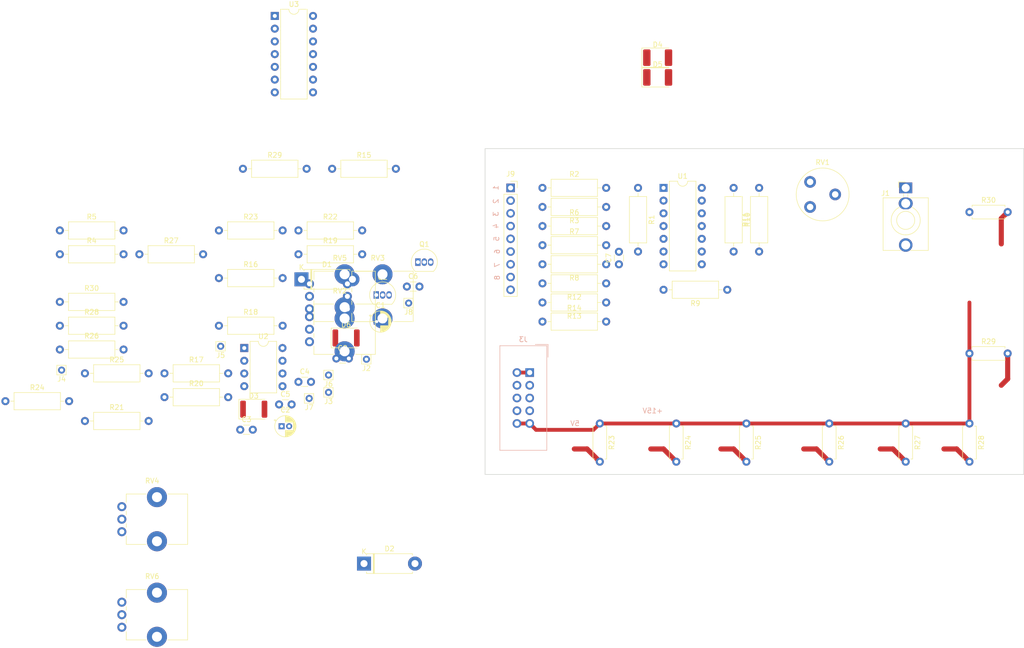
<source format=kicad_pcb>
(kicad_pcb (version 20171130) (host pcbnew 5.0.2+dfsg1-1)

  (general
    (thickness 1.6)
    (drawings 14)
    (tracks 27)
    (zones 0)
    (modules 73)
    (nets 55)
  )

  (page A4)
  (layers
    (0 F.Cu signal)
    (31 B.Cu signal)
    (32 B.Adhes user)
    (33 F.Adhes user)
    (34 B.Paste user)
    (35 F.Paste user)
    (36 B.SilkS user)
    (37 F.SilkS user)
    (38 B.Mask user)
    (39 F.Mask user)
    (40 Dwgs.User user)
    (41 Cmts.User user)
    (42 Eco1.User user)
    (43 Eco2.User user)
    (44 Edge.Cuts user)
    (45 Margin user)
    (46 B.CrtYd user)
    (47 F.CrtYd user)
    (48 B.Fab user)
    (49 F.Fab user hide)
  )

  (setup
    (last_trace_width 0.25)
    (user_trace_width 0.762)
    (user_trace_width 1.016)
    (trace_clearance 0.2)
    (zone_clearance 0.508)
    (zone_45_only no)
    (trace_min 0.2)
    (segment_width 0.2)
    (edge_width 0.2)
    (via_size 0.8)
    (via_drill 0.4)
    (via_min_size 0.4)
    (via_min_drill 0.3)
    (uvia_size 0.3)
    (uvia_drill 0.1)
    (uvias_allowed no)
    (uvia_min_size 0.2)
    (uvia_min_drill 0.1)
    (pcb_text_width 0.3)
    (pcb_text_size 1.5 1.5)
    (mod_edge_width 0.12)
    (mod_text_size 1 1)
    (mod_text_width 0.15)
    (pad_size 1.524 1.524)
    (pad_drill 0.762)
    (pad_to_mask_clearance 0.051)
    (solder_mask_min_width 0.25)
    (aux_axis_origin 0 0)
    (visible_elements 7FFFFFFF)
    (pcbplotparams
      (layerselection 0x010f0_ffffffff)
      (usegerberextensions true)
      (usegerberattributes false)
      (usegerberadvancedattributes false)
      (creategerberjobfile false)
      (excludeedgelayer true)
      (linewidth 0.150000)
      (plotframeref false)
      (viasonmask false)
      (mode 1)
      (useauxorigin true)
      (hpglpennumber 1)
      (hpglpenspeed 20)
      (hpglpendiameter 15.000000)
      (psnegative false)
      (psa4output false)
      (plotreference false)
      (plotvalue true)
      (plotinvisibletext false)
      (padsonsilk false)
      (subtractmaskfromsilk false)
      (outputformat 1)
      (mirror false)
      (drillshape 0)
      (scaleselection 1)
      (outputdirectory "BassPP Gerbers/"))
  )

  (net 0 "")
  (net 1 GND)
  (net 2 +15V)
  (net 3 -15V)
  (net 4 +5V)
  (net 5 "Net-(D7-Pad2)")
  (net 6 "Net-(D8-Pad2)")
  (net 7 "Net-(D9-Pad2)")
  (net 8 "Net-(D10-Pad2)")
  (net 9 "Net-(D11-Pad2)")
  (net 10 "Net-(D12-Pad2)")
  (net 11 "Net-(D13-Pad2)")
  (net 12 "Net-(D14-Pad2)")
  (net 13 "Net-(C7-Pad2)")
  (net 14 /Square_3_A)
  (net 15 "Net-(C8-Pad2)")
  (net 16 "Net-(C8-Pad1)")
  (net 17 "Net-(D1-Pad2)")
  (net 18 "Net-(D1-Pad1)")
  (net 19 "Net-(D2-Pad1)")
  (net 20 "Net-(D3-Pad2)")
  (net 21 "Net-(D4-Pad2)")
  (net 22 "Net-(D4-Pad1)")
  (net 23 "Net-(D5-Pad1)")
  (net 24 "Net-(D6-Pad2)")
  (net 25 /PULSE_A)
  (net 26 /TRI_SAW_A)
  (net 27 /Square)
  (net 28 /VARI)
  (net 29 /PULSE)
  (net 30 "Net-(J6-Pad1)")
  (net 31 "Net-(J7-Pad1)")
  (net 32 "Net-(J8-Pad1)")
  (net 33 "Net-(Q1-Pad3)")
  (net 34 "Net-(Q2-Pad3)")
  (net 35 "Net-(R1-Pad2)")
  (net 36 /SPEED_1_A)
  (net 37 "Net-(R4-Pad1)")
  (net 38 /SPEED_2_A)
  (net 39 "Net-(R9-Pad1)")
  (net 40 "Net-(R10-Pad2)")
  (net 41 "Net-(R10-Pad1)")
  (net 42 /Square_1_A)
  (net 43 "Net-(R14-Pad2)")
  (net 44 "Net-(R16-Pad2)")
  (net 45 /SPEED_1)
  (net 46 "Net-(R19-Pad1)")
  (net 47 /SPEED_2)
  (net 48 "Net-(R24-Pad1)")
  (net 49 "Net-(R25-Pad2)")
  (net 50 "Net-(R25-Pad1)")
  (net 51 "Net-(R27-Pad2)")
  (net 52 "Net-(R29-Pad2)")
  (net 53 /Square_2_A)
  (net 54 "Net-(RV6-Pad2)")

  (net_class Default "This is the default net class."
    (clearance 0.2)
    (trace_width 0.25)
    (via_dia 0.8)
    (via_drill 0.4)
    (uvia_dia 0.3)
    (uvia_drill 0.1)
    (add_net +15V)
    (add_net +5V)
    (add_net -15V)
    (add_net /PULSE)
    (add_net /PULSE_A)
    (add_net /SPEED_1)
    (add_net /SPEED_1_A)
    (add_net /SPEED_2)
    (add_net /SPEED_2_A)
    (add_net /Square)
    (add_net /Square_1_A)
    (add_net /Square_2_A)
    (add_net /Square_3_A)
    (add_net /TRI_SAW_A)
    (add_net /VARI)
    (add_net GND)
    (add_net "Net-(C7-Pad2)")
    (add_net "Net-(C8-Pad1)")
    (add_net "Net-(C8-Pad2)")
    (add_net "Net-(D1-Pad1)")
    (add_net "Net-(D1-Pad2)")
    (add_net "Net-(D10-Pad2)")
    (add_net "Net-(D11-Pad2)")
    (add_net "Net-(D12-Pad2)")
    (add_net "Net-(D13-Pad2)")
    (add_net "Net-(D14-Pad2)")
    (add_net "Net-(D2-Pad1)")
    (add_net "Net-(D3-Pad2)")
    (add_net "Net-(D4-Pad1)")
    (add_net "Net-(D4-Pad2)")
    (add_net "Net-(D5-Pad1)")
    (add_net "Net-(D6-Pad2)")
    (add_net "Net-(D7-Pad2)")
    (add_net "Net-(D8-Pad2)")
    (add_net "Net-(D9-Pad2)")
    (add_net "Net-(J6-Pad1)")
    (add_net "Net-(J7-Pad1)")
    (add_net "Net-(J8-Pad1)")
    (add_net "Net-(Q1-Pad3)")
    (add_net "Net-(Q2-Pad3)")
    (add_net "Net-(R1-Pad2)")
    (add_net "Net-(R10-Pad1)")
    (add_net "Net-(R10-Pad2)")
    (add_net "Net-(R14-Pad2)")
    (add_net "Net-(R16-Pad2)")
    (add_net "Net-(R19-Pad1)")
    (add_net "Net-(R24-Pad1)")
    (add_net "Net-(R25-Pad1)")
    (add_net "Net-(R25-Pad2)")
    (add_net "Net-(R27-Pad2)")
    (add_net "Net-(R29-Pad2)")
    (add_net "Net-(R4-Pad1)")
    (add_net "Net-(R9-Pad1)")
    (add_net "Net-(RV6-Pad2)")
  )

  (module Connector_Audio:Jack_3.5mm_QingPu_WQP-PJ398SM_Vertical_CircularHoles (layer F.Cu) (tedit 5BC12CFB) (tstamp 5D539B52)
    (at 167.64 68.58)
    (descr "TRS 3.5mm, vertical, Thonkiconn, PCB mount, (http://www.qingpu-electronics.com/en/products/WQP-PJ398SM-362.html)")
    (tags "WQP-PJ398SM TRS 3.5mm mono vertical jack thonkiconn qingpu")
    (path /5D479829)
    (fp_text reference J1 (at -4.03 1.08 180) (layer F.SilkS)
      (effects (font (size 1 1) (thickness 0.15)))
    )
    (fp_text value AudioJack3 (at 0 5 180) (layer F.Fab)
      (effects (font (size 1 1) (thickness 0.15)))
    )
    (fp_text user KEEPOUT (at 0 6.48) (layer Cmts.User)
      (effects (font (size 0.4 0.4) (thickness 0.051)))
    )
    (fp_line (start -5 13.25) (end -5 -1.58) (layer F.CrtYd) (width 0.05))
    (fp_line (start -4.5 12.48) (end -4.5 2.08) (layer F.Fab) (width 0.1))
    (fp_text user %R (at 0 8 180) (layer F.Fab)
      (effects (font (size 1 1) (thickness 0.15)))
    )
    (fp_line (start -4.5 1.98) (end -4.5 12.48) (layer F.SilkS) (width 0.12))
    (fp_line (start 4.5 1.98) (end 4.5 12.48) (layer F.SilkS) (width 0.12))
    (fp_circle (center 0 6.48) (end 1.5 6.48) (layer Dwgs.User) (width 0.12))
    (fp_line (start 0.09 7.96) (end 1.48 6.57) (layer Dwgs.User) (width 0.12))
    (fp_line (start -0.58 7.83) (end 1.36 5.89) (layer Dwgs.User) (width 0.12))
    (fp_line (start -1.07 7.49) (end 1.01 5.41) (layer Dwgs.User) (width 0.12))
    (fp_line (start -1.42 6.875) (end 0.4 5.06) (layer Dwgs.User) (width 0.12))
    (fp_line (start -1.41 6.02) (end -0.46 5.07) (layer Dwgs.User) (width 0.12))
    (fp_arc (start 0 6.48) (end 0 9.375) (angle 153.4) (layer F.SilkS) (width 0.12))
    (fp_arc (start 0 6.48) (end 0 9.375) (angle -153.4) (layer F.SilkS) (width 0.12))
    (fp_line (start 4.5 12.48) (end 1 12.48) (layer F.SilkS) (width 0.12))
    (fp_line (start -1 12.48) (end -4.5 12.48) (layer F.SilkS) (width 0.12))
    (fp_line (start 4.5 1.98) (end 0.9 1.98) (layer F.SilkS) (width 0.12))
    (fp_line (start -0.9 1.98) (end -4.5 1.98) (layer F.SilkS) (width 0.12))
    (fp_circle (center 0 6.48) (end 1.8 6.48) (layer F.SilkS) (width 0.12))
    (fp_line (start -0.42 1.2) (end -0.42 1.8) (layer F.SilkS) (width 0.12))
    (fp_line (start 0.42 1.2) (end 0.42 1.8) (layer F.SilkS) (width 0.12))
    (fp_line (start -1.4 -1.18) (end -1.4 -0.08) (layer F.SilkS) (width 0.12))
    (fp_line (start -1.4 -1.18) (end -0.08 -1.18) (layer F.SilkS) (width 0.12))
    (fp_line (start 4.5 12.48) (end 4.5 2.08) (layer F.Fab) (width 0.1))
    (fp_line (start 4.5 12.48) (end -4.5 12.48) (layer F.Fab) (width 0.1))
    (fp_line (start 5 13.25) (end 5 -1.58) (layer F.CrtYd) (width 0.05))
    (fp_line (start 5 13.25) (end -5 13.25) (layer F.CrtYd) (width 0.05))
    (fp_line (start 5 -1.58) (end -5 -1.58) (layer F.CrtYd) (width 0.05))
    (fp_line (start 4.5 2.03) (end -4.5 2.03) (layer F.Fab) (width 0.1))
    (fp_circle (center 0 6.48) (end 1.8 6.48) (layer F.Fab) (width 0.1))
    (fp_line (start 0 0) (end 0 2.03) (layer F.Fab) (width 0.1))
    (pad TN thru_hole oval (at 0 3.1 180) (size 2.8 2.35) (drill 1.8) (layers *.Cu *.Mask))
    (pad S thru_hole rect (at 0 0 180) (size 2.6 2.15) (drill 1.6) (layers *.Cu *.Mask)
      (net 25 /PULSE_A))
    (pad T thru_hole circle (at 0 11.4 180) (size 2.7 2.7) (drill 1.8) (layers *.Cu *.Mask)
      (net 1 GND))
    (model ${KISYS3DMOD}/Connector_Audio.3dshapes/Jack_3.5mm_QingPu_WQP-PJ398SM_Vertical.wrl
      (at (xyz 0 0 0))
      (scale (xyz 1 1 1))
      (rotate (xyz 0 0 0))
    )
  )

  (module Diode_SMD:D_1812_4532Metric_Castellated (layer F.Cu) (tedit 5B301BBE) (tstamp 5D539A1D)
    (at 118.210001 46.550001)
    (descr "Diode SMD 1812 (4532 Metric), castellated end terminal, IPC_7351 nominal, (Body size source: https://www.nikhef.nl/pub/departments/mt/projects/detectorR_D/dtddice/ERJ2G.pdf), generated with kicad-footprint-generator")
    (tags "diode castellated")
    (path /5CE9864F)
    (attr smd)
    (fp_text reference D5 (at 0 -2.6) (layer F.SilkS)
      (effects (font (size 1 1) (thickness 0.15)))
    )
    (fp_text value D (at 0 2.6) (layer F.Fab)
      (effects (font (size 1 1) (thickness 0.15)))
    )
    (fp_text user %R (at 0 0) (layer F.Fab)
      (effects (font (size 1 1) (thickness 0.15)))
    )
    (fp_line (start 3.15 1.9) (end -3.15 1.9) (layer F.CrtYd) (width 0.05))
    (fp_line (start 3.15 -1.9) (end 3.15 1.9) (layer F.CrtYd) (width 0.05))
    (fp_line (start -3.15 -1.9) (end 3.15 -1.9) (layer F.CrtYd) (width 0.05))
    (fp_line (start -3.15 1.9) (end -3.15 -1.9) (layer F.CrtYd) (width 0.05))
    (fp_line (start -3.16 1.91) (end 2.25 1.91) (layer F.SilkS) (width 0.12))
    (fp_line (start -3.16 -1.91) (end -3.16 1.91) (layer F.SilkS) (width 0.12))
    (fp_line (start 2.25 -1.91) (end -3.16 -1.91) (layer F.SilkS) (width 0.12))
    (fp_line (start 2.25 1.6) (end 2.25 -1.6) (layer F.Fab) (width 0.1))
    (fp_line (start -2.25 1.6) (end 2.25 1.6) (layer F.Fab) (width 0.1))
    (fp_line (start -2.25 -0.8) (end -2.25 1.6) (layer F.Fab) (width 0.1))
    (fp_line (start -1.45 -1.6) (end -2.25 -0.8) (layer F.Fab) (width 0.1))
    (fp_line (start 2.25 -1.6) (end -1.45 -1.6) (layer F.Fab) (width 0.1))
    (pad 2 smd roundrect (at 2.1625 0) (size 1.475 3.3) (layers F.Cu F.Paste F.Mask) (roundrect_rratio 0.169492)
      (net 22 "Net-(D4-Pad1)"))
    (pad 1 smd roundrect (at -2.1625 0) (size 1.475 3.3) (layers F.Cu F.Paste F.Mask) (roundrect_rratio 0.169492)
      (net 23 "Net-(D5-Pad1)"))
    (model ${KISYS3DMOD}/Diode_SMD.3dshapes/D_1812_4532Metric_Castellated.wrl
      (at (xyz 0 0 0))
      (scale (xyz 1 1 1))
      (rotate (xyz 0 0 0))
    )
  )

  (module Diode_SMD:D_1812_4532Metric_Castellated (layer F.Cu) (tedit 5B301BBE) (tstamp 5D539A0A)
    (at 118.210001 42.610001)
    (descr "Diode SMD 1812 (4532 Metric), castellated end terminal, IPC_7351 nominal, (Body size source: https://www.nikhef.nl/pub/departments/mt/projects/detectorR_D/dtddice/ERJ2G.pdf), generated with kicad-footprint-generator")
    (tags "diode castellated")
    (path /5CE98544)
    (attr smd)
    (fp_text reference D4 (at 0 -2.6) (layer F.SilkS)
      (effects (font (size 1 1) (thickness 0.15)))
    )
    (fp_text value D (at 0 2.6) (layer F.Fab)
      (effects (font (size 1 1) (thickness 0.15)))
    )
    (fp_line (start 2.25 -1.6) (end -1.45 -1.6) (layer F.Fab) (width 0.1))
    (fp_line (start -1.45 -1.6) (end -2.25 -0.8) (layer F.Fab) (width 0.1))
    (fp_line (start -2.25 -0.8) (end -2.25 1.6) (layer F.Fab) (width 0.1))
    (fp_line (start -2.25 1.6) (end 2.25 1.6) (layer F.Fab) (width 0.1))
    (fp_line (start 2.25 1.6) (end 2.25 -1.6) (layer F.Fab) (width 0.1))
    (fp_line (start 2.25 -1.91) (end -3.16 -1.91) (layer F.SilkS) (width 0.12))
    (fp_line (start -3.16 -1.91) (end -3.16 1.91) (layer F.SilkS) (width 0.12))
    (fp_line (start -3.16 1.91) (end 2.25 1.91) (layer F.SilkS) (width 0.12))
    (fp_line (start -3.15 1.9) (end -3.15 -1.9) (layer F.CrtYd) (width 0.05))
    (fp_line (start -3.15 -1.9) (end 3.15 -1.9) (layer F.CrtYd) (width 0.05))
    (fp_line (start 3.15 -1.9) (end 3.15 1.9) (layer F.CrtYd) (width 0.05))
    (fp_line (start 3.15 1.9) (end -3.15 1.9) (layer F.CrtYd) (width 0.05))
    (fp_text user %R (at 0 0) (layer F.Fab)
      (effects (font (size 1 1) (thickness 0.15)))
    )
    (pad 1 smd roundrect (at -2.1625 0) (size 1.475 3.3) (layers F.Cu F.Paste F.Mask) (roundrect_rratio 0.169492)
      (net 22 "Net-(D4-Pad1)"))
    (pad 2 smd roundrect (at 2.1625 0) (size 1.475 3.3) (layers F.Cu F.Paste F.Mask) (roundrect_rratio 0.169492)
      (net 21 "Net-(D4-Pad2)"))
    (model ${KISYS3DMOD}/Diode_SMD.3dshapes/D_1812_4532Metric_Castellated.wrl
      (at (xyz 0 0 0))
      (scale (xyz 1 1 1))
      (rotate (xyz 0 0 0))
    )
  )

  (module Potentiometer_THT:Potentiometer_Alps_RK09K_Single_Vertical (layer F.Cu) (tedit 5A3D4993) (tstamp 5D53981F)
    (at 11.43 137.16)
    (descr "Potentiometer, vertical, Alps RK09K Single, http://www.alps.com/prod/info/E/HTML/Potentiometer/RotaryPotentiometers/RK09K/RK09K_list.html")
    (tags "Potentiometer vertical Alps RK09K Single")
    (path /5CE98611)
    (fp_text reference RV4 (at 6.05 -10.15) (layer F.SilkS)
      (effects (font (size 1 1) (thickness 0.15)))
    )
    (fp_text value 100k (at 6.05 5.15) (layer F.Fab)
      (effects (font (size 1 1) (thickness 0.15)))
    )
    (fp_circle (center 7.5 -2.5) (end 10.5 -2.5) (layer F.Fab) (width 0.1))
    (fp_line (start 1 -7.4) (end 1 2.4) (layer F.Fab) (width 0.1))
    (fp_line (start 1 2.4) (end 13 2.4) (layer F.Fab) (width 0.1))
    (fp_line (start 13 2.4) (end 13 -7.4) (layer F.Fab) (width 0.1))
    (fp_line (start 13 -7.4) (end 1 -7.4) (layer F.Fab) (width 0.1))
    (fp_line (start 0.88 -7.521) (end 4.817 -7.521) (layer F.SilkS) (width 0.12))
    (fp_line (start 9.184 -7.521) (end 13.12 -7.521) (layer F.SilkS) (width 0.12))
    (fp_line (start 0.88 2.52) (end 4.817 2.52) (layer F.SilkS) (width 0.12))
    (fp_line (start 9.184 2.52) (end 13.12 2.52) (layer F.SilkS) (width 0.12))
    (fp_line (start 0.88 -7.521) (end 0.88 -5.871) (layer F.SilkS) (width 0.12))
    (fp_line (start 0.88 -4.129) (end 0.88 -3.37) (layer F.SilkS) (width 0.12))
    (fp_line (start 0.88 -1.629) (end 0.88 -0.87) (layer F.SilkS) (width 0.12))
    (fp_line (start 0.88 0.87) (end 0.88 2.52) (layer F.SilkS) (width 0.12))
    (fp_line (start 13.12 -7.521) (end 13.12 2.52) (layer F.SilkS) (width 0.12))
    (fp_line (start -1.15 -9.15) (end -1.15 4.15) (layer F.CrtYd) (width 0.05))
    (fp_line (start -1.15 4.15) (end 13.25 4.15) (layer F.CrtYd) (width 0.05))
    (fp_line (start 13.25 4.15) (end 13.25 -9.15) (layer F.CrtYd) (width 0.05))
    (fp_line (start 13.25 -9.15) (end -1.15 -9.15) (layer F.CrtYd) (width 0.05))
    (fp_text user %R (at 2 -2.5 90) (layer F.Fab)
      (effects (font (size 1 1) (thickness 0.15)))
    )
    (pad 3 thru_hole circle (at 0 -5) (size 1.8 1.8) (drill 1) (layers *.Cu *.Mask)
      (net 46 "Net-(R19-Pad1)"))
    (pad 2 thru_hole circle (at 0 -2.5) (size 1.8 1.8) (drill 1) (layers *.Cu *.Mask)
      (net 22 "Net-(D4-Pad1)"))
    (pad 1 thru_hole circle (at 0 0) (size 1.8 1.8) (drill 1) (layers *.Cu *.Mask)
      (net 45 /SPEED_1))
    (pad "" np_thru_hole circle (at 7 -6.9) (size 4 4) (drill 2) (layers *.Cu *.Mask))
    (pad "" np_thru_hole circle (at 7 1.9) (size 4 4) (drill 2) (layers *.Cu *.Mask))
    (model ${KISYS3DMOD}/Potentiometer_THT.3dshapes/Potentiometer_Alps_RK09K_Single_Vertical.wrl
      (at (xyz 0 0 0))
      (scale (xyz 1 1 1))
      (rotate (xyz 0 0 0))
    )
  )

  (module Potentiometer_THT:Potentiometer_Alps_RK09K_Single_Vertical (layer F.Cu) (tedit 5A3D4993) (tstamp 5D539804)
    (at 48.825199 99.27)
    (descr "Potentiometer, vertical, Alps RK09K Single, http://www.alps.com/prod/info/E/HTML/Potentiometer/RotaryPotentiometers/RK09K/RK09K_list.html")
    (tags "Potentiometer vertical Alps RK09K Single")
    (path /5CCBAC50)
    (fp_text reference RV2 (at 6.05 -10.15) (layer F.SilkS)
      (effects (font (size 1 1) (thickness 0.15)))
    )
    (fp_text value 500k (at 6.05 5.15) (layer F.Fab)
      (effects (font (size 1 1) (thickness 0.15)))
    )
    (fp_text user %R (at 2 -2.5 90) (layer F.Fab)
      (effects (font (size 1 1) (thickness 0.15)))
    )
    (fp_line (start 13.25 -9.15) (end -1.15 -9.15) (layer F.CrtYd) (width 0.05))
    (fp_line (start 13.25 4.15) (end 13.25 -9.15) (layer F.CrtYd) (width 0.05))
    (fp_line (start -1.15 4.15) (end 13.25 4.15) (layer F.CrtYd) (width 0.05))
    (fp_line (start -1.15 -9.15) (end -1.15 4.15) (layer F.CrtYd) (width 0.05))
    (fp_line (start 13.12 -7.521) (end 13.12 2.52) (layer F.SilkS) (width 0.12))
    (fp_line (start 0.88 0.87) (end 0.88 2.52) (layer F.SilkS) (width 0.12))
    (fp_line (start 0.88 -1.629) (end 0.88 -0.87) (layer F.SilkS) (width 0.12))
    (fp_line (start 0.88 -4.129) (end 0.88 -3.37) (layer F.SilkS) (width 0.12))
    (fp_line (start 0.88 -7.521) (end 0.88 -5.871) (layer F.SilkS) (width 0.12))
    (fp_line (start 9.184 2.52) (end 13.12 2.52) (layer F.SilkS) (width 0.12))
    (fp_line (start 0.88 2.52) (end 4.817 2.52) (layer F.SilkS) (width 0.12))
    (fp_line (start 9.184 -7.521) (end 13.12 -7.521) (layer F.SilkS) (width 0.12))
    (fp_line (start 0.88 -7.521) (end 4.817 -7.521) (layer F.SilkS) (width 0.12))
    (fp_line (start 13 -7.4) (end 1 -7.4) (layer F.Fab) (width 0.1))
    (fp_line (start 13 2.4) (end 13 -7.4) (layer F.Fab) (width 0.1))
    (fp_line (start 1 2.4) (end 13 2.4) (layer F.Fab) (width 0.1))
    (fp_line (start 1 -7.4) (end 1 2.4) (layer F.Fab) (width 0.1))
    (fp_circle (center 7.5 -2.5) (end 10.5 -2.5) (layer F.Fab) (width 0.1))
    (pad "" np_thru_hole circle (at 7 1.9) (size 4 4) (drill 2) (layers *.Cu *.Mask))
    (pad "" np_thru_hole circle (at 7 -6.9) (size 4 4) (drill 2) (layers *.Cu *.Mask))
    (pad 1 thru_hole circle (at 0 0) (size 1.8 1.8) (drill 1) (layers *.Cu *.Mask)
      (net 19 "Net-(D2-Pad1)"))
    (pad 2 thru_hole circle (at 0 -2.5) (size 1.8 1.8) (drill 1) (layers *.Cu *.Mask)
      (net 38 /SPEED_2_A))
    (pad 3 thru_hole circle (at 0 -5) (size 1.8 1.8) (drill 1) (layers *.Cu *.Mask)
      (net 17 "Net-(D1-Pad2)"))
    (model ${KISYS3DMOD}/Potentiometer_THT.3dshapes/Potentiometer_Alps_RK09K_Single_Vertical.wrl
      (at (xyz 0 0 0))
      (scale (xyz 1 1 1))
      (rotate (xyz 0 0 0))
    )
  )

  (module Potentiometer_THT:Potentiometer_Alps_RK09K_Single_Vertical (layer F.Cu) (tedit 5A3D4993) (tstamp 5D5397E9)
    (at 48.825199 92.72)
    (descr "Potentiometer, vertical, Alps RK09K Single, http://www.alps.com/prod/info/E/HTML/Potentiometer/RotaryPotentiometers/RK09K/RK09K_list.html")
    (tags "Potentiometer vertical Alps RK09K Single")
    (path /5CE9861B)
    (fp_text reference RV5 (at 6.05 -10.15) (layer F.SilkS)
      (effects (font (size 1 1) (thickness 0.15)))
    )
    (fp_text value 500k (at 6.05 5.15) (layer F.Fab)
      (effects (font (size 1 1) (thickness 0.15)))
    )
    (fp_circle (center 7.5 -2.5) (end 10.5 -2.5) (layer F.Fab) (width 0.1))
    (fp_line (start 1 -7.4) (end 1 2.4) (layer F.Fab) (width 0.1))
    (fp_line (start 1 2.4) (end 13 2.4) (layer F.Fab) (width 0.1))
    (fp_line (start 13 2.4) (end 13 -7.4) (layer F.Fab) (width 0.1))
    (fp_line (start 13 -7.4) (end 1 -7.4) (layer F.Fab) (width 0.1))
    (fp_line (start 0.88 -7.521) (end 4.817 -7.521) (layer F.SilkS) (width 0.12))
    (fp_line (start 9.184 -7.521) (end 13.12 -7.521) (layer F.SilkS) (width 0.12))
    (fp_line (start 0.88 2.52) (end 4.817 2.52) (layer F.SilkS) (width 0.12))
    (fp_line (start 9.184 2.52) (end 13.12 2.52) (layer F.SilkS) (width 0.12))
    (fp_line (start 0.88 -7.521) (end 0.88 -5.871) (layer F.SilkS) (width 0.12))
    (fp_line (start 0.88 -4.129) (end 0.88 -3.37) (layer F.SilkS) (width 0.12))
    (fp_line (start 0.88 -1.629) (end 0.88 -0.87) (layer F.SilkS) (width 0.12))
    (fp_line (start 0.88 0.87) (end 0.88 2.52) (layer F.SilkS) (width 0.12))
    (fp_line (start 13.12 -7.521) (end 13.12 2.52) (layer F.SilkS) (width 0.12))
    (fp_line (start -1.15 -9.15) (end -1.15 4.15) (layer F.CrtYd) (width 0.05))
    (fp_line (start -1.15 4.15) (end 13.25 4.15) (layer F.CrtYd) (width 0.05))
    (fp_line (start 13.25 4.15) (end 13.25 -9.15) (layer F.CrtYd) (width 0.05))
    (fp_line (start 13.25 -9.15) (end -1.15 -9.15) (layer F.CrtYd) (width 0.05))
    (fp_text user %R (at 2 -2.5 90) (layer F.Fab)
      (effects (font (size 1 1) (thickness 0.15)))
    )
    (pad 3 thru_hole circle (at 0 -5) (size 1.8 1.8) (drill 1) (layers *.Cu *.Mask)
      (net 21 "Net-(D4-Pad2)"))
    (pad 2 thru_hole circle (at 0 -2.5) (size 1.8 1.8) (drill 1) (layers *.Cu *.Mask)
      (net 47 /SPEED_2))
    (pad 1 thru_hole circle (at 0 0) (size 1.8 1.8) (drill 1) (layers *.Cu *.Mask)
      (net 23 "Net-(D5-Pad1)"))
    (pad "" np_thru_hole circle (at 7 -6.9) (size 4 4) (drill 2) (layers *.Cu *.Mask))
    (pad "" np_thru_hole circle (at 7 1.9) (size 4 4) (drill 2) (layers *.Cu *.Mask))
    (model ${KISYS3DMOD}/Potentiometer_THT.3dshapes/Potentiometer_Alps_RK09K_Single_Vertical.wrl
      (at (xyz 0 0 0))
      (scale (xyz 1 1 1))
      (rotate (xyz 0 0 0))
    )
  )

  (module Potentiometer_THT:Potentiometer_Alps_RK09K_Single_Vertical (layer F.Cu) (tedit 5A3D4993) (tstamp 5D5397CE)
    (at 56.375199 92.72)
    (descr "Potentiometer, vertical, Alps RK09K Single, http://www.alps.com/prod/info/E/HTML/Potentiometer/RotaryPotentiometers/RK09K/RK09K_list.html")
    (tags "Potentiometer vertical Alps RK09K Single")
    (path /5CCFB91B)
    (fp_text reference RV3 (at 6.05 -10.15) (layer F.SilkS)
      (effects (font (size 1 1) (thickness 0.15)))
    )
    (fp_text value 100k (at 6.05 5.15) (layer F.Fab)
      (effects (font (size 1 1) (thickness 0.15)))
    )
    (fp_text user %R (at 2 -2.5 90) (layer F.Fab)
      (effects (font (size 1 1) (thickness 0.15)))
    )
    (fp_line (start 13.25 -9.15) (end -1.15 -9.15) (layer F.CrtYd) (width 0.05))
    (fp_line (start 13.25 4.15) (end 13.25 -9.15) (layer F.CrtYd) (width 0.05))
    (fp_line (start -1.15 4.15) (end 13.25 4.15) (layer F.CrtYd) (width 0.05))
    (fp_line (start -1.15 -9.15) (end -1.15 4.15) (layer F.CrtYd) (width 0.05))
    (fp_line (start 13.12 -7.521) (end 13.12 2.52) (layer F.SilkS) (width 0.12))
    (fp_line (start 0.88 0.87) (end 0.88 2.52) (layer F.SilkS) (width 0.12))
    (fp_line (start 0.88 -1.629) (end 0.88 -0.87) (layer F.SilkS) (width 0.12))
    (fp_line (start 0.88 -4.129) (end 0.88 -3.37) (layer F.SilkS) (width 0.12))
    (fp_line (start 0.88 -7.521) (end 0.88 -5.871) (layer F.SilkS) (width 0.12))
    (fp_line (start 9.184 2.52) (end 13.12 2.52) (layer F.SilkS) (width 0.12))
    (fp_line (start 0.88 2.52) (end 4.817 2.52) (layer F.SilkS) (width 0.12))
    (fp_line (start 9.184 -7.521) (end 13.12 -7.521) (layer F.SilkS) (width 0.12))
    (fp_line (start 0.88 -7.521) (end 4.817 -7.521) (layer F.SilkS) (width 0.12))
    (fp_line (start 13 -7.4) (end 1 -7.4) (layer F.Fab) (width 0.1))
    (fp_line (start 13 2.4) (end 13 -7.4) (layer F.Fab) (width 0.1))
    (fp_line (start 1 2.4) (end 13 2.4) (layer F.Fab) (width 0.1))
    (fp_line (start 1 -7.4) (end 1 2.4) (layer F.Fab) (width 0.1))
    (fp_circle (center 7.5 -2.5) (end 10.5 -2.5) (layer F.Fab) (width 0.1))
    (pad "" np_thru_hole circle (at 7 1.9) (size 4 4) (drill 2) (layers *.Cu *.Mask))
    (pad "" np_thru_hole circle (at 7 -6.9) (size 4 4) (drill 2) (layers *.Cu *.Mask))
    (pad 1 thru_hole circle (at 0 0) (size 1.8 1.8) (drill 1) (layers *.Cu *.Mask)
      (net 42 /Square_1_A))
    (pad 2 thru_hole circle (at 0 -2.5) (size 1.8 1.8) (drill 1) (layers *.Cu *.Mask)
      (net 53 /Square_2_A))
    (pad 3 thru_hole circle (at 0 -5) (size 1.8 1.8) (drill 1) (layers *.Cu *.Mask)
      (net 14 /Square_3_A))
    (model ${KISYS3DMOD}/Potentiometer_THT.3dshapes/Potentiometer_Alps_RK09K_Single_Vertical.wrl
      (at (xyz 0 0 0))
      (scale (xyz 1 1 1))
      (rotate (xyz 0 0 0))
    )
  )

  (module Potentiometer_THT:Potentiometer_Alps_RK09K_Single_Vertical (layer F.Cu) (tedit 5A3D4993) (tstamp 5D5397B3)
    (at 11.43 156.21)
    (descr "Potentiometer, vertical, Alps RK09K Single, http://www.alps.com/prod/info/E/HTML/Potentiometer/RotaryPotentiometers/RK09K/RK09K_list.html")
    (tags "Potentiometer vertical Alps RK09K Single")
    (path /5CE9863C)
    (fp_text reference RV6 (at 6.05 -10.15) (layer F.SilkS)
      (effects (font (size 1 1) (thickness 0.15)))
    )
    (fp_text value 100k (at 6.05 5.15) (layer F.Fab)
      (effects (font (size 1 1) (thickness 0.15)))
    )
    (fp_circle (center 7.5 -2.5) (end 10.5 -2.5) (layer F.Fab) (width 0.1))
    (fp_line (start 1 -7.4) (end 1 2.4) (layer F.Fab) (width 0.1))
    (fp_line (start 1 2.4) (end 13 2.4) (layer F.Fab) (width 0.1))
    (fp_line (start 13 2.4) (end 13 -7.4) (layer F.Fab) (width 0.1))
    (fp_line (start 13 -7.4) (end 1 -7.4) (layer F.Fab) (width 0.1))
    (fp_line (start 0.88 -7.521) (end 4.817 -7.521) (layer F.SilkS) (width 0.12))
    (fp_line (start 9.184 -7.521) (end 13.12 -7.521) (layer F.SilkS) (width 0.12))
    (fp_line (start 0.88 2.52) (end 4.817 2.52) (layer F.SilkS) (width 0.12))
    (fp_line (start 9.184 2.52) (end 13.12 2.52) (layer F.SilkS) (width 0.12))
    (fp_line (start 0.88 -7.521) (end 0.88 -5.871) (layer F.SilkS) (width 0.12))
    (fp_line (start 0.88 -4.129) (end 0.88 -3.37) (layer F.SilkS) (width 0.12))
    (fp_line (start 0.88 -1.629) (end 0.88 -0.87) (layer F.SilkS) (width 0.12))
    (fp_line (start 0.88 0.87) (end 0.88 2.52) (layer F.SilkS) (width 0.12))
    (fp_line (start 13.12 -7.521) (end 13.12 2.52) (layer F.SilkS) (width 0.12))
    (fp_line (start -1.15 -9.15) (end -1.15 4.15) (layer F.CrtYd) (width 0.05))
    (fp_line (start -1.15 4.15) (end 13.25 4.15) (layer F.CrtYd) (width 0.05))
    (fp_line (start 13.25 4.15) (end 13.25 -9.15) (layer F.CrtYd) (width 0.05))
    (fp_line (start 13.25 -9.15) (end -1.15 -9.15) (layer F.CrtYd) (width 0.05))
    (fp_text user %R (at 2 -2.5 90) (layer F.Fab)
      (effects (font (size 1 1) (thickness 0.15)))
    )
    (pad 3 thru_hole circle (at 0 -5) (size 1.8 1.8) (drill 1) (layers *.Cu *.Mask)
      (net 16 "Net-(C8-Pad1)"))
    (pad 2 thru_hole circle (at 0 -2.5) (size 1.8 1.8) (drill 1) (layers *.Cu *.Mask)
      (net 54 "Net-(RV6-Pad2)"))
    (pad 1 thru_hole circle (at 0 0) (size 1.8 1.8) (drill 1) (layers *.Cu *.Mask)
      (net 51 "Net-(R27-Pad2)"))
    (pad "" np_thru_hole circle (at 7 -6.9) (size 4 4) (drill 2) (layers *.Cu *.Mask))
    (pad "" np_thru_hole circle (at 7 1.9) (size 4 4) (drill 2) (layers *.Cu *.Mask))
    (model ${KISYS3DMOD}/Potentiometer_THT.3dshapes/Potentiometer_Alps_RK09K_Single_Vertical.wrl
      (at (xyz 0 0 0))
      (scale (xyz 1 1 1))
      (rotate (xyz 0 0 0))
    )
  )

  (module Potentiometer_THT:Potentiometer_Piher_PT-10-V05_Vertical (layer F.Cu) (tedit 5A3D4994) (tstamp 5D5397B2)
    (at 148.59 72.39)
    (descr "Potentiometer, vertical, Piher PT-10-V05, http://www.piher-nacesa.com/pdf/12-PT10v03.pdf")
    (tags "Potentiometer vertical Piher PT-10-V05")
    (path /5CC2735A)
    (fp_text reference RV1 (at 2.5 -8.9) (layer F.SilkS)
      (effects (font (size 1 1) (thickness 0.15)))
    )
    (fp_text value 100k (at 2.5 3.9) (layer F.Fab)
      (effects (font (size 1 1) (thickness 0.15)))
    )
    (fp_circle (center 2.5 -2.5) (end 7.65 -2.5) (layer F.Fab) (width 0.1))
    (fp_circle (center 2.5 -2.5) (end 4 -2.5) (layer F.Fab) (width 0.1))
    (fp_circle (center 2.501 -2.5) (end 7.771 -2.5) (layer F.SilkS) (width 0.12))
    (fp_line (start -2.9 -7.9) (end -2.9 2.95) (layer F.CrtYd) (width 0.05))
    (fp_line (start -2.9 2.95) (end 7.9 2.95) (layer F.CrtYd) (width 0.05))
    (fp_line (start 7.9 2.95) (end 7.9 -7.9) (layer F.CrtYd) (width 0.05))
    (fp_line (start 7.9 -7.9) (end -2.9 -7.9) (layer F.CrtYd) (width 0.05))
    (fp_text user %R (at -1.45 -2.5 90) (layer F.Fab)
      (effects (font (size 1 1) (thickness 0.15)))
    )
    (pad 3 thru_hole circle (at 0 -5) (size 2.34 2.34) (drill 1.3) (layers *.Cu *.Mask)
      (net 37 "Net-(R4-Pad1)"))
    (pad 2 thru_hole circle (at 5 -2.5) (size 2.34 2.34) (drill 1.3) (layers *.Cu *.Mask)
      (net 18 "Net-(D1-Pad1)"))
    (pad 1 thru_hole circle (at 0 0) (size 2.34 2.34) (drill 1.3) (layers *.Cu *.Mask)
      (net 36 /SPEED_1_A))
    (model ${KISYS3DMOD}/Potentiometer_THT.3dshapes/Potentiometer_Piher_PT-10-V05_Vertical.wrl
      (at (xyz 0 0 0))
      (scale (xyz 1 1 1))
      (rotate (xyz 0 0 0))
    )
  )

  (module Connector_PinSocket_2.54mm:PinSocket_1x09_P2.54mm_Vertical (layer F.Cu) (tedit 5A19A431) (tstamp 5D22DB1E)
    (at 88.9 68.58)
    (descr "Through hole straight socket strip, 1x09, 2.54mm pitch, single row (from Kicad 4.0.7), script generated")
    (tags "Through hole socket strip THT 1x09 2.54mm single row")
    (path /5D2462E3)
    (fp_text reference J9 (at 0 -2.77) (layer F.SilkS)
      (effects (font (size 1 1) (thickness 0.15)))
    )
    (fp_text value Conn_01x09_Male (at 0 23.09) (layer F.Fab)
      (effects (font (size 1 1) (thickness 0.15)))
    )
    (fp_text user %R (at 0 10.16 90) (layer F.Fab)
      (effects (font (size 1 1) (thickness 0.15)))
    )
    (fp_line (start -1.8 22.1) (end -1.8 -1.8) (layer F.CrtYd) (width 0.05))
    (fp_line (start 1.75 22.1) (end -1.8 22.1) (layer F.CrtYd) (width 0.05))
    (fp_line (start 1.75 -1.8) (end 1.75 22.1) (layer F.CrtYd) (width 0.05))
    (fp_line (start -1.8 -1.8) (end 1.75 -1.8) (layer F.CrtYd) (width 0.05))
    (fp_line (start 0 -1.33) (end 1.33 -1.33) (layer F.SilkS) (width 0.12))
    (fp_line (start 1.33 -1.33) (end 1.33 0) (layer F.SilkS) (width 0.12))
    (fp_line (start 1.33 1.27) (end 1.33 21.65) (layer F.SilkS) (width 0.12))
    (fp_line (start -1.33 21.65) (end 1.33 21.65) (layer F.SilkS) (width 0.12))
    (fp_line (start -1.33 1.27) (end -1.33 21.65) (layer F.SilkS) (width 0.12))
    (fp_line (start -1.33 1.27) (end 1.33 1.27) (layer F.SilkS) (width 0.12))
    (fp_line (start -1.27 21.59) (end -1.27 -1.27) (layer F.Fab) (width 0.1))
    (fp_line (start 1.27 21.59) (end -1.27 21.59) (layer F.Fab) (width 0.1))
    (fp_line (start 1.27 -0.635) (end 1.27 21.59) (layer F.Fab) (width 0.1))
    (fp_line (start 0.635 -1.27) (end 1.27 -0.635) (layer F.Fab) (width 0.1))
    (fp_line (start -1.27 -1.27) (end 0.635 -1.27) (layer F.Fab) (width 0.1))
    (pad 9 thru_hole oval (at 0 20.32) (size 1.7 1.7) (drill 1) (layers *.Cu *.Mask)
      (net 28 /VARI))
    (pad 8 thru_hole oval (at 0 17.78) (size 1.7 1.7) (drill 1) (layers *.Cu *.Mask)
      (net 14 /Square_3_A))
    (pad 7 thru_hole oval (at 0 15.24) (size 1.7 1.7) (drill 1) (layers *.Cu *.Mask)
      (net 53 /Square_2_A))
    (pad 6 thru_hole oval (at 0 12.7) (size 1.7 1.7) (drill 1) (layers *.Cu *.Mask)
      (net 42 /Square_1_A))
    (pad 5 thru_hole oval (at 0 10.16) (size 1.7 1.7) (drill 1) (layers *.Cu *.Mask)
      (net 27 /Square))
    (pad 4 thru_hole oval (at 0 7.62) (size 1.7 1.7) (drill 1) (layers *.Cu *.Mask)
      (net 26 /TRI_SAW_A))
    (pad 3 thru_hole oval (at 0 5.08) (size 1.7 1.7) (drill 1) (layers *.Cu *.Mask)
      (net 38 /SPEED_2_A))
    (pad 2 thru_hole oval (at 0 2.54) (size 1.7 1.7) (drill 1) (layers *.Cu *.Mask)
      (net 36 /SPEED_1_A))
    (pad 1 thru_hole rect (at 0 0) (size 1.7 1.7) (drill 1) (layers *.Cu *.Mask)
      (net 25 /PULSE_A))
    (model ${KISYS3DMOD}/Connector_PinSocket_2.54mm.3dshapes/PinSocket_1x09_P2.54mm_Vertical.wrl
      (at (xyz 0 0 0))
      (scale (xyz 1 1 1))
      (rotate (xyz 0 0 0))
    )
  )

  (module Package_DIP:DIP-14_W7.62mm (layer F.Cu) (tedit 5A02E8C5) (tstamp 5D22C211)
    (at 41.91 34.29)
    (descr "14-lead though-hole mounted DIP package, row spacing 7.62 mm (300 mils)")
    (tags "THT DIP DIL PDIP 2.54mm 7.62mm 300mil")
    (path /5CE98510)
    (fp_text reference U3 (at 3.81 -2.33) (layer F.SilkS)
      (effects (font (size 1 1) (thickness 0.15)))
    )
    (fp_text value TL074 (at 3.81 17.57) (layer F.Fab)
      (effects (font (size 1 1) (thickness 0.15)))
    )
    (fp_text user %R (at 3.81 7.62) (layer F.Fab)
      (effects (font (size 1 1) (thickness 0.15)))
    )
    (fp_line (start 8.7 -1.55) (end -1.1 -1.55) (layer F.CrtYd) (width 0.05))
    (fp_line (start 8.7 16.8) (end 8.7 -1.55) (layer F.CrtYd) (width 0.05))
    (fp_line (start -1.1 16.8) (end 8.7 16.8) (layer F.CrtYd) (width 0.05))
    (fp_line (start -1.1 -1.55) (end -1.1 16.8) (layer F.CrtYd) (width 0.05))
    (fp_line (start 6.46 -1.33) (end 4.81 -1.33) (layer F.SilkS) (width 0.12))
    (fp_line (start 6.46 16.57) (end 6.46 -1.33) (layer F.SilkS) (width 0.12))
    (fp_line (start 1.16 16.57) (end 6.46 16.57) (layer F.SilkS) (width 0.12))
    (fp_line (start 1.16 -1.33) (end 1.16 16.57) (layer F.SilkS) (width 0.12))
    (fp_line (start 2.81 -1.33) (end 1.16 -1.33) (layer F.SilkS) (width 0.12))
    (fp_line (start 0.635 -0.27) (end 1.635 -1.27) (layer F.Fab) (width 0.1))
    (fp_line (start 0.635 16.51) (end 0.635 -0.27) (layer F.Fab) (width 0.1))
    (fp_line (start 6.985 16.51) (end 0.635 16.51) (layer F.Fab) (width 0.1))
    (fp_line (start 6.985 -1.27) (end 6.985 16.51) (layer F.Fab) (width 0.1))
    (fp_line (start 1.635 -1.27) (end 6.985 -1.27) (layer F.Fab) (width 0.1))
    (fp_arc (start 3.81 -1.33) (end 2.81 -1.33) (angle -180) (layer F.SilkS) (width 0.12))
    (pad 14 thru_hole oval (at 7.62 0) (size 1.6 1.6) (drill 0.8) (layers *.Cu *.Mask)
      (net 51 "Net-(R27-Pad2)"))
    (pad 7 thru_hole oval (at 0 15.24) (size 1.6 1.6) (drill 0.8) (layers *.Cu *.Mask)
      (net 16 "Net-(C8-Pad1)"))
    (pad 13 thru_hole oval (at 7.62 2.54) (size 1.6 1.6) (drill 0.8) (layers *.Cu *.Mask)
      (net 51 "Net-(R27-Pad2)"))
    (pad 6 thru_hole oval (at 0 12.7) (size 1.6 1.6) (drill 0.8) (layers *.Cu *.Mask)
      (net 15 "Net-(C8-Pad2)"))
    (pad 12 thru_hole oval (at 7.62 5.08) (size 1.6 1.6) (drill 0.8) (layers *.Cu *.Mask)
      (net 50 "Net-(R25-Pad1)"))
    (pad 5 thru_hole oval (at 0 10.16) (size 1.6 1.6) (drill 0.8) (layers *.Cu *.Mask)
      (net 1 GND))
    (pad 11 thru_hole oval (at 7.62 7.62) (size 1.6 1.6) (drill 0.8) (layers *.Cu *.Mask))
    (pad 4 thru_hole oval (at 0 7.62) (size 1.6 1.6) (drill 0.8) (layers *.Cu *.Mask))
    (pad 10 thru_hole oval (at 7.62 10.16) (size 1.6 1.6) (drill 0.8) (layers *.Cu *.Mask)
      (net 48 "Net-(R24-Pad1)"))
    (pad 3 thru_hole oval (at 0 5.08) (size 1.6 1.6) (drill 0.8) (layers *.Cu *.Mask)
      (net 44 "Net-(R16-Pad2)"))
    (pad 9 thru_hole oval (at 7.62 12.7) (size 1.6 1.6) (drill 0.8) (layers *.Cu *.Mask)
      (net 1 GND))
    (pad 2 thru_hole oval (at 0 2.54) (size 1.6 1.6) (drill 0.8) (layers *.Cu *.Mask)
      (net 1 GND))
    (pad 8 thru_hole oval (at 7.62 15.24) (size 1.6 1.6) (drill 0.8) (layers *.Cu *.Mask)
      (net 49 "Net-(R25-Pad2)"))
    (pad 1 thru_hole rect (at 0 0) (size 1.6 1.6) (drill 0.8) (layers *.Cu *.Mask)
      (net 45 /SPEED_1))
    (model ${KISYS3DMOD}/Package_DIP.3dshapes/DIP-14_W7.62mm.wrl
      (at (xyz 0 0 0))
      (scale (xyz 1 1 1))
      (rotate (xyz 0 0 0))
    )
  )

  (module Package_DIP:DIP-8_W7.62mm (layer F.Cu) (tedit 5A02E8C5) (tstamp 5D22C1EF)
    (at 35.825199 100.52)
    (descr "8-lead though-hole mounted DIP package, row spacing 7.62 mm (300 mils)")
    (tags "THT DIP DIL PDIP 2.54mm 7.62mm 300mil")
    (path /5CC68164)
    (fp_text reference U2 (at 3.81 -2.33) (layer F.SilkS)
      (effects (font (size 1 1) (thickness 0.15)))
    )
    (fp_text value TL072 (at 3.81 9.95) (layer F.Fab)
      (effects (font (size 1 1) (thickness 0.15)))
    )
    (fp_text user %R (at 3.81 3.81) (layer F.Fab)
      (effects (font (size 1 1) (thickness 0.15)))
    )
    (fp_line (start 8.7 -1.55) (end -1.1 -1.55) (layer F.CrtYd) (width 0.05))
    (fp_line (start 8.7 9.15) (end 8.7 -1.55) (layer F.CrtYd) (width 0.05))
    (fp_line (start -1.1 9.15) (end 8.7 9.15) (layer F.CrtYd) (width 0.05))
    (fp_line (start -1.1 -1.55) (end -1.1 9.15) (layer F.CrtYd) (width 0.05))
    (fp_line (start 6.46 -1.33) (end 4.81 -1.33) (layer F.SilkS) (width 0.12))
    (fp_line (start 6.46 8.95) (end 6.46 -1.33) (layer F.SilkS) (width 0.12))
    (fp_line (start 1.16 8.95) (end 6.46 8.95) (layer F.SilkS) (width 0.12))
    (fp_line (start 1.16 -1.33) (end 1.16 8.95) (layer F.SilkS) (width 0.12))
    (fp_line (start 2.81 -1.33) (end 1.16 -1.33) (layer F.SilkS) (width 0.12))
    (fp_line (start 0.635 -0.27) (end 1.635 -1.27) (layer F.Fab) (width 0.1))
    (fp_line (start 0.635 8.89) (end 0.635 -0.27) (layer F.Fab) (width 0.1))
    (fp_line (start 6.985 8.89) (end 0.635 8.89) (layer F.Fab) (width 0.1))
    (fp_line (start 6.985 -1.27) (end 6.985 8.89) (layer F.Fab) (width 0.1))
    (fp_line (start 1.635 -1.27) (end 6.985 -1.27) (layer F.Fab) (width 0.1))
    (fp_arc (start 3.81 -1.33) (end 2.81 -1.33) (angle -180) (layer F.SilkS) (width 0.12))
    (pad 8 thru_hole oval (at 7.62 0) (size 1.6 1.6) (drill 0.8) (layers *.Cu *.Mask)
      (net 2 +15V))
    (pad 4 thru_hole oval (at 0 7.62) (size 1.6 1.6) (drill 0.8) (layers *.Cu *.Mask)
      (net 3 -15V))
    (pad 7 thru_hole oval (at 7.62 2.54) (size 1.6 1.6) (drill 0.8) (layers *.Cu *.Mask)
      (net 52 "Net-(R29-Pad2)"))
    (pad 3 thru_hole oval (at 0 5.08) (size 1.6 1.6) (drill 0.8) (layers *.Cu *.Mask)
      (net 53 /Square_2_A))
    (pad 6 thru_hole oval (at 7.62 5.08) (size 1.6 1.6) (drill 0.8) (layers *.Cu *.Mask)
      (net 52 "Net-(R29-Pad2)"))
    (pad 2 thru_hole oval (at 0 2.54) (size 1.6 1.6) (drill 0.8) (layers *.Cu *.Mask)
      (net 43 "Net-(R14-Pad2)"))
    (pad 5 thru_hole oval (at 7.62 7.62) (size 1.6 1.6) (drill 0.8) (layers *.Cu *.Mask)
      (net 54 "Net-(RV6-Pad2)"))
    (pad 1 thru_hole rect (at 0 0) (size 1.6 1.6) (drill 0.8) (layers *.Cu *.Mask)
      (net 43 "Net-(R14-Pad2)"))
    (model ${KISYS3DMOD}/Package_DIP.3dshapes/DIP-8_W7.62mm.wrl
      (at (xyz 0 0 0))
      (scale (xyz 1 1 1))
      (rotate (xyz 0 0 0))
    )
  )

  (module Package_DIP:DIP-14_W7.62mm (layer F.Cu) (tedit 5A02E8C5) (tstamp 5D22C1D3)
    (at 119.38 68.58)
    (descr "14-lead though-hole mounted DIP package, row spacing 7.62 mm (300 mils)")
    (tags "THT DIP DIL PDIP 2.54mm 7.62mm 300mil")
    (path /5CC1DBDE)
    (fp_text reference U1 (at 3.81 -2.33) (layer F.SilkS)
      (effects (font (size 1 1) (thickness 0.15)))
    )
    (fp_text value TL074 (at 3.81 17.57) (layer F.Fab)
      (effects (font (size 1 1) (thickness 0.15)))
    )
    (fp_text user %R (at 3.81 7.62) (layer F.Fab)
      (effects (font (size 1 1) (thickness 0.15)))
    )
    (fp_line (start 8.7 -1.55) (end -1.1 -1.55) (layer F.CrtYd) (width 0.05))
    (fp_line (start 8.7 16.8) (end 8.7 -1.55) (layer F.CrtYd) (width 0.05))
    (fp_line (start -1.1 16.8) (end 8.7 16.8) (layer F.CrtYd) (width 0.05))
    (fp_line (start -1.1 -1.55) (end -1.1 16.8) (layer F.CrtYd) (width 0.05))
    (fp_line (start 6.46 -1.33) (end 4.81 -1.33) (layer F.SilkS) (width 0.12))
    (fp_line (start 6.46 16.57) (end 6.46 -1.33) (layer F.SilkS) (width 0.12))
    (fp_line (start 1.16 16.57) (end 6.46 16.57) (layer F.SilkS) (width 0.12))
    (fp_line (start 1.16 -1.33) (end 1.16 16.57) (layer F.SilkS) (width 0.12))
    (fp_line (start 2.81 -1.33) (end 1.16 -1.33) (layer F.SilkS) (width 0.12))
    (fp_line (start 0.635 -0.27) (end 1.635 -1.27) (layer F.Fab) (width 0.1))
    (fp_line (start 0.635 16.51) (end 0.635 -0.27) (layer F.Fab) (width 0.1))
    (fp_line (start 6.985 16.51) (end 0.635 16.51) (layer F.Fab) (width 0.1))
    (fp_line (start 6.985 -1.27) (end 6.985 16.51) (layer F.Fab) (width 0.1))
    (fp_line (start 1.635 -1.27) (end 6.985 -1.27) (layer F.Fab) (width 0.1))
    (fp_arc (start 3.81 -1.33) (end 2.81 -1.33) (angle -180) (layer F.SilkS) (width 0.12))
    (pad 14 thru_hole oval (at 7.62 0) (size 1.6 1.6) (drill 0.8) (layers *.Cu *.Mask)
      (net 42 /Square_1_A))
    (pad 7 thru_hole oval (at 0 15.24) (size 1.6 1.6) (drill 0.8) (layers *.Cu *.Mask)
      (net 14 /Square_3_A))
    (pad 13 thru_hole oval (at 7.62 2.54) (size 1.6 1.6) (drill 0.8) (layers *.Cu *.Mask)
      (net 42 /Square_1_A))
    (pad 6 thru_hole oval (at 0 12.7) (size 1.6 1.6) (drill 0.8) (layers *.Cu *.Mask)
      (net 13 "Net-(C7-Pad2)"))
    (pad 12 thru_hole oval (at 7.62 5.08) (size 1.6 1.6) (drill 0.8) (layers *.Cu *.Mask)
      (net 41 "Net-(R10-Pad1)"))
    (pad 5 thru_hole oval (at 0 10.16) (size 1.6 1.6) (drill 0.8) (layers *.Cu *.Mask)
      (net 1 GND))
    (pad 11 thru_hole oval (at 7.62 7.62) (size 1.6 1.6) (drill 0.8) (layers *.Cu *.Mask)
      (net 3 -15V))
    (pad 4 thru_hole oval (at 0 7.62) (size 1.6 1.6) (drill 0.8) (layers *.Cu *.Mask)
      (net 2 +15V))
    (pad 10 thru_hole oval (at 7.62 10.16) (size 1.6 1.6) (drill 0.8) (layers *.Cu *.Mask)
      (net 39 "Net-(R9-Pad1)"))
    (pad 3 thru_hole oval (at 0 5.08) (size 1.6 1.6) (drill 0.8) (layers *.Cu *.Mask)
      (net 35 "Net-(R1-Pad2)"))
    (pad 9 thru_hole oval (at 7.62 12.7) (size 1.6 1.6) (drill 0.8) (layers *.Cu *.Mask)
      (net 1 GND))
    (pad 2 thru_hole oval (at 0 2.54) (size 1.6 1.6) (drill 0.8) (layers *.Cu *.Mask)
      (net 1 GND))
    (pad 8 thru_hole oval (at 7.62 15.24) (size 1.6 1.6) (drill 0.8) (layers *.Cu *.Mask)
      (net 40 "Net-(R10-Pad2)"))
    (pad 1 thru_hole rect (at 0 0) (size 1.6 1.6) (drill 0.8) (layers *.Cu *.Mask)
      (net 36 /SPEED_1_A))
    (model ${KISYS3DMOD}/Package_DIP.3dshapes/DIP-14_W7.62mm.wrl
      (at (xyz 0 0 0))
      (scale (xyz 1 1 1))
      (rotate (xyz 0 0 0))
    )
  )

  (module Resistor_THT:R_Axial_DIN0309_L9.0mm_D3.2mm_P12.70mm_Horizontal (layer F.Cu) (tedit 5AE5139B) (tstamp 5D22C0D9)
    (at -0.924801 91.32)
    (descr "Resistor, Axial_DIN0309 series, Axial, Horizontal, pin pitch=12.7mm, 0.5W = 1/2W, length*diameter=9*3.2mm^2, http://cdn-reichelt.de/documents/datenblatt/B400/1_4W%23YAG.pdf")
    (tags "Resistor Axial_DIN0309 series Axial Horizontal pin pitch 12.7mm 0.5W = 1/2W length 9mm diameter 3.2mm")
    (path /5CE985DA)
    (fp_text reference R30 (at 6.35 -2.72) (layer F.SilkS)
      (effects (font (size 1 1) (thickness 0.15)))
    )
    (fp_text value 1k (at 6.35 2.72) (layer F.Fab)
      (effects (font (size 1 1) (thickness 0.15)))
    )
    (fp_text user %R (at 6.35 0) (layer F.Fab)
      (effects (font (size 1 1) (thickness 0.15)))
    )
    (fp_line (start 13.75 -1.85) (end -1.05 -1.85) (layer F.CrtYd) (width 0.05))
    (fp_line (start 13.75 1.85) (end 13.75 -1.85) (layer F.CrtYd) (width 0.05))
    (fp_line (start -1.05 1.85) (end 13.75 1.85) (layer F.CrtYd) (width 0.05))
    (fp_line (start -1.05 -1.85) (end -1.05 1.85) (layer F.CrtYd) (width 0.05))
    (fp_line (start 11.66 0) (end 10.97 0) (layer F.SilkS) (width 0.12))
    (fp_line (start 1.04 0) (end 1.73 0) (layer F.SilkS) (width 0.12))
    (fp_line (start 10.97 -1.72) (end 1.73 -1.72) (layer F.SilkS) (width 0.12))
    (fp_line (start 10.97 1.72) (end 10.97 -1.72) (layer F.SilkS) (width 0.12))
    (fp_line (start 1.73 1.72) (end 10.97 1.72) (layer F.SilkS) (width 0.12))
    (fp_line (start 1.73 -1.72) (end 1.73 1.72) (layer F.SilkS) (width 0.12))
    (fp_line (start 12.7 0) (end 10.85 0) (layer F.Fab) (width 0.1))
    (fp_line (start 0 0) (end 1.85 0) (layer F.Fab) (width 0.1))
    (fp_line (start 10.85 -1.6) (end 1.85 -1.6) (layer F.Fab) (width 0.1))
    (fp_line (start 10.85 1.6) (end 10.85 -1.6) (layer F.Fab) (width 0.1))
    (fp_line (start 1.85 1.6) (end 10.85 1.6) (layer F.Fab) (width 0.1))
    (fp_line (start 1.85 -1.6) (end 1.85 1.6) (layer F.Fab) (width 0.1))
    (pad 2 thru_hole oval (at 12.7 0) (size 1.6 1.6) (drill 0.8) (layers *.Cu *.Mask)
      (net 34 "Net-(Q2-Pad3)"))
    (pad 1 thru_hole circle (at 0 0) (size 1.6 1.6) (drill 0.8) (layers *.Cu *.Mask)
      (net 24 "Net-(D6-Pad2)"))
    (model ${KISYS3DMOD}/Resistor_THT.3dshapes/R_Axial_DIN0309_L9.0mm_D3.2mm_P12.70mm_Horizontal.wrl
      (at (xyz 0 0 0))
      (scale (xyz 1 1 1))
      (rotate (xyz 0 0 0))
    )
  )

  (module Resistor_THT:R_Axial_DIN0309_L9.0mm_D3.2mm_P12.70mm_Horizontal (layer F.Cu) (tedit 5AE5139B) (tstamp 5D22C0C2)
    (at 35.56 64.77)
    (descr "Resistor, Axial_DIN0309 series, Axial, Horizontal, pin pitch=12.7mm, 0.5W = 1/2W, length*diameter=9*3.2mm^2, http://cdn-reichelt.de/documents/datenblatt/B400/1_4W%23YAG.pdf")
    (tags "Resistor Axial_DIN0309 series Axial Horizontal pin pitch 12.7mm 0.5W = 1/2W length 9mm diameter 3.2mm")
    (path /5CE985AF)
    (fp_text reference R29 (at 6.35 -2.72) (layer F.SilkS)
      (effects (font (size 1 1) (thickness 0.15)))
    )
    (fp_text value 1k (at 6.35 2.72) (layer F.Fab)
      (effects (font (size 1 1) (thickness 0.15)))
    )
    (fp_text user %R (at 6.35 0) (layer F.Fab)
      (effects (font (size 1 1) (thickness 0.15)))
    )
    (fp_line (start 13.75 -1.85) (end -1.05 -1.85) (layer F.CrtYd) (width 0.05))
    (fp_line (start 13.75 1.85) (end 13.75 -1.85) (layer F.CrtYd) (width 0.05))
    (fp_line (start -1.05 1.85) (end 13.75 1.85) (layer F.CrtYd) (width 0.05))
    (fp_line (start -1.05 -1.85) (end -1.05 1.85) (layer F.CrtYd) (width 0.05))
    (fp_line (start 11.66 0) (end 10.97 0) (layer F.SilkS) (width 0.12))
    (fp_line (start 1.04 0) (end 1.73 0) (layer F.SilkS) (width 0.12))
    (fp_line (start 10.97 -1.72) (end 1.73 -1.72) (layer F.SilkS) (width 0.12))
    (fp_line (start 10.97 1.72) (end 10.97 -1.72) (layer F.SilkS) (width 0.12))
    (fp_line (start 1.73 1.72) (end 10.97 1.72) (layer F.SilkS) (width 0.12))
    (fp_line (start 1.73 -1.72) (end 1.73 1.72) (layer F.SilkS) (width 0.12))
    (fp_line (start 12.7 0) (end 10.85 0) (layer F.Fab) (width 0.1))
    (fp_line (start 0 0) (end 1.85 0) (layer F.Fab) (width 0.1))
    (fp_line (start 10.85 -1.6) (end 1.85 -1.6) (layer F.Fab) (width 0.1))
    (fp_line (start 10.85 1.6) (end 10.85 -1.6) (layer F.Fab) (width 0.1))
    (fp_line (start 1.85 1.6) (end 10.85 1.6) (layer F.Fab) (width 0.1))
    (fp_line (start 1.85 -1.6) (end 1.85 1.6) (layer F.Fab) (width 0.1))
    (pad 2 thru_hole oval (at 12.7 0) (size 1.6 1.6) (drill 0.8) (layers *.Cu *.Mask)
      (net 52 "Net-(R29-Pad2)"))
    (pad 1 thru_hole circle (at 0 0) (size 1.6 1.6) (drill 0.8) (layers *.Cu *.Mask)
      (net 32 "Net-(J8-Pad1)"))
    (model ${KISYS3DMOD}/Resistor_THT.3dshapes/R_Axial_DIN0309_L9.0mm_D3.2mm_P12.70mm_Horizontal.wrl
      (at (xyz 0 0 0))
      (scale (xyz 1 1 1))
      (rotate (xyz 0 0 0))
    )
  )

  (module Resistor_THT:R_Axial_DIN0309_L9.0mm_D3.2mm_P12.70mm_Horizontal (layer F.Cu) (tedit 5AE5139B) (tstamp 5D22C0AB)
    (at -0.924801 96.07)
    (descr "Resistor, Axial_DIN0309 series, Axial, Horizontal, pin pitch=12.7mm, 0.5W = 1/2W, length*diameter=9*3.2mm^2, http://cdn-reichelt.de/documents/datenblatt/B400/1_4W%23YAG.pdf")
    (tags "Resistor Axial_DIN0309 series Axial Horizontal pin pitch 12.7mm 0.5W = 1/2W length 9mm diameter 3.2mm")
    (path /5CE98596)
    (fp_text reference R28 (at 6.35 -2.72) (layer F.SilkS)
      (effects (font (size 1 1) (thickness 0.15)))
    )
    (fp_text value 1k (at 6.35 2.72) (layer F.Fab)
      (effects (font (size 1 1) (thickness 0.15)))
    )
    (fp_text user %R (at 6.35 0) (layer F.Fab)
      (effects (font (size 1 1) (thickness 0.15)))
    )
    (fp_line (start 13.75 -1.85) (end -1.05 -1.85) (layer F.CrtYd) (width 0.05))
    (fp_line (start 13.75 1.85) (end 13.75 -1.85) (layer F.CrtYd) (width 0.05))
    (fp_line (start -1.05 1.85) (end 13.75 1.85) (layer F.CrtYd) (width 0.05))
    (fp_line (start -1.05 -1.85) (end -1.05 1.85) (layer F.CrtYd) (width 0.05))
    (fp_line (start 11.66 0) (end 10.97 0) (layer F.SilkS) (width 0.12))
    (fp_line (start 1.04 0) (end 1.73 0) (layer F.SilkS) (width 0.12))
    (fp_line (start 10.97 -1.72) (end 1.73 -1.72) (layer F.SilkS) (width 0.12))
    (fp_line (start 10.97 1.72) (end 10.97 -1.72) (layer F.SilkS) (width 0.12))
    (fp_line (start 1.73 1.72) (end 10.97 1.72) (layer F.SilkS) (width 0.12))
    (fp_line (start 1.73 -1.72) (end 1.73 1.72) (layer F.SilkS) (width 0.12))
    (fp_line (start 12.7 0) (end 10.85 0) (layer F.Fab) (width 0.1))
    (fp_line (start 0 0) (end 1.85 0) (layer F.Fab) (width 0.1))
    (fp_line (start 10.85 -1.6) (end 1.85 -1.6) (layer F.Fab) (width 0.1))
    (fp_line (start 10.85 1.6) (end 10.85 -1.6) (layer F.Fab) (width 0.1))
    (fp_line (start 1.85 1.6) (end 10.85 1.6) (layer F.Fab) (width 0.1))
    (fp_line (start 1.85 -1.6) (end 1.85 1.6) (layer F.Fab) (width 0.1))
    (pad 2 thru_hole oval (at 12.7 0) (size 1.6 1.6) (drill 0.8) (layers *.Cu *.Mask)
      (net 31 "Net-(J7-Pad1)"))
    (pad 1 thru_hole circle (at 0 0) (size 1.6 1.6) (drill 0.8) (layers *.Cu *.Mask)
      (net 1 GND))
    (model ${KISYS3DMOD}/Resistor_THT.3dshapes/R_Axial_DIN0309_L9.0mm_D3.2mm_P12.70mm_Horizontal.wrl
      (at (xyz 0 0 0))
      (scale (xyz 1 1 1))
      (rotate (xyz 0 0 0))
    )
  )

  (module Resistor_THT:R_Axial_DIN0309_L9.0mm_D3.2mm_P12.70mm_Horizontal (layer F.Cu) (tedit 5AE5139B) (tstamp 5D22C094)
    (at 14.925199 81.82)
    (descr "Resistor, Axial_DIN0309 series, Axial, Horizontal, pin pitch=12.7mm, 0.5W = 1/2W, length*diameter=9*3.2mm^2, http://cdn-reichelt.de/documents/datenblatt/B400/1_4W%23YAG.pdf")
    (tags "Resistor Axial_DIN0309 series Axial Horizontal pin pitch 12.7mm 0.5W = 1/2W length 9mm diameter 3.2mm")
    (path /5CE98590)
    (fp_text reference R27 (at 6.35 -2.72) (layer F.SilkS)
      (effects (font (size 1 1) (thickness 0.15)))
    )
    (fp_text value 1k (at 6.35 2.72) (layer F.Fab)
      (effects (font (size 1 1) (thickness 0.15)))
    )
    (fp_text user %R (at 6.35 0) (layer F.Fab)
      (effects (font (size 1 1) (thickness 0.15)))
    )
    (fp_line (start 13.75 -1.85) (end -1.05 -1.85) (layer F.CrtYd) (width 0.05))
    (fp_line (start 13.75 1.85) (end 13.75 -1.85) (layer F.CrtYd) (width 0.05))
    (fp_line (start -1.05 1.85) (end 13.75 1.85) (layer F.CrtYd) (width 0.05))
    (fp_line (start -1.05 -1.85) (end -1.05 1.85) (layer F.CrtYd) (width 0.05))
    (fp_line (start 11.66 0) (end 10.97 0) (layer F.SilkS) (width 0.12))
    (fp_line (start 1.04 0) (end 1.73 0) (layer F.SilkS) (width 0.12))
    (fp_line (start 10.97 -1.72) (end 1.73 -1.72) (layer F.SilkS) (width 0.12))
    (fp_line (start 10.97 1.72) (end 10.97 -1.72) (layer F.SilkS) (width 0.12))
    (fp_line (start 1.73 1.72) (end 10.97 1.72) (layer F.SilkS) (width 0.12))
    (fp_line (start 1.73 -1.72) (end 1.73 1.72) (layer F.SilkS) (width 0.12))
    (fp_line (start 12.7 0) (end 10.85 0) (layer F.Fab) (width 0.1))
    (fp_line (start 0 0) (end 1.85 0) (layer F.Fab) (width 0.1))
    (fp_line (start 10.85 -1.6) (end 1.85 -1.6) (layer F.Fab) (width 0.1))
    (fp_line (start 10.85 1.6) (end 10.85 -1.6) (layer F.Fab) (width 0.1))
    (fp_line (start 1.85 1.6) (end 10.85 1.6) (layer F.Fab) (width 0.1))
    (fp_line (start 1.85 -1.6) (end 1.85 1.6) (layer F.Fab) (width 0.1))
    (pad 2 thru_hole oval (at 12.7 0) (size 1.6 1.6) (drill 0.8) (layers *.Cu *.Mask)
      (net 51 "Net-(R27-Pad2)"))
    (pad 1 thru_hole circle (at 0 0) (size 1.6 1.6) (drill 0.8) (layers *.Cu *.Mask)
      (net 31 "Net-(J7-Pad1)"))
    (model ${KISYS3DMOD}/Resistor_THT.3dshapes/R_Axial_DIN0309_L9.0mm_D3.2mm_P12.70mm_Horizontal.wrl
      (at (xyz 0 0 0))
      (scale (xyz 1 1 1))
      (rotate (xyz 0 0 0))
    )
  )

  (module Resistor_THT:R_Axial_DIN0309_L9.0mm_D3.2mm_P12.70mm_Horizontal (layer F.Cu) (tedit 5AE5139B) (tstamp 5D22C07D)
    (at -0.924801 100.82)
    (descr "Resistor, Axial_DIN0309 series, Axial, Horizontal, pin pitch=12.7mm, 0.5W = 1/2W, length*diameter=9*3.2mm^2, http://cdn-reichelt.de/documents/datenblatt/B400/1_4W%23YAG.pdf")
    (tags "Resistor Axial_DIN0309 series Axial Horizontal pin pitch 12.7mm 0.5W = 1/2W length 9mm diameter 3.2mm")
    (path /5CE9857C)
    (fp_text reference R26 (at 6.35 -2.72) (layer F.SilkS)
      (effects (font (size 1 1) (thickness 0.15)))
    )
    (fp_text value 100k (at 6.35 2.72) (layer F.Fab)
      (effects (font (size 1 1) (thickness 0.15)))
    )
    (fp_text user %R (at 6.35 0) (layer F.Fab)
      (effects (font (size 1 1) (thickness 0.15)))
    )
    (fp_line (start 13.75 -1.85) (end -1.05 -1.85) (layer F.CrtYd) (width 0.05))
    (fp_line (start 13.75 1.85) (end 13.75 -1.85) (layer F.CrtYd) (width 0.05))
    (fp_line (start -1.05 1.85) (end 13.75 1.85) (layer F.CrtYd) (width 0.05))
    (fp_line (start -1.05 -1.85) (end -1.05 1.85) (layer F.CrtYd) (width 0.05))
    (fp_line (start 11.66 0) (end 10.97 0) (layer F.SilkS) (width 0.12))
    (fp_line (start 1.04 0) (end 1.73 0) (layer F.SilkS) (width 0.12))
    (fp_line (start 10.97 -1.72) (end 1.73 -1.72) (layer F.SilkS) (width 0.12))
    (fp_line (start 10.97 1.72) (end 10.97 -1.72) (layer F.SilkS) (width 0.12))
    (fp_line (start 1.73 1.72) (end 10.97 1.72) (layer F.SilkS) (width 0.12))
    (fp_line (start 1.73 -1.72) (end 1.73 1.72) (layer F.SilkS) (width 0.12))
    (fp_line (start 12.7 0) (end 10.85 0) (layer F.Fab) (width 0.1))
    (fp_line (start 0 0) (end 1.85 0) (layer F.Fab) (width 0.1))
    (fp_line (start 10.85 -1.6) (end 1.85 -1.6) (layer F.Fab) (width 0.1))
    (fp_line (start 10.85 1.6) (end 10.85 -1.6) (layer F.Fab) (width 0.1))
    (fp_line (start 1.85 1.6) (end 10.85 1.6) (layer F.Fab) (width 0.1))
    (fp_line (start 1.85 -1.6) (end 1.85 1.6) (layer F.Fab) (width 0.1))
    (pad 2 thru_hole oval (at 12.7 0) (size 1.6 1.6) (drill 0.8) (layers *.Cu *.Mask)
      (net 50 "Net-(R25-Pad1)"))
    (pad 1 thru_hole circle (at 0 0) (size 1.6 1.6) (drill 0.8) (layers *.Cu *.Mask)
      (net 1 GND))
    (model ${KISYS3DMOD}/Resistor_THT.3dshapes/R_Axial_DIN0309_L9.0mm_D3.2mm_P12.70mm_Horizontal.wrl
      (at (xyz 0 0 0))
      (scale (xyz 1 1 1))
      (rotate (xyz 0 0 0))
    )
  )

  (module Resistor_THT:R_Axial_DIN0309_L9.0mm_D3.2mm_P12.70mm_Horizontal (layer F.Cu) (tedit 5AE5139B) (tstamp 5D22C066)
    (at 4.075199 105.57)
    (descr "Resistor, Axial_DIN0309 series, Axial, Horizontal, pin pitch=12.7mm, 0.5W = 1/2W, length*diameter=9*3.2mm^2, http://cdn-reichelt.de/documents/datenblatt/B400/1_4W%23YAG.pdf")
    (tags "Resistor Axial_DIN0309 series Axial Horizontal pin pitch 12.7mm 0.5W = 1/2W length 9mm diameter 3.2mm")
    (path /5CE98576)
    (fp_text reference R25 (at 6.35 -2.72) (layer F.SilkS)
      (effects (font (size 1 1) (thickness 0.15)))
    )
    (fp_text value 47k (at 6.35 2.72) (layer F.Fab)
      (effects (font (size 1 1) (thickness 0.15)))
    )
    (fp_text user %R (at 6.35 0) (layer F.Fab)
      (effects (font (size 1 1) (thickness 0.15)))
    )
    (fp_line (start 13.75 -1.85) (end -1.05 -1.85) (layer F.CrtYd) (width 0.05))
    (fp_line (start 13.75 1.85) (end 13.75 -1.85) (layer F.CrtYd) (width 0.05))
    (fp_line (start -1.05 1.85) (end 13.75 1.85) (layer F.CrtYd) (width 0.05))
    (fp_line (start -1.05 -1.85) (end -1.05 1.85) (layer F.CrtYd) (width 0.05))
    (fp_line (start 11.66 0) (end 10.97 0) (layer F.SilkS) (width 0.12))
    (fp_line (start 1.04 0) (end 1.73 0) (layer F.SilkS) (width 0.12))
    (fp_line (start 10.97 -1.72) (end 1.73 -1.72) (layer F.SilkS) (width 0.12))
    (fp_line (start 10.97 1.72) (end 10.97 -1.72) (layer F.SilkS) (width 0.12))
    (fp_line (start 1.73 1.72) (end 10.97 1.72) (layer F.SilkS) (width 0.12))
    (fp_line (start 1.73 -1.72) (end 1.73 1.72) (layer F.SilkS) (width 0.12))
    (fp_line (start 12.7 0) (end 10.85 0) (layer F.Fab) (width 0.1))
    (fp_line (start 0 0) (end 1.85 0) (layer F.Fab) (width 0.1))
    (fp_line (start 10.85 -1.6) (end 1.85 -1.6) (layer F.Fab) (width 0.1))
    (fp_line (start 10.85 1.6) (end 10.85 -1.6) (layer F.Fab) (width 0.1))
    (fp_line (start 1.85 1.6) (end 10.85 1.6) (layer F.Fab) (width 0.1))
    (fp_line (start 1.85 -1.6) (end 1.85 1.6) (layer F.Fab) (width 0.1))
    (pad 2 thru_hole oval (at 12.7 0) (size 1.6 1.6) (drill 0.8) (layers *.Cu *.Mask)
      (net 49 "Net-(R25-Pad2)"))
    (pad 1 thru_hole circle (at 0 0) (size 1.6 1.6) (drill 0.8) (layers *.Cu *.Mask)
      (net 50 "Net-(R25-Pad1)"))
    (model ${KISYS3DMOD}/Resistor_THT.3dshapes/R_Axial_DIN0309_L9.0mm_D3.2mm_P12.70mm_Horizontal.wrl
      (at (xyz 0 0 0))
      (scale (xyz 1 1 1))
      (rotate (xyz 0 0 0))
    )
  )

  (module Resistor_THT:R_Axial_DIN0309_L9.0mm_D3.2mm_P12.70mm_Horizontal (layer F.Cu) (tedit 5AE5139B) (tstamp 5D22C04F)
    (at -11.774801 111.12)
    (descr "Resistor, Axial_DIN0309 series, Axial, Horizontal, pin pitch=12.7mm, 0.5W = 1/2W, length*diameter=9*3.2mm^2, http://cdn-reichelt.de/documents/datenblatt/B400/1_4W%23YAG.pdf")
    (tags "Resistor Axial_DIN0309 series Axial Horizontal pin pitch 12.7mm 0.5W = 1/2W length 9mm diameter 3.2mm")
    (path /5CE98560)
    (fp_text reference R24 (at 6.35 -2.72) (layer F.SilkS)
      (effects (font (size 1 1) (thickness 0.15)))
    )
    (fp_text value 100k (at 6.35 2.72) (layer F.Fab)
      (effects (font (size 1 1) (thickness 0.15)))
    )
    (fp_text user %R (at 6.35 0) (layer F.Fab)
      (effects (font (size 1 1) (thickness 0.15)))
    )
    (fp_line (start 13.75 -1.85) (end -1.05 -1.85) (layer F.CrtYd) (width 0.05))
    (fp_line (start 13.75 1.85) (end 13.75 -1.85) (layer F.CrtYd) (width 0.05))
    (fp_line (start -1.05 1.85) (end 13.75 1.85) (layer F.CrtYd) (width 0.05))
    (fp_line (start -1.05 -1.85) (end -1.05 1.85) (layer F.CrtYd) (width 0.05))
    (fp_line (start 11.66 0) (end 10.97 0) (layer F.SilkS) (width 0.12))
    (fp_line (start 1.04 0) (end 1.73 0) (layer F.SilkS) (width 0.12))
    (fp_line (start 10.97 -1.72) (end 1.73 -1.72) (layer F.SilkS) (width 0.12))
    (fp_line (start 10.97 1.72) (end 10.97 -1.72) (layer F.SilkS) (width 0.12))
    (fp_line (start 1.73 1.72) (end 10.97 1.72) (layer F.SilkS) (width 0.12))
    (fp_line (start 1.73 -1.72) (end 1.73 1.72) (layer F.SilkS) (width 0.12))
    (fp_line (start 12.7 0) (end 10.85 0) (layer F.Fab) (width 0.1))
    (fp_line (start 0 0) (end 1.85 0) (layer F.Fab) (width 0.1))
    (fp_line (start 10.85 -1.6) (end 1.85 -1.6) (layer F.Fab) (width 0.1))
    (fp_line (start 10.85 1.6) (end 10.85 -1.6) (layer F.Fab) (width 0.1))
    (fp_line (start 1.85 1.6) (end 10.85 1.6) (layer F.Fab) (width 0.1))
    (fp_line (start 1.85 -1.6) (end 1.85 1.6) (layer F.Fab) (width 0.1))
    (pad 2 thru_hole oval (at 12.7 0) (size 1.6 1.6) (drill 0.8) (layers *.Cu *.Mask)
      (net 16 "Net-(C8-Pad1)"))
    (pad 1 thru_hole circle (at 0 0) (size 1.6 1.6) (drill 0.8) (layers *.Cu *.Mask)
      (net 48 "Net-(R24-Pad1)"))
    (model ${KISYS3DMOD}/Resistor_THT.3dshapes/R_Axial_DIN0309_L9.0mm_D3.2mm_P12.70mm_Horizontal.wrl
      (at (xyz 0 0 0))
      (scale (xyz 1 1 1))
      (rotate (xyz 0 0 0))
    )
  )

  (module Resistor_THT:R_Axial_DIN0309_L9.0mm_D3.2mm_P12.70mm_Horizontal (layer F.Cu) (tedit 5AE5139B) (tstamp 5D22C038)
    (at 30.775199 77.07)
    (descr "Resistor, Axial_DIN0309 series, Axial, Horizontal, pin pitch=12.7mm, 0.5W = 1/2W, length*diameter=9*3.2mm^2, http://cdn-reichelt.de/documents/datenblatt/B400/1_4W%23YAG.pdf")
    (tags "Resistor Axial_DIN0309 series Axial Horizontal pin pitch 12.7mm 0.5W = 1/2W length 9mm diameter 3.2mm")
    (path /5CE985E8)
    (fp_text reference R23 (at 6.35 -2.72) (layer F.SilkS)
      (effects (font (size 1 1) (thickness 0.15)))
    )
    (fp_text value 1k (at 6.35 2.72) (layer F.Fab)
      (effects (font (size 1 1) (thickness 0.15)))
    )
    (fp_text user %R (at 6.35 0) (layer F.Fab)
      (effects (font (size 1 1) (thickness 0.15)))
    )
    (fp_line (start 13.75 -1.85) (end -1.05 -1.85) (layer F.CrtYd) (width 0.05))
    (fp_line (start 13.75 1.85) (end 13.75 -1.85) (layer F.CrtYd) (width 0.05))
    (fp_line (start -1.05 1.85) (end 13.75 1.85) (layer F.CrtYd) (width 0.05))
    (fp_line (start -1.05 -1.85) (end -1.05 1.85) (layer F.CrtYd) (width 0.05))
    (fp_line (start 11.66 0) (end 10.97 0) (layer F.SilkS) (width 0.12))
    (fp_line (start 1.04 0) (end 1.73 0) (layer F.SilkS) (width 0.12))
    (fp_line (start 10.97 -1.72) (end 1.73 -1.72) (layer F.SilkS) (width 0.12))
    (fp_line (start 10.97 1.72) (end 10.97 -1.72) (layer F.SilkS) (width 0.12))
    (fp_line (start 1.73 1.72) (end 10.97 1.72) (layer F.SilkS) (width 0.12))
    (fp_line (start 1.73 -1.72) (end 1.73 1.72) (layer F.SilkS) (width 0.12))
    (fp_line (start 12.7 0) (end 10.85 0) (layer F.Fab) (width 0.1))
    (fp_line (start 0 0) (end 1.85 0) (layer F.Fab) (width 0.1))
    (fp_line (start 10.85 -1.6) (end 1.85 -1.6) (layer F.Fab) (width 0.1))
    (fp_line (start 10.85 1.6) (end 10.85 -1.6) (layer F.Fab) (width 0.1))
    (fp_line (start 1.85 1.6) (end 10.85 1.6) (layer F.Fab) (width 0.1))
    (fp_line (start 1.85 -1.6) (end 1.85 1.6) (layer F.Fab) (width 0.1))
    (pad 2 thru_hole oval (at 12.7 0) (size 1.6 1.6) (drill 0.8) (layers *.Cu *.Mask)
      (net 30 "Net-(J6-Pad1)"))
    (pad 1 thru_hole circle (at 0 0) (size 1.6 1.6) (drill 0.8) (layers *.Cu *.Mask)
      (net 1 GND))
    (model ${KISYS3DMOD}/Resistor_THT.3dshapes/R_Axial_DIN0309_L9.0mm_D3.2mm_P12.70mm_Horizontal.wrl
      (at (xyz 0 0 0))
      (scale (xyz 1 1 1))
      (rotate (xyz 0 0 0))
    )
  )

  (module Resistor_THT:R_Axial_DIN0309_L9.0mm_D3.2mm_P12.70mm_Horizontal (layer F.Cu) (tedit 5AE5139B) (tstamp 5D22C021)
    (at 46.625199 77.07)
    (descr "Resistor, Axial_DIN0309 series, Axial, Horizontal, pin pitch=12.7mm, 0.5W = 1/2W, length*diameter=9*3.2mm^2, http://cdn-reichelt.de/documents/datenblatt/B400/1_4W%23YAG.pdf")
    (tags "Resistor Axial_DIN0309 series Axial Horizontal pin pitch 12.7mm 0.5W = 1/2W length 9mm diameter 3.2mm")
    (path /5CE985EE)
    (fp_text reference R22 (at 6.35 -2.72) (layer F.SilkS)
      (effects (font (size 1 1) (thickness 0.15)))
    )
    (fp_text value 1k (at 6.35 2.72) (layer F.Fab)
      (effects (font (size 1 1) (thickness 0.15)))
    )
    (fp_text user %R (at 6.35 0) (layer F.Fab)
      (effects (font (size 1 1) (thickness 0.15)))
    )
    (fp_line (start 13.75 -1.85) (end -1.05 -1.85) (layer F.CrtYd) (width 0.05))
    (fp_line (start 13.75 1.85) (end 13.75 -1.85) (layer F.CrtYd) (width 0.05))
    (fp_line (start -1.05 1.85) (end 13.75 1.85) (layer F.CrtYd) (width 0.05))
    (fp_line (start -1.05 -1.85) (end -1.05 1.85) (layer F.CrtYd) (width 0.05))
    (fp_line (start 11.66 0) (end 10.97 0) (layer F.SilkS) (width 0.12))
    (fp_line (start 1.04 0) (end 1.73 0) (layer F.SilkS) (width 0.12))
    (fp_line (start 10.97 -1.72) (end 1.73 -1.72) (layer F.SilkS) (width 0.12))
    (fp_line (start 10.97 1.72) (end 10.97 -1.72) (layer F.SilkS) (width 0.12))
    (fp_line (start 1.73 1.72) (end 10.97 1.72) (layer F.SilkS) (width 0.12))
    (fp_line (start 1.73 -1.72) (end 1.73 1.72) (layer F.SilkS) (width 0.12))
    (fp_line (start 12.7 0) (end 10.85 0) (layer F.Fab) (width 0.1))
    (fp_line (start 0 0) (end 1.85 0) (layer F.Fab) (width 0.1))
    (fp_line (start 10.85 -1.6) (end 1.85 -1.6) (layer F.Fab) (width 0.1))
    (fp_line (start 10.85 1.6) (end 10.85 -1.6) (layer F.Fab) (width 0.1))
    (fp_line (start 1.85 1.6) (end 10.85 1.6) (layer F.Fab) (width 0.1))
    (fp_line (start 1.85 -1.6) (end 1.85 1.6) (layer F.Fab) (width 0.1))
    (pad 2 thru_hole oval (at 12.7 0) (size 1.6 1.6) (drill 0.8) (layers *.Cu *.Mask)
      (net 16 "Net-(C8-Pad1)"))
    (pad 1 thru_hole circle (at 0 0) (size 1.6 1.6) (drill 0.8) (layers *.Cu *.Mask)
      (net 30 "Net-(J6-Pad1)"))
    (model ${KISYS3DMOD}/Resistor_THT.3dshapes/R_Axial_DIN0309_L9.0mm_D3.2mm_P12.70mm_Horizontal.wrl
      (at (xyz 0 0 0))
      (scale (xyz 1 1 1))
      (rotate (xyz 0 0 0))
    )
  )

  (module Resistor_THT:R_Axial_DIN0309_L9.0mm_D3.2mm_P12.70mm_Horizontal (layer F.Cu) (tedit 5AE5139B) (tstamp 5D22C00A)
    (at 4.075199 115.07)
    (descr "Resistor, Axial_DIN0309 series, Axial, Horizontal, pin pitch=12.7mm, 0.5W = 1/2W, length*diameter=9*3.2mm^2, http://cdn-reichelt.de/documents/datenblatt/B400/1_4W%23YAG.pdf")
    (tags "Resistor Axial_DIN0309 series Axial Horizontal pin pitch 12.7mm 0.5W = 1/2W length 9mm diameter 3.2mm")
    (path /5CE9856E)
    (fp_text reference R21 (at 6.35 -2.72) (layer F.SilkS)
      (effects (font (size 1 1) (thickness 0.15)))
    )
    (fp_text value 10k (at 6.35 2.72) (layer F.Fab)
      (effects (font (size 1 1) (thickness 0.15)))
    )
    (fp_text user %R (at 6.35 0) (layer F.Fab)
      (effects (font (size 1 1) (thickness 0.15)))
    )
    (fp_line (start 13.75 -1.85) (end -1.05 -1.85) (layer F.CrtYd) (width 0.05))
    (fp_line (start 13.75 1.85) (end 13.75 -1.85) (layer F.CrtYd) (width 0.05))
    (fp_line (start -1.05 1.85) (end 13.75 1.85) (layer F.CrtYd) (width 0.05))
    (fp_line (start -1.05 -1.85) (end -1.05 1.85) (layer F.CrtYd) (width 0.05))
    (fp_line (start 11.66 0) (end 10.97 0) (layer F.SilkS) (width 0.12))
    (fp_line (start 1.04 0) (end 1.73 0) (layer F.SilkS) (width 0.12))
    (fp_line (start 10.97 -1.72) (end 1.73 -1.72) (layer F.SilkS) (width 0.12))
    (fp_line (start 10.97 1.72) (end 10.97 -1.72) (layer F.SilkS) (width 0.12))
    (fp_line (start 1.73 1.72) (end 10.97 1.72) (layer F.SilkS) (width 0.12))
    (fp_line (start 1.73 -1.72) (end 1.73 1.72) (layer F.SilkS) (width 0.12))
    (fp_line (start 12.7 0) (end 10.85 0) (layer F.Fab) (width 0.1))
    (fp_line (start 0 0) (end 1.85 0) (layer F.Fab) (width 0.1))
    (fp_line (start 10.85 -1.6) (end 1.85 -1.6) (layer F.Fab) (width 0.1))
    (fp_line (start 10.85 1.6) (end 10.85 -1.6) (layer F.Fab) (width 0.1))
    (fp_line (start 1.85 1.6) (end 10.85 1.6) (layer F.Fab) (width 0.1))
    (fp_line (start 1.85 -1.6) (end 1.85 1.6) (layer F.Fab) (width 0.1))
    (pad 2 thru_hole oval (at 12.7 0) (size 1.6 1.6) (drill 0.8) (layers *.Cu *.Mask)
      (net 15 "Net-(C8-Pad2)"))
    (pad 1 thru_hole circle (at 0 0) (size 1.6 1.6) (drill 0.8) (layers *.Cu *.Mask)
      (net 47 /SPEED_2))
    (model ${KISYS3DMOD}/Resistor_THT.3dshapes/R_Axial_DIN0309_L9.0mm_D3.2mm_P12.70mm_Horizontal.wrl
      (at (xyz 0 0 0))
      (scale (xyz 1 1 1))
      (rotate (xyz 0 0 0))
    )
  )

  (module Resistor_THT:R_Axial_DIN0309_L9.0mm_D3.2mm_P12.70mm_Horizontal (layer F.Cu) (tedit 5AE5139B) (tstamp 5D22BFF3)
    (at 19.925199 110.32)
    (descr "Resistor, Axial_DIN0309 series, Axial, Horizontal, pin pitch=12.7mm, 0.5W = 1/2W, length*diameter=9*3.2mm^2, http://cdn-reichelt.de/documents/datenblatt/B400/1_4W%23YAG.pdf")
    (tags "Resistor Axial_DIN0309 series Axial Horizontal pin pitch 12.7mm 0.5W = 1/2W length 9mm diameter 3.2mm")
    (path /5CE98568)
    (fp_text reference R20 (at 6.35 -2.72) (layer F.SilkS)
      (effects (font (size 1 1) (thickness 0.15)))
    )
    (fp_text value 100k (at 6.35 2.72) (layer F.Fab)
      (effects (font (size 1 1) (thickness 0.15)))
    )
    (fp_text user %R (at 6.35 0) (layer F.Fab)
      (effects (font (size 1 1) (thickness 0.15)))
    )
    (fp_line (start 13.75 -1.85) (end -1.05 -1.85) (layer F.CrtYd) (width 0.05))
    (fp_line (start 13.75 1.85) (end 13.75 -1.85) (layer F.CrtYd) (width 0.05))
    (fp_line (start -1.05 1.85) (end 13.75 1.85) (layer F.CrtYd) (width 0.05))
    (fp_line (start -1.05 -1.85) (end -1.05 1.85) (layer F.CrtYd) (width 0.05))
    (fp_line (start 11.66 0) (end 10.97 0) (layer F.SilkS) (width 0.12))
    (fp_line (start 1.04 0) (end 1.73 0) (layer F.SilkS) (width 0.12))
    (fp_line (start 10.97 -1.72) (end 1.73 -1.72) (layer F.SilkS) (width 0.12))
    (fp_line (start 10.97 1.72) (end 10.97 -1.72) (layer F.SilkS) (width 0.12))
    (fp_line (start 1.73 1.72) (end 10.97 1.72) (layer F.SilkS) (width 0.12))
    (fp_line (start 1.73 -1.72) (end 1.73 1.72) (layer F.SilkS) (width 0.12))
    (fp_line (start 12.7 0) (end 10.85 0) (layer F.Fab) (width 0.1))
    (fp_line (start 0 0) (end 1.85 0) (layer F.Fab) (width 0.1))
    (fp_line (start 10.85 -1.6) (end 1.85 -1.6) (layer F.Fab) (width 0.1))
    (fp_line (start 10.85 1.6) (end 10.85 -1.6) (layer F.Fab) (width 0.1))
    (fp_line (start 1.85 1.6) (end 10.85 1.6) (layer F.Fab) (width 0.1))
    (fp_line (start 1.85 -1.6) (end 1.85 1.6) (layer F.Fab) (width 0.1))
    (pad 2 thru_hole oval (at 12.7 0) (size 1.6 1.6) (drill 0.8) (layers *.Cu *.Mask)
      (net 44 "Net-(R16-Pad2)"))
    (pad 1 thru_hole circle (at 0 0) (size 1.6 1.6) (drill 0.8) (layers *.Cu *.Mask)
      (net 16 "Net-(C8-Pad1)"))
    (model ${KISYS3DMOD}/Resistor_THT.3dshapes/R_Axial_DIN0309_L9.0mm_D3.2mm_P12.70mm_Horizontal.wrl
      (at (xyz 0 0 0))
      (scale (xyz 1 1 1))
      (rotate (xyz 0 0 0))
    )
  )

  (module Resistor_THT:R_Axial_DIN0309_L9.0mm_D3.2mm_P12.70mm_Horizontal (layer F.Cu) (tedit 5AE5139B) (tstamp 5D22BFDC)
    (at 46.625199 81.82)
    (descr "Resistor, Axial_DIN0309 series, Axial, Horizontal, pin pitch=12.7mm, 0.5W = 1/2W, length*diameter=9*3.2mm^2, http://cdn-reichelt.de/documents/datenblatt/B400/1_4W%23YAG.pdf")
    (tags "Resistor Axial_DIN0309 series Axial Horizontal pin pitch 12.7mm 0.5W = 1/2W length 9mm diameter 3.2mm")
    (path /5CE98538)
    (fp_text reference R19 (at 6.35 -2.72) (layer F.SilkS)
      (effects (font (size 1 1) (thickness 0.15)))
    )
    (fp_text value 4k7 (at 6.35 2.72) (layer F.Fab)
      (effects (font (size 1 1) (thickness 0.15)))
    )
    (fp_text user %R (at 6.35 0) (layer F.Fab)
      (effects (font (size 1 1) (thickness 0.15)))
    )
    (fp_line (start 13.75 -1.85) (end -1.05 -1.85) (layer F.CrtYd) (width 0.05))
    (fp_line (start 13.75 1.85) (end 13.75 -1.85) (layer F.CrtYd) (width 0.05))
    (fp_line (start -1.05 1.85) (end 13.75 1.85) (layer F.CrtYd) (width 0.05))
    (fp_line (start -1.05 -1.85) (end -1.05 1.85) (layer F.CrtYd) (width 0.05))
    (fp_line (start 11.66 0) (end 10.97 0) (layer F.SilkS) (width 0.12))
    (fp_line (start 1.04 0) (end 1.73 0) (layer F.SilkS) (width 0.12))
    (fp_line (start 10.97 -1.72) (end 1.73 -1.72) (layer F.SilkS) (width 0.12))
    (fp_line (start 10.97 1.72) (end 10.97 -1.72) (layer F.SilkS) (width 0.12))
    (fp_line (start 1.73 1.72) (end 10.97 1.72) (layer F.SilkS) (width 0.12))
    (fp_line (start 1.73 -1.72) (end 1.73 1.72) (layer F.SilkS) (width 0.12))
    (fp_line (start 12.7 0) (end 10.85 0) (layer F.Fab) (width 0.1))
    (fp_line (start 0 0) (end 1.85 0) (layer F.Fab) (width 0.1))
    (fp_line (start 10.85 -1.6) (end 1.85 -1.6) (layer F.Fab) (width 0.1))
    (fp_line (start 10.85 1.6) (end 10.85 -1.6) (layer F.Fab) (width 0.1))
    (fp_line (start 1.85 1.6) (end 10.85 1.6) (layer F.Fab) (width 0.1))
    (fp_line (start 1.85 -1.6) (end 1.85 1.6) (layer F.Fab) (width 0.1))
    (pad 2 thru_hole oval (at 12.7 0) (size 1.6 1.6) (drill 0.8) (layers *.Cu *.Mask)
      (net 1 GND))
    (pad 1 thru_hole circle (at 0 0) (size 1.6 1.6) (drill 0.8) (layers *.Cu *.Mask)
      (net 46 "Net-(R19-Pad1)"))
    (model ${KISYS3DMOD}/Resistor_THT.3dshapes/R_Axial_DIN0309_L9.0mm_D3.2mm_P12.70mm_Horizontal.wrl
      (at (xyz 0 0 0))
      (scale (xyz 1 1 1))
      (rotate (xyz 0 0 0))
    )
  )

  (module Resistor_THT:R_Axial_DIN0309_L9.0mm_D3.2mm_P12.70mm_Horizontal (layer F.Cu) (tedit 5AE5139B) (tstamp 5D22BFC5)
    (at 30.775199 96.07)
    (descr "Resistor, Axial_DIN0309 series, Axial, Horizontal, pin pitch=12.7mm, 0.5W = 1/2W, length*diameter=9*3.2mm^2, http://cdn-reichelt.de/documents/datenblatt/B400/1_4W%23YAG.pdf")
    (tags "Resistor Axial_DIN0309 series Axial Horizontal pin pitch 12.7mm 0.5W = 1/2W length 9mm diameter 3.2mm")
    (path /5CE98602)
    (fp_text reference R18 (at 6.35 -2.72) (layer F.SilkS)
      (effects (font (size 1 1) (thickness 0.15)))
    )
    (fp_text value 1k (at 6.35 2.72) (layer F.Fab)
      (effects (font (size 1 1) (thickness 0.15)))
    )
    (fp_text user %R (at 6.35 0) (layer F.Fab)
      (effects (font (size 1 1) (thickness 0.15)))
    )
    (fp_line (start 13.75 -1.85) (end -1.05 -1.85) (layer F.CrtYd) (width 0.05))
    (fp_line (start 13.75 1.85) (end 13.75 -1.85) (layer F.CrtYd) (width 0.05))
    (fp_line (start -1.05 1.85) (end 13.75 1.85) (layer F.CrtYd) (width 0.05))
    (fp_line (start -1.05 -1.85) (end -1.05 1.85) (layer F.CrtYd) (width 0.05))
    (fp_line (start 11.66 0) (end 10.97 0) (layer F.SilkS) (width 0.12))
    (fp_line (start 1.04 0) (end 1.73 0) (layer F.SilkS) (width 0.12))
    (fp_line (start 10.97 -1.72) (end 1.73 -1.72) (layer F.SilkS) (width 0.12))
    (fp_line (start 10.97 1.72) (end 10.97 -1.72) (layer F.SilkS) (width 0.12))
    (fp_line (start 1.73 1.72) (end 10.97 1.72) (layer F.SilkS) (width 0.12))
    (fp_line (start 1.73 -1.72) (end 1.73 1.72) (layer F.SilkS) (width 0.12))
    (fp_line (start 12.7 0) (end 10.85 0) (layer F.Fab) (width 0.1))
    (fp_line (start 0 0) (end 1.85 0) (layer F.Fab) (width 0.1))
    (fp_line (start 10.85 -1.6) (end 1.85 -1.6) (layer F.Fab) (width 0.1))
    (fp_line (start 10.85 1.6) (end 10.85 -1.6) (layer F.Fab) (width 0.1))
    (fp_line (start 1.85 1.6) (end 10.85 1.6) (layer F.Fab) (width 0.1))
    (fp_line (start 1.85 -1.6) (end 1.85 1.6) (layer F.Fab) (width 0.1))
    (pad 2 thru_hole oval (at 12.7 0) (size 1.6 1.6) (drill 0.8) (layers *.Cu *.Mask)
      (net 29 /PULSE))
    (pad 1 thru_hole circle (at 0 0) (size 1.6 1.6) (drill 0.8) (layers *.Cu *.Mask)
      (net 1 GND))
    (model ${KISYS3DMOD}/Resistor_THT.3dshapes/R_Axial_DIN0309_L9.0mm_D3.2mm_P12.70mm_Horizontal.wrl
      (at (xyz 0 0 0))
      (scale (xyz 1 1 1))
      (rotate (xyz 0 0 0))
    )
  )

  (module Resistor_THT:R_Axial_DIN0309_L9.0mm_D3.2mm_P12.70mm_Horizontal (layer F.Cu) (tedit 5AE5139B) (tstamp 5D22BFAE)
    (at 19.925199 105.57)
    (descr "Resistor, Axial_DIN0309 series, Axial, Horizontal, pin pitch=12.7mm, 0.5W = 1/2W, length*diameter=9*3.2mm^2, http://cdn-reichelt.de/documents/datenblatt/B400/1_4W%23YAG.pdf")
    (tags "Resistor Axial_DIN0309 series Axial Horizontal pin pitch 12.7mm 0.5W = 1/2W length 9mm diameter 3.2mm")
    (path /5CE985F5)
    (fp_text reference R17 (at 6.35 -2.72) (layer F.SilkS)
      (effects (font (size 1 1) (thickness 0.15)))
    )
    (fp_text value 2k2 (at 6.35 2.72) (layer F.Fab)
      (effects (font (size 1 1) (thickness 0.15)))
    )
    (fp_text user %R (at 6.35 0) (layer F.Fab)
      (effects (font (size 1 1) (thickness 0.15)))
    )
    (fp_line (start 13.75 -1.85) (end -1.05 -1.85) (layer F.CrtYd) (width 0.05))
    (fp_line (start 13.75 1.85) (end 13.75 -1.85) (layer F.CrtYd) (width 0.05))
    (fp_line (start -1.05 1.85) (end 13.75 1.85) (layer F.CrtYd) (width 0.05))
    (fp_line (start -1.05 -1.85) (end -1.05 1.85) (layer F.CrtYd) (width 0.05))
    (fp_line (start 11.66 0) (end 10.97 0) (layer F.SilkS) (width 0.12))
    (fp_line (start 1.04 0) (end 1.73 0) (layer F.SilkS) (width 0.12))
    (fp_line (start 10.97 -1.72) (end 1.73 -1.72) (layer F.SilkS) (width 0.12))
    (fp_line (start 10.97 1.72) (end 10.97 -1.72) (layer F.SilkS) (width 0.12))
    (fp_line (start 1.73 1.72) (end 10.97 1.72) (layer F.SilkS) (width 0.12))
    (fp_line (start 1.73 -1.72) (end 1.73 1.72) (layer F.SilkS) (width 0.12))
    (fp_line (start 12.7 0) (end 10.85 0) (layer F.Fab) (width 0.1))
    (fp_line (start 0 0) (end 1.85 0) (layer F.Fab) (width 0.1))
    (fp_line (start 10.85 -1.6) (end 1.85 -1.6) (layer F.Fab) (width 0.1))
    (fp_line (start 10.85 1.6) (end 10.85 -1.6) (layer F.Fab) (width 0.1))
    (fp_line (start 1.85 1.6) (end 10.85 1.6) (layer F.Fab) (width 0.1))
    (fp_line (start 1.85 -1.6) (end 1.85 1.6) (layer F.Fab) (width 0.1))
    (pad 2 thru_hole oval (at 12.7 0) (size 1.6 1.6) (drill 0.8) (layers *.Cu *.Mask)
      (net 45 /SPEED_1))
    (pad 1 thru_hole circle (at 0 0) (size 1.6 1.6) (drill 0.8) (layers *.Cu *.Mask)
      (net 29 /PULSE))
    (model ${KISYS3DMOD}/Resistor_THT.3dshapes/R_Axial_DIN0309_L9.0mm_D3.2mm_P12.70mm_Horizontal.wrl
      (at (xyz 0 0 0))
      (scale (xyz 1 1 1))
      (rotate (xyz 0 0 0))
    )
  )

  (module Resistor_THT:R_Axial_DIN0309_L9.0mm_D3.2mm_P12.70mm_Horizontal (layer F.Cu) (tedit 5AE5139B) (tstamp 5D22BF97)
    (at 30.775199 86.57)
    (descr "Resistor, Axial_DIN0309 series, Axial, Horizontal, pin pitch=12.7mm, 0.5W = 1/2W, length*diameter=9*3.2mm^2, http://cdn-reichelt.de/documents/datenblatt/B400/1_4W%23YAG.pdf")
    (tags "Resistor Axial_DIN0309 series Axial Horizontal pin pitch 12.7mm 0.5W = 1/2W length 9mm diameter 3.2mm")
    (path /5CE98530)
    (fp_text reference R16 (at 6.35 -2.72) (layer F.SilkS)
      (effects (font (size 1 1) (thickness 0.15)))
    )
    (fp_text value 150k (at 6.35 2.72) (layer F.Fab)
      (effects (font (size 1 1) (thickness 0.15)))
    )
    (fp_text user %R (at 6.35 0) (layer F.Fab)
      (effects (font (size 1 1) (thickness 0.15)))
    )
    (fp_line (start 13.75 -1.85) (end -1.05 -1.85) (layer F.CrtYd) (width 0.05))
    (fp_line (start 13.75 1.85) (end 13.75 -1.85) (layer F.CrtYd) (width 0.05))
    (fp_line (start -1.05 1.85) (end 13.75 1.85) (layer F.CrtYd) (width 0.05))
    (fp_line (start -1.05 -1.85) (end -1.05 1.85) (layer F.CrtYd) (width 0.05))
    (fp_line (start 11.66 0) (end 10.97 0) (layer F.SilkS) (width 0.12))
    (fp_line (start 1.04 0) (end 1.73 0) (layer F.SilkS) (width 0.12))
    (fp_line (start 10.97 -1.72) (end 1.73 -1.72) (layer F.SilkS) (width 0.12))
    (fp_line (start 10.97 1.72) (end 10.97 -1.72) (layer F.SilkS) (width 0.12))
    (fp_line (start 1.73 1.72) (end 10.97 1.72) (layer F.SilkS) (width 0.12))
    (fp_line (start 1.73 -1.72) (end 1.73 1.72) (layer F.SilkS) (width 0.12))
    (fp_line (start 12.7 0) (end 10.85 0) (layer F.Fab) (width 0.1))
    (fp_line (start 0 0) (end 1.85 0) (layer F.Fab) (width 0.1))
    (fp_line (start 10.85 -1.6) (end 1.85 -1.6) (layer F.Fab) (width 0.1))
    (fp_line (start 10.85 1.6) (end 10.85 -1.6) (layer F.Fab) (width 0.1))
    (fp_line (start 1.85 1.6) (end 10.85 1.6) (layer F.Fab) (width 0.1))
    (fp_line (start 1.85 -1.6) (end 1.85 1.6) (layer F.Fab) (width 0.1))
    (pad 2 thru_hole oval (at 12.7 0) (size 1.6 1.6) (drill 0.8) (layers *.Cu *.Mask)
      (net 44 "Net-(R16-Pad2)"))
    (pad 1 thru_hole circle (at 0 0) (size 1.6 1.6) (drill 0.8) (layers *.Cu *.Mask)
      (net 45 /SPEED_1))
    (model ${KISYS3DMOD}/Resistor_THT.3dshapes/R_Axial_DIN0309_L9.0mm_D3.2mm_P12.70mm_Horizontal.wrl
      (at (xyz 0 0 0))
      (scale (xyz 1 1 1))
      (rotate (xyz 0 0 0))
    )
  )

  (module Resistor_THT:R_Axial_DIN0309_L9.0mm_D3.2mm_P12.70mm_Horizontal (layer F.Cu) (tedit 5AE5139B) (tstamp 5D22BF80)
    (at 53.34 64.77)
    (descr "Resistor, Axial_DIN0309 series, Axial, Horizontal, pin pitch=12.7mm, 0.5W = 1/2W, length*diameter=9*3.2mm^2, http://cdn-reichelt.de/documents/datenblatt/B400/1_4W%23YAG.pdf")
    (tags "Resistor Axial_DIN0309 series Axial Horizontal pin pitch 12.7mm 0.5W = 1/2W length 9mm diameter 3.2mm")
    (path /5CCCD079)
    (fp_text reference R15 (at 6.35 -2.72) (layer F.SilkS)
      (effects (font (size 1 1) (thickness 0.15)))
    )
    (fp_text value 1k (at 6.35 2.72) (layer F.Fab)
      (effects (font (size 1 1) (thickness 0.15)))
    )
    (fp_text user %R (at 6.35 0) (layer F.Fab)
      (effects (font (size 1 1) (thickness 0.15)))
    )
    (fp_line (start 13.75 -1.85) (end -1.05 -1.85) (layer F.CrtYd) (width 0.05))
    (fp_line (start 13.75 1.85) (end 13.75 -1.85) (layer F.CrtYd) (width 0.05))
    (fp_line (start -1.05 1.85) (end 13.75 1.85) (layer F.CrtYd) (width 0.05))
    (fp_line (start -1.05 -1.85) (end -1.05 1.85) (layer F.CrtYd) (width 0.05))
    (fp_line (start 11.66 0) (end 10.97 0) (layer F.SilkS) (width 0.12))
    (fp_line (start 1.04 0) (end 1.73 0) (layer F.SilkS) (width 0.12))
    (fp_line (start 10.97 -1.72) (end 1.73 -1.72) (layer F.SilkS) (width 0.12))
    (fp_line (start 10.97 1.72) (end 10.97 -1.72) (layer F.SilkS) (width 0.12))
    (fp_line (start 1.73 1.72) (end 10.97 1.72) (layer F.SilkS) (width 0.12))
    (fp_line (start 1.73 -1.72) (end 1.73 1.72) (layer F.SilkS) (width 0.12))
    (fp_line (start 12.7 0) (end 10.85 0) (layer F.Fab) (width 0.1))
    (fp_line (start 0 0) (end 1.85 0) (layer F.Fab) (width 0.1))
    (fp_line (start 10.85 -1.6) (end 1.85 -1.6) (layer F.Fab) (width 0.1))
    (fp_line (start 10.85 1.6) (end 10.85 -1.6) (layer F.Fab) (width 0.1))
    (fp_line (start 1.85 1.6) (end 10.85 1.6) (layer F.Fab) (width 0.1))
    (fp_line (start 1.85 -1.6) (end 1.85 1.6) (layer F.Fab) (width 0.1))
    (pad 2 thru_hole oval (at 12.7 0) (size 1.6 1.6) (drill 0.8) (layers *.Cu *.Mask)
      (net 33 "Net-(Q1-Pad3)"))
    (pad 1 thru_hole circle (at 0 0) (size 1.6 1.6) (drill 0.8) (layers *.Cu *.Mask)
      (net 20 "Net-(D3-Pad2)"))
    (model ${KISYS3DMOD}/Resistor_THT.3dshapes/R_Axial_DIN0309_L9.0mm_D3.2mm_P12.70mm_Horizontal.wrl
      (at (xyz 0 0 0))
      (scale (xyz 1 1 1))
      (rotate (xyz 0 0 0))
    )
  )

  (module Resistor_THT:R_Axial_DIN0309_L9.0mm_D3.2mm_P12.70mm_Horizontal (layer F.Cu) (tedit 5AE5139B) (tstamp 5D22BF69)
    (at 95.25 95.25)
    (descr "Resistor, Axial_DIN0309 series, Axial, Horizontal, pin pitch=12.7mm, 0.5W = 1/2W, length*diameter=9*3.2mm^2, http://cdn-reichelt.de/documents/datenblatt/B400/1_4W%23YAG.pdf")
    (tags "Resistor Axial_DIN0309 series Axial Horizontal pin pitch 12.7mm 0.5W = 1/2W length 9mm diameter 3.2mm")
    (path /5CC72D82)
    (fp_text reference R14 (at 6.35 -2.72) (layer F.SilkS)
      (effects (font (size 1 1) (thickness 0.15)))
    )
    (fp_text value 1k (at 6.35 2.72) (layer F.Fab)
      (effects (font (size 1 1) (thickness 0.15)))
    )
    (fp_text user %R (at 6.35 0) (layer F.Fab)
      (effects (font (size 1 1) (thickness 0.15)))
    )
    (fp_line (start 13.75 -1.85) (end -1.05 -1.85) (layer F.CrtYd) (width 0.05))
    (fp_line (start 13.75 1.85) (end 13.75 -1.85) (layer F.CrtYd) (width 0.05))
    (fp_line (start -1.05 1.85) (end 13.75 1.85) (layer F.CrtYd) (width 0.05))
    (fp_line (start -1.05 -1.85) (end -1.05 1.85) (layer F.CrtYd) (width 0.05))
    (fp_line (start 11.66 0) (end 10.97 0) (layer F.SilkS) (width 0.12))
    (fp_line (start 1.04 0) (end 1.73 0) (layer F.SilkS) (width 0.12))
    (fp_line (start 10.97 -1.72) (end 1.73 -1.72) (layer F.SilkS) (width 0.12))
    (fp_line (start 10.97 1.72) (end 10.97 -1.72) (layer F.SilkS) (width 0.12))
    (fp_line (start 1.73 1.72) (end 10.97 1.72) (layer F.SilkS) (width 0.12))
    (fp_line (start 1.73 -1.72) (end 1.73 1.72) (layer F.SilkS) (width 0.12))
    (fp_line (start 12.7 0) (end 10.85 0) (layer F.Fab) (width 0.1))
    (fp_line (start 0 0) (end 1.85 0) (layer F.Fab) (width 0.1))
    (fp_line (start 10.85 -1.6) (end 1.85 -1.6) (layer F.Fab) (width 0.1))
    (fp_line (start 10.85 1.6) (end 10.85 -1.6) (layer F.Fab) (width 0.1))
    (fp_line (start 1.85 1.6) (end 10.85 1.6) (layer F.Fab) (width 0.1))
    (fp_line (start 1.85 -1.6) (end 1.85 1.6) (layer F.Fab) (width 0.1))
    (pad 2 thru_hole oval (at 12.7 0) (size 1.6 1.6) (drill 0.8) (layers *.Cu *.Mask)
      (net 43 "Net-(R14-Pad2)"))
    (pad 1 thru_hole circle (at 0 0) (size 1.6 1.6) (drill 0.8) (layers *.Cu *.Mask)
      (net 28 /VARI))
    (model ${KISYS3DMOD}/Resistor_THT.3dshapes/R_Axial_DIN0309_L9.0mm_D3.2mm_P12.70mm_Horizontal.wrl
      (at (xyz 0 0 0))
      (scale (xyz 1 1 1))
      (rotate (xyz 0 0 0))
    )
  )

  (module Resistor_THT:R_Axial_DIN0309_L9.0mm_D3.2mm_P12.70mm_Horizontal (layer F.Cu) (tedit 5AE5139B) (tstamp 5D22BF52)
    (at 107.95 91.44 180)
    (descr "Resistor, Axial_DIN0309 series, Axial, Horizontal, pin pitch=12.7mm, 0.5W = 1/2W, length*diameter=9*3.2mm^2, http://cdn-reichelt.de/documents/datenblatt/B400/1_4W%23YAG.pdf")
    (tags "Resistor Axial_DIN0309 series Axial Horizontal pin pitch 12.7mm 0.5W = 1/2W length 9mm diameter 3.2mm")
    (path /5CC62F03)
    (fp_text reference R13 (at 6.35 -2.72) (layer F.SilkS)
      (effects (font (size 1 1) (thickness 0.15)))
    )
    (fp_text value 1k (at 6.35 2.72) (layer F.Fab)
      (effects (font (size 1 1) (thickness 0.15)))
    )
    (fp_text user %R (at 6.35 0) (layer F.Fab)
      (effects (font (size 1 1) (thickness 0.15)))
    )
    (fp_line (start 13.75 -1.85) (end -1.05 -1.85) (layer F.CrtYd) (width 0.05))
    (fp_line (start 13.75 1.85) (end 13.75 -1.85) (layer F.CrtYd) (width 0.05))
    (fp_line (start -1.05 1.85) (end 13.75 1.85) (layer F.CrtYd) (width 0.05))
    (fp_line (start -1.05 -1.85) (end -1.05 1.85) (layer F.CrtYd) (width 0.05))
    (fp_line (start 11.66 0) (end 10.97 0) (layer F.SilkS) (width 0.12))
    (fp_line (start 1.04 0) (end 1.73 0) (layer F.SilkS) (width 0.12))
    (fp_line (start 10.97 -1.72) (end 1.73 -1.72) (layer F.SilkS) (width 0.12))
    (fp_line (start 10.97 1.72) (end 10.97 -1.72) (layer F.SilkS) (width 0.12))
    (fp_line (start 1.73 1.72) (end 10.97 1.72) (layer F.SilkS) (width 0.12))
    (fp_line (start 1.73 -1.72) (end 1.73 1.72) (layer F.SilkS) (width 0.12))
    (fp_line (start 12.7 0) (end 10.85 0) (layer F.Fab) (width 0.1))
    (fp_line (start 0 0) (end 1.85 0) (layer F.Fab) (width 0.1))
    (fp_line (start 10.85 -1.6) (end 1.85 -1.6) (layer F.Fab) (width 0.1))
    (fp_line (start 10.85 1.6) (end 10.85 -1.6) (layer F.Fab) (width 0.1))
    (fp_line (start 1.85 1.6) (end 10.85 1.6) (layer F.Fab) (width 0.1))
    (fp_line (start 1.85 -1.6) (end 1.85 1.6) (layer F.Fab) (width 0.1))
    (pad 2 thru_hole oval (at 12.7 0 180) (size 1.6 1.6) (drill 0.8) (layers *.Cu *.Mask)
      (net 27 /Square))
    (pad 1 thru_hole circle (at 0 0 180) (size 1.6 1.6) (drill 0.8) (layers *.Cu *.Mask)
      (net 1 GND))
    (model ${KISYS3DMOD}/Resistor_THT.3dshapes/R_Axial_DIN0309_L9.0mm_D3.2mm_P12.70mm_Horizontal.wrl
      (at (xyz 0 0 0))
      (scale (xyz 1 1 1))
      (rotate (xyz 0 0 0))
    )
  )

  (module Resistor_THT:R_Axial_DIN0309_L9.0mm_D3.2mm_P12.70mm_Horizontal (layer F.Cu) (tedit 5AE5139B) (tstamp 5D22BF3B)
    (at 107.95 87.63 180)
    (descr "Resistor, Axial_DIN0309 series, Axial, Horizontal, pin pitch=12.7mm, 0.5W = 1/2W, length*diameter=9*3.2mm^2, http://cdn-reichelt.de/documents/datenblatt/B400/1_4W%23YAG.pdf")
    (tags "Resistor Axial_DIN0309 series Axial Horizontal pin pitch 12.7mm 0.5W = 1/2W length 9mm diameter 3.2mm")
    (path /5CC62EFD)
    (fp_text reference R12 (at 6.35 -2.72) (layer F.SilkS)
      (effects (font (size 1 1) (thickness 0.15)))
    )
    (fp_text value 1k (at 6.35 2.72) (layer F.Fab)
      (effects (font (size 1 1) (thickness 0.15)))
    )
    (fp_text user %R (at 6.35 0) (layer F.Fab)
      (effects (font (size 1 1) (thickness 0.15)))
    )
    (fp_line (start 13.75 -1.85) (end -1.05 -1.85) (layer F.CrtYd) (width 0.05))
    (fp_line (start 13.75 1.85) (end 13.75 -1.85) (layer F.CrtYd) (width 0.05))
    (fp_line (start -1.05 1.85) (end 13.75 1.85) (layer F.CrtYd) (width 0.05))
    (fp_line (start -1.05 -1.85) (end -1.05 1.85) (layer F.CrtYd) (width 0.05))
    (fp_line (start 11.66 0) (end 10.97 0) (layer F.SilkS) (width 0.12))
    (fp_line (start 1.04 0) (end 1.73 0) (layer F.SilkS) (width 0.12))
    (fp_line (start 10.97 -1.72) (end 1.73 -1.72) (layer F.SilkS) (width 0.12))
    (fp_line (start 10.97 1.72) (end 10.97 -1.72) (layer F.SilkS) (width 0.12))
    (fp_line (start 1.73 1.72) (end 10.97 1.72) (layer F.SilkS) (width 0.12))
    (fp_line (start 1.73 -1.72) (end 1.73 1.72) (layer F.SilkS) (width 0.12))
    (fp_line (start 12.7 0) (end 10.85 0) (layer F.Fab) (width 0.1))
    (fp_line (start 0 0) (end 1.85 0) (layer F.Fab) (width 0.1))
    (fp_line (start 10.85 -1.6) (end 1.85 -1.6) (layer F.Fab) (width 0.1))
    (fp_line (start 10.85 1.6) (end 10.85 -1.6) (layer F.Fab) (width 0.1))
    (fp_line (start 1.85 1.6) (end 10.85 1.6) (layer F.Fab) (width 0.1))
    (fp_line (start 1.85 -1.6) (end 1.85 1.6) (layer F.Fab) (width 0.1))
    (pad 2 thru_hole oval (at 12.7 0 180) (size 1.6 1.6) (drill 0.8) (layers *.Cu *.Mask)
      (net 42 /Square_1_A))
    (pad 1 thru_hole circle (at 0 0 180) (size 1.6 1.6) (drill 0.8) (layers *.Cu *.Mask)
      (net 27 /Square))
    (model ${KISYS3DMOD}/Resistor_THT.3dshapes/R_Axial_DIN0309_L9.0mm_D3.2mm_P12.70mm_Horizontal.wrl
      (at (xyz 0 0 0))
      (scale (xyz 1 1 1))
      (rotate (xyz 0 0 0))
    )
  )

  (module Resistor_THT:R_Axial_DIN0309_L9.0mm_D3.2mm_P12.70mm_Horizontal (layer F.Cu) (tedit 5AE5139B) (tstamp 5D22BF24)
    (at 138.43 81.28 90)
    (descr "Resistor, Axial_DIN0309 series, Axial, Horizontal, pin pitch=12.7mm, 0.5W = 1/2W, length*diameter=9*3.2mm^2, http://cdn-reichelt.de/documents/datenblatt/B400/1_4W%23YAG.pdf")
    (tags "Resistor Axial_DIN0309 series Axial Horizontal pin pitch 12.7mm 0.5W = 1/2W length 9mm diameter 3.2mm")
    (path /5CC54597)
    (fp_text reference R11 (at 6.35 -2.72 90) (layer F.SilkS)
      (effects (font (size 1 1) (thickness 0.15)))
    )
    (fp_text value 100k (at 6.35 2.72 90) (layer F.Fab)
      (effects (font (size 1 1) (thickness 0.15)))
    )
    (fp_text user %R (at 6.35 0 90) (layer F.Fab)
      (effects (font (size 1 1) (thickness 0.15)))
    )
    (fp_line (start 13.75 -1.85) (end -1.05 -1.85) (layer F.CrtYd) (width 0.05))
    (fp_line (start 13.75 1.85) (end 13.75 -1.85) (layer F.CrtYd) (width 0.05))
    (fp_line (start -1.05 1.85) (end 13.75 1.85) (layer F.CrtYd) (width 0.05))
    (fp_line (start -1.05 -1.85) (end -1.05 1.85) (layer F.CrtYd) (width 0.05))
    (fp_line (start 11.66 0) (end 10.97 0) (layer F.SilkS) (width 0.12))
    (fp_line (start 1.04 0) (end 1.73 0) (layer F.SilkS) (width 0.12))
    (fp_line (start 10.97 -1.72) (end 1.73 -1.72) (layer F.SilkS) (width 0.12))
    (fp_line (start 10.97 1.72) (end 10.97 -1.72) (layer F.SilkS) (width 0.12))
    (fp_line (start 1.73 1.72) (end 10.97 1.72) (layer F.SilkS) (width 0.12))
    (fp_line (start 1.73 -1.72) (end 1.73 1.72) (layer F.SilkS) (width 0.12))
    (fp_line (start 12.7 0) (end 10.85 0) (layer F.Fab) (width 0.1))
    (fp_line (start 0 0) (end 1.85 0) (layer F.Fab) (width 0.1))
    (fp_line (start 10.85 -1.6) (end 1.85 -1.6) (layer F.Fab) (width 0.1))
    (fp_line (start 10.85 1.6) (end 10.85 -1.6) (layer F.Fab) (width 0.1))
    (fp_line (start 1.85 1.6) (end 10.85 1.6) (layer F.Fab) (width 0.1))
    (fp_line (start 1.85 -1.6) (end 1.85 1.6) (layer F.Fab) (width 0.1))
    (pad 2 thru_hole oval (at 12.7 0 90) (size 1.6 1.6) (drill 0.8) (layers *.Cu *.Mask)
      (net 41 "Net-(R10-Pad1)"))
    (pad 1 thru_hole circle (at 0 0 90) (size 1.6 1.6) (drill 0.8) (layers *.Cu *.Mask)
      (net 1 GND))
    (model ${KISYS3DMOD}/Resistor_THT.3dshapes/R_Axial_DIN0309_L9.0mm_D3.2mm_P12.70mm_Horizontal.wrl
      (at (xyz 0 0 0))
      (scale (xyz 1 1 1))
      (rotate (xyz 0 0 0))
    )
  )

  (module Resistor_THT:R_Axial_DIN0309_L9.0mm_D3.2mm_P12.70mm_Horizontal (layer F.Cu) (tedit 5AE5139B) (tstamp 5D22BF0D)
    (at 133.35 68.58 270)
    (descr "Resistor, Axial_DIN0309 series, Axial, Horizontal, pin pitch=12.7mm, 0.5W = 1/2W, length*diameter=9*3.2mm^2, http://cdn-reichelt.de/documents/datenblatt/B400/1_4W%23YAG.pdf")
    (tags "Resistor Axial_DIN0309 series Axial Horizontal pin pitch 12.7mm 0.5W = 1/2W length 9mm diameter 3.2mm")
    (path /5CC54591)
    (fp_text reference R10 (at 6.35 -2.72 90) (layer F.SilkS)
      (effects (font (size 1 1) (thickness 0.15)))
    )
    (fp_text value 47k (at 6.35 2.72 90) (layer F.Fab)
      (effects (font (size 1 1) (thickness 0.15)))
    )
    (fp_text user %R (at 6.35 0 90) (layer F.Fab)
      (effects (font (size 1 1) (thickness 0.15)))
    )
    (fp_line (start 13.75 -1.85) (end -1.05 -1.85) (layer F.CrtYd) (width 0.05))
    (fp_line (start 13.75 1.85) (end 13.75 -1.85) (layer F.CrtYd) (width 0.05))
    (fp_line (start -1.05 1.85) (end 13.75 1.85) (layer F.CrtYd) (width 0.05))
    (fp_line (start -1.05 -1.85) (end -1.05 1.85) (layer F.CrtYd) (width 0.05))
    (fp_line (start 11.66 0) (end 10.97 0) (layer F.SilkS) (width 0.12))
    (fp_line (start 1.04 0) (end 1.73 0) (layer F.SilkS) (width 0.12))
    (fp_line (start 10.97 -1.72) (end 1.73 -1.72) (layer F.SilkS) (width 0.12))
    (fp_line (start 10.97 1.72) (end 10.97 -1.72) (layer F.SilkS) (width 0.12))
    (fp_line (start 1.73 1.72) (end 10.97 1.72) (layer F.SilkS) (width 0.12))
    (fp_line (start 1.73 -1.72) (end 1.73 1.72) (layer F.SilkS) (width 0.12))
    (fp_line (start 12.7 0) (end 10.85 0) (layer F.Fab) (width 0.1))
    (fp_line (start 0 0) (end 1.85 0) (layer F.Fab) (width 0.1))
    (fp_line (start 10.85 -1.6) (end 1.85 -1.6) (layer F.Fab) (width 0.1))
    (fp_line (start 10.85 1.6) (end 10.85 -1.6) (layer F.Fab) (width 0.1))
    (fp_line (start 1.85 1.6) (end 10.85 1.6) (layer F.Fab) (width 0.1))
    (fp_line (start 1.85 -1.6) (end 1.85 1.6) (layer F.Fab) (width 0.1))
    (pad 2 thru_hole oval (at 12.7 0 270) (size 1.6 1.6) (drill 0.8) (layers *.Cu *.Mask)
      (net 40 "Net-(R10-Pad2)"))
    (pad 1 thru_hole circle (at 0 0 270) (size 1.6 1.6) (drill 0.8) (layers *.Cu *.Mask)
      (net 41 "Net-(R10-Pad1)"))
    (model ${KISYS3DMOD}/Resistor_THT.3dshapes/R_Axial_DIN0309_L9.0mm_D3.2mm_P12.70mm_Horizontal.wrl
      (at (xyz 0 0 0))
      (scale (xyz 1 1 1))
      (rotate (xyz 0 0 0))
    )
  )

  (module Resistor_THT:R_Axial_DIN0309_L9.0mm_D3.2mm_P12.70mm_Horizontal (layer F.Cu) (tedit 5AE5139B) (tstamp 5D22BEF6)
    (at 132.08 88.9 180)
    (descr "Resistor, Axial_DIN0309 series, Axial, Horizontal, pin pitch=12.7mm, 0.5W = 1/2W, length*diameter=9*3.2mm^2, http://cdn-reichelt.de/documents/datenblatt/B400/1_4W%23YAG.pdf")
    (tags "Resistor Axial_DIN0309 series Axial Horizontal pin pitch 12.7mm 0.5W = 1/2W length 9mm diameter 3.2mm")
    (path /5CC3A672)
    (fp_text reference R9 (at 6.35 -2.72) (layer F.SilkS)
      (effects (font (size 1 1) (thickness 0.15)))
    )
    (fp_text value 100k (at 6.35 2.72) (layer F.Fab)
      (effects (font (size 1 1) (thickness 0.15)))
    )
    (fp_text user %R (at 6.35 0) (layer F.Fab)
      (effects (font (size 1 1) (thickness 0.15)))
    )
    (fp_line (start 13.75 -1.85) (end -1.05 -1.85) (layer F.CrtYd) (width 0.05))
    (fp_line (start 13.75 1.85) (end 13.75 -1.85) (layer F.CrtYd) (width 0.05))
    (fp_line (start -1.05 1.85) (end 13.75 1.85) (layer F.CrtYd) (width 0.05))
    (fp_line (start -1.05 -1.85) (end -1.05 1.85) (layer F.CrtYd) (width 0.05))
    (fp_line (start 11.66 0) (end 10.97 0) (layer F.SilkS) (width 0.12))
    (fp_line (start 1.04 0) (end 1.73 0) (layer F.SilkS) (width 0.12))
    (fp_line (start 10.97 -1.72) (end 1.73 -1.72) (layer F.SilkS) (width 0.12))
    (fp_line (start 10.97 1.72) (end 10.97 -1.72) (layer F.SilkS) (width 0.12))
    (fp_line (start 1.73 1.72) (end 10.97 1.72) (layer F.SilkS) (width 0.12))
    (fp_line (start 1.73 -1.72) (end 1.73 1.72) (layer F.SilkS) (width 0.12))
    (fp_line (start 12.7 0) (end 10.85 0) (layer F.Fab) (width 0.1))
    (fp_line (start 0 0) (end 1.85 0) (layer F.Fab) (width 0.1))
    (fp_line (start 10.85 -1.6) (end 1.85 -1.6) (layer F.Fab) (width 0.1))
    (fp_line (start 10.85 1.6) (end 10.85 -1.6) (layer F.Fab) (width 0.1))
    (fp_line (start 1.85 1.6) (end 10.85 1.6) (layer F.Fab) (width 0.1))
    (fp_line (start 1.85 -1.6) (end 1.85 1.6) (layer F.Fab) (width 0.1))
    (pad 2 thru_hole oval (at 12.7 0 180) (size 1.6 1.6) (drill 0.8) (layers *.Cu *.Mask)
      (net 14 /Square_3_A))
    (pad 1 thru_hole circle (at 0 0 180) (size 1.6 1.6) (drill 0.8) (layers *.Cu *.Mask)
      (net 39 "Net-(R9-Pad1)"))
    (model ${KISYS3DMOD}/Resistor_THT.3dshapes/R_Axial_DIN0309_L9.0mm_D3.2mm_P12.70mm_Horizontal.wrl
      (at (xyz 0 0 0))
      (scale (xyz 1 1 1))
      (rotate (xyz 0 0 0))
    )
  )

  (module Resistor_THT:R_Axial_DIN0309_L9.0mm_D3.2mm_P12.70mm_Horizontal (layer F.Cu) (tedit 5AE5139B) (tstamp 5D22BEDF)
    (at 107.95 83.82 180)
    (descr "Resistor, Axial_DIN0309 series, Axial, Horizontal, pin pitch=12.7mm, 0.5W = 1/2W, length*diameter=9*3.2mm^2, http://cdn-reichelt.de/documents/datenblatt/B400/1_4W%23YAG.pdf")
    (tags "Resistor Axial_DIN0309 series Axial Horizontal pin pitch 12.7mm 0.5W = 1/2W length 9mm diameter 3.2mm")
    (path /5CC36C3F)
    (fp_text reference R8 (at 6.35 -2.72) (layer F.SilkS)
      (effects (font (size 1 1) (thickness 0.15)))
    )
    (fp_text value 1k (at 6.35 2.72) (layer F.Fab)
      (effects (font (size 1 1) (thickness 0.15)))
    )
    (fp_text user %R (at 6.35 0) (layer F.Fab)
      (effects (font (size 1 1) (thickness 0.15)))
    )
    (fp_line (start 13.75 -1.85) (end -1.05 -1.85) (layer F.CrtYd) (width 0.05))
    (fp_line (start 13.75 1.85) (end 13.75 -1.85) (layer F.CrtYd) (width 0.05))
    (fp_line (start -1.05 1.85) (end 13.75 1.85) (layer F.CrtYd) (width 0.05))
    (fp_line (start -1.05 -1.85) (end -1.05 1.85) (layer F.CrtYd) (width 0.05))
    (fp_line (start 11.66 0) (end 10.97 0) (layer F.SilkS) (width 0.12))
    (fp_line (start 1.04 0) (end 1.73 0) (layer F.SilkS) (width 0.12))
    (fp_line (start 10.97 -1.72) (end 1.73 -1.72) (layer F.SilkS) (width 0.12))
    (fp_line (start 10.97 1.72) (end 10.97 -1.72) (layer F.SilkS) (width 0.12))
    (fp_line (start 1.73 1.72) (end 10.97 1.72) (layer F.SilkS) (width 0.12))
    (fp_line (start 1.73 -1.72) (end 1.73 1.72) (layer F.SilkS) (width 0.12))
    (fp_line (start 12.7 0) (end 10.85 0) (layer F.Fab) (width 0.1))
    (fp_line (start 0 0) (end 1.85 0) (layer F.Fab) (width 0.1))
    (fp_line (start 10.85 -1.6) (end 1.85 -1.6) (layer F.Fab) (width 0.1))
    (fp_line (start 10.85 1.6) (end 10.85 -1.6) (layer F.Fab) (width 0.1))
    (fp_line (start 1.85 1.6) (end 10.85 1.6) (layer F.Fab) (width 0.1))
    (fp_line (start 1.85 -1.6) (end 1.85 1.6) (layer F.Fab) (width 0.1))
    (pad 2 thru_hole oval (at 12.7 0 180) (size 1.6 1.6) (drill 0.8) (layers *.Cu *.Mask)
      (net 26 /TRI_SAW_A))
    (pad 1 thru_hole circle (at 0 0 180) (size 1.6 1.6) (drill 0.8) (layers *.Cu *.Mask)
      (net 1 GND))
    (model ${KISYS3DMOD}/Resistor_THT.3dshapes/R_Axial_DIN0309_L9.0mm_D3.2mm_P12.70mm_Horizontal.wrl
      (at (xyz 0 0 0))
      (scale (xyz 1 1 1))
      (rotate (xyz 0 0 0))
    )
  )

  (module Resistor_THT:R_Axial_DIN0309_L9.0mm_D3.2mm_P12.70mm_Horizontal (layer F.Cu) (tedit 5AE5139B) (tstamp 5D22BEC8)
    (at 95.25 80.01)
    (descr "Resistor, Axial_DIN0309 series, Axial, Horizontal, pin pitch=12.7mm, 0.5W = 1/2W, length*diameter=9*3.2mm^2, http://cdn-reichelt.de/documents/datenblatt/B400/1_4W%23YAG.pdf")
    (tags "Resistor Axial_DIN0309 series Axial Horizontal pin pitch 12.7mm 0.5W = 1/2W length 9mm diameter 3.2mm")
    (path /5CC36C39)
    (fp_text reference R7 (at 6.35 -2.72) (layer F.SilkS)
      (effects (font (size 1 1) (thickness 0.15)))
    )
    (fp_text value 1k (at 6.35 2.72) (layer F.Fab)
      (effects (font (size 1 1) (thickness 0.15)))
    )
    (fp_text user %R (at 6.35 0) (layer F.Fab)
      (effects (font (size 1 1) (thickness 0.15)))
    )
    (fp_line (start 13.75 -1.85) (end -1.05 -1.85) (layer F.CrtYd) (width 0.05))
    (fp_line (start 13.75 1.85) (end 13.75 -1.85) (layer F.CrtYd) (width 0.05))
    (fp_line (start -1.05 1.85) (end 13.75 1.85) (layer F.CrtYd) (width 0.05))
    (fp_line (start -1.05 -1.85) (end -1.05 1.85) (layer F.CrtYd) (width 0.05))
    (fp_line (start 11.66 0) (end 10.97 0) (layer F.SilkS) (width 0.12))
    (fp_line (start 1.04 0) (end 1.73 0) (layer F.SilkS) (width 0.12))
    (fp_line (start 10.97 -1.72) (end 1.73 -1.72) (layer F.SilkS) (width 0.12))
    (fp_line (start 10.97 1.72) (end 10.97 -1.72) (layer F.SilkS) (width 0.12))
    (fp_line (start 1.73 1.72) (end 10.97 1.72) (layer F.SilkS) (width 0.12))
    (fp_line (start 1.73 -1.72) (end 1.73 1.72) (layer F.SilkS) (width 0.12))
    (fp_line (start 12.7 0) (end 10.85 0) (layer F.Fab) (width 0.1))
    (fp_line (start 0 0) (end 1.85 0) (layer F.Fab) (width 0.1))
    (fp_line (start 10.85 -1.6) (end 1.85 -1.6) (layer F.Fab) (width 0.1))
    (fp_line (start 10.85 1.6) (end 10.85 -1.6) (layer F.Fab) (width 0.1))
    (fp_line (start 1.85 1.6) (end 10.85 1.6) (layer F.Fab) (width 0.1))
    (fp_line (start 1.85 -1.6) (end 1.85 1.6) (layer F.Fab) (width 0.1))
    (pad 2 thru_hole oval (at 12.7 0) (size 1.6 1.6) (drill 0.8) (layers *.Cu *.Mask)
      (net 14 /Square_3_A))
    (pad 1 thru_hole circle (at 0 0) (size 1.6 1.6) (drill 0.8) (layers *.Cu *.Mask)
      (net 26 /TRI_SAW_A))
    (model ${KISYS3DMOD}/Resistor_THT.3dshapes/R_Axial_DIN0309_L9.0mm_D3.2mm_P12.70mm_Horizontal.wrl
      (at (xyz 0 0 0))
      (scale (xyz 1 1 1))
      (rotate (xyz 0 0 0))
    )
  )

  (module Resistor_THT:R_Axial_DIN0309_L9.0mm_D3.2mm_P12.70mm_Horizontal (layer F.Cu) (tedit 5AE5139B) (tstamp 5D22BEB1)
    (at 95.25 76.2)
    (descr "Resistor, Axial_DIN0309 series, Axial, Horizontal, pin pitch=12.7mm, 0.5W = 1/2W, length*diameter=9*3.2mm^2, http://cdn-reichelt.de/documents/datenblatt/B400/1_4W%23YAG.pdf")
    (tags "Resistor Axial_DIN0309 series Axial Horizontal pin pitch 12.7mm 0.5W = 1/2W length 9mm diameter 3.2mm")
    (path /5CC30CD9)
    (fp_text reference R6 (at 6.35 -2.72) (layer F.SilkS)
      (effects (font (size 1 1) (thickness 0.15)))
    )
    (fp_text value 10k (at 6.35 2.72) (layer F.Fab)
      (effects (font (size 1 1) (thickness 0.15)))
    )
    (fp_text user %R (at 6.35 0) (layer F.Fab)
      (effects (font (size 1 1) (thickness 0.15)))
    )
    (fp_line (start 13.75 -1.85) (end -1.05 -1.85) (layer F.CrtYd) (width 0.05))
    (fp_line (start 13.75 1.85) (end 13.75 -1.85) (layer F.CrtYd) (width 0.05))
    (fp_line (start -1.05 1.85) (end 13.75 1.85) (layer F.CrtYd) (width 0.05))
    (fp_line (start -1.05 -1.85) (end -1.05 1.85) (layer F.CrtYd) (width 0.05))
    (fp_line (start 11.66 0) (end 10.97 0) (layer F.SilkS) (width 0.12))
    (fp_line (start 1.04 0) (end 1.73 0) (layer F.SilkS) (width 0.12))
    (fp_line (start 10.97 -1.72) (end 1.73 -1.72) (layer F.SilkS) (width 0.12))
    (fp_line (start 10.97 1.72) (end 10.97 -1.72) (layer F.SilkS) (width 0.12))
    (fp_line (start 1.73 1.72) (end 10.97 1.72) (layer F.SilkS) (width 0.12))
    (fp_line (start 1.73 -1.72) (end 1.73 1.72) (layer F.SilkS) (width 0.12))
    (fp_line (start 12.7 0) (end 10.85 0) (layer F.Fab) (width 0.1))
    (fp_line (start 0 0) (end 1.85 0) (layer F.Fab) (width 0.1))
    (fp_line (start 10.85 -1.6) (end 1.85 -1.6) (layer F.Fab) (width 0.1))
    (fp_line (start 10.85 1.6) (end 10.85 -1.6) (layer F.Fab) (width 0.1))
    (fp_line (start 1.85 1.6) (end 10.85 1.6) (layer F.Fab) (width 0.1))
    (fp_line (start 1.85 -1.6) (end 1.85 1.6) (layer F.Fab) (width 0.1))
    (pad 2 thru_hole oval (at 12.7 0) (size 1.6 1.6) (drill 0.8) (layers *.Cu *.Mask)
      (net 13 "Net-(C7-Pad2)"))
    (pad 1 thru_hole circle (at 0 0) (size 1.6 1.6) (drill 0.8) (layers *.Cu *.Mask)
      (net 38 /SPEED_2_A))
    (model ${KISYS3DMOD}/Resistor_THT.3dshapes/R_Axial_DIN0309_L9.0mm_D3.2mm_P12.70mm_Horizontal.wrl
      (at (xyz 0 0 0))
      (scale (xyz 1 1 1))
      (rotate (xyz 0 0 0))
    )
  )

  (module Resistor_THT:R_Axial_DIN0309_L9.0mm_D3.2mm_P12.70mm_Horizontal (layer F.Cu) (tedit 5AE5139B) (tstamp 5D22BE9A)
    (at -0.924801 77.07)
    (descr "Resistor, Axial_DIN0309 series, Axial, Horizontal, pin pitch=12.7mm, 0.5W = 1/2W, length*diameter=9*3.2mm^2, http://cdn-reichelt.de/documents/datenblatt/B400/1_4W%23YAG.pdf")
    (tags "Resistor Axial_DIN0309 series Axial Horizontal pin pitch 12.7mm 0.5W = 1/2W length 9mm diameter 3.2mm")
    (path /5CC477D6)
    (fp_text reference R5 (at 6.35 -2.72) (layer F.SilkS)
      (effects (font (size 1 1) (thickness 0.15)))
    )
    (fp_text value 100k (at 6.35 2.72) (layer F.Fab)
      (effects (font (size 1 1) (thickness 0.15)))
    )
    (fp_text user %R (at 6.35 0) (layer F.Fab)
      (effects (font (size 1 1) (thickness 0.15)))
    )
    (fp_line (start 13.75 -1.85) (end -1.05 -1.85) (layer F.CrtYd) (width 0.05))
    (fp_line (start 13.75 1.85) (end 13.75 -1.85) (layer F.CrtYd) (width 0.05))
    (fp_line (start -1.05 1.85) (end 13.75 1.85) (layer F.CrtYd) (width 0.05))
    (fp_line (start -1.05 -1.85) (end -1.05 1.85) (layer F.CrtYd) (width 0.05))
    (fp_line (start 11.66 0) (end 10.97 0) (layer F.SilkS) (width 0.12))
    (fp_line (start 1.04 0) (end 1.73 0) (layer F.SilkS) (width 0.12))
    (fp_line (start 10.97 -1.72) (end 1.73 -1.72) (layer F.SilkS) (width 0.12))
    (fp_line (start 10.97 1.72) (end 10.97 -1.72) (layer F.SilkS) (width 0.12))
    (fp_line (start 1.73 1.72) (end 10.97 1.72) (layer F.SilkS) (width 0.12))
    (fp_line (start 1.73 -1.72) (end 1.73 1.72) (layer F.SilkS) (width 0.12))
    (fp_line (start 12.7 0) (end 10.85 0) (layer F.Fab) (width 0.1))
    (fp_line (start 0 0) (end 1.85 0) (layer F.Fab) (width 0.1))
    (fp_line (start 10.85 -1.6) (end 1.85 -1.6) (layer F.Fab) (width 0.1))
    (fp_line (start 10.85 1.6) (end 10.85 -1.6) (layer F.Fab) (width 0.1))
    (fp_line (start 1.85 1.6) (end 10.85 1.6) (layer F.Fab) (width 0.1))
    (fp_line (start 1.85 -1.6) (end 1.85 1.6) (layer F.Fab) (width 0.1))
    (pad 2 thru_hole oval (at 12.7 0) (size 1.6 1.6) (drill 0.8) (layers *.Cu *.Mask)
      (net 35 "Net-(R1-Pad2)"))
    (pad 1 thru_hole circle (at 0 0) (size 1.6 1.6) (drill 0.8) (layers *.Cu *.Mask)
      (net 14 /Square_3_A))
    (model ${KISYS3DMOD}/Resistor_THT.3dshapes/R_Axial_DIN0309_L9.0mm_D3.2mm_P12.70mm_Horizontal.wrl
      (at (xyz 0 0 0))
      (scale (xyz 1 1 1))
      (rotate (xyz 0 0 0))
    )
  )

  (module Resistor_THT:R_Axial_DIN0309_L9.0mm_D3.2mm_P12.70mm_Horizontal (layer F.Cu) (tedit 5AE5139B) (tstamp 5D22BE83)
    (at -0.924801 81.82)
    (descr "Resistor, Axial_DIN0309 series, Axial, Horizontal, pin pitch=12.7mm, 0.5W = 1/2W, length*diameter=9*3.2mm^2, http://cdn-reichelt.de/documents/datenblatt/B400/1_4W%23YAG.pdf")
    (tags "Resistor Axial_DIN0309 series Axial Horizontal pin pitch 12.7mm 0.5W = 1/2W length 9mm diameter 3.2mm")
    (path /5CC2896D)
    (fp_text reference R4 (at 6.35 -2.72) (layer F.SilkS)
      (effects (font (size 1 1) (thickness 0.15)))
    )
    (fp_text value 4k7 (at 6.35 2.72) (layer F.Fab)
      (effects (font (size 1 1) (thickness 0.15)))
    )
    (fp_text user %R (at 6.35 0) (layer F.Fab)
      (effects (font (size 1 1) (thickness 0.15)))
    )
    (fp_line (start 13.75 -1.85) (end -1.05 -1.85) (layer F.CrtYd) (width 0.05))
    (fp_line (start 13.75 1.85) (end 13.75 -1.85) (layer F.CrtYd) (width 0.05))
    (fp_line (start -1.05 1.85) (end 13.75 1.85) (layer F.CrtYd) (width 0.05))
    (fp_line (start -1.05 -1.85) (end -1.05 1.85) (layer F.CrtYd) (width 0.05))
    (fp_line (start 11.66 0) (end 10.97 0) (layer F.SilkS) (width 0.12))
    (fp_line (start 1.04 0) (end 1.73 0) (layer F.SilkS) (width 0.12))
    (fp_line (start 10.97 -1.72) (end 1.73 -1.72) (layer F.SilkS) (width 0.12))
    (fp_line (start 10.97 1.72) (end 10.97 -1.72) (layer F.SilkS) (width 0.12))
    (fp_line (start 1.73 1.72) (end 10.97 1.72) (layer F.SilkS) (width 0.12))
    (fp_line (start 1.73 -1.72) (end 1.73 1.72) (layer F.SilkS) (width 0.12))
    (fp_line (start 12.7 0) (end 10.85 0) (layer F.Fab) (width 0.1))
    (fp_line (start 0 0) (end 1.85 0) (layer F.Fab) (width 0.1))
    (fp_line (start 10.85 -1.6) (end 1.85 -1.6) (layer F.Fab) (width 0.1))
    (fp_line (start 10.85 1.6) (end 10.85 -1.6) (layer F.Fab) (width 0.1))
    (fp_line (start 1.85 1.6) (end 10.85 1.6) (layer F.Fab) (width 0.1))
    (fp_line (start 1.85 -1.6) (end 1.85 1.6) (layer F.Fab) (width 0.1))
    (pad 2 thru_hole oval (at 12.7 0) (size 1.6 1.6) (drill 0.8) (layers *.Cu *.Mask)
      (net 1 GND))
    (pad 1 thru_hole circle (at 0 0) (size 1.6 1.6) (drill 0.8) (layers *.Cu *.Mask)
      (net 37 "Net-(R4-Pad1)"))
    (model ${KISYS3DMOD}/Resistor_THT.3dshapes/R_Axial_DIN0309_L9.0mm_D3.2mm_P12.70mm_Horizontal.wrl
      (at (xyz 0 0 0))
      (scale (xyz 1 1 1))
      (rotate (xyz 0 0 0))
    )
  )

  (module Resistor_THT:R_Axial_DIN0309_L9.0mm_D3.2mm_P12.70mm_Horizontal (layer F.Cu) (tedit 5AE5139B) (tstamp 5D22BE6C)
    (at 107.95 72.39 180)
    (descr "Resistor, Axial_DIN0309 series, Axial, Horizontal, pin pitch=12.7mm, 0.5W = 1/2W, length*diameter=9*3.2mm^2, http://cdn-reichelt.de/documents/datenblatt/B400/1_4W%23YAG.pdf")
    (tags "Resistor Axial_DIN0309 series Axial Horizontal pin pitch 12.7mm 0.5W = 1/2W length 9mm diameter 3.2mm")
    (path /5CC240BC)
    (fp_text reference R3 (at 6.35 -2.72) (layer F.SilkS)
      (effects (font (size 1 1) (thickness 0.15)))
    )
    (fp_text value 1k (at 6.35 2.72) (layer F.Fab)
      (effects (font (size 1 1) (thickness 0.15)))
    )
    (fp_text user %R (at 6.35 0) (layer F.Fab)
      (effects (font (size 1 1) (thickness 0.15)))
    )
    (fp_line (start 13.75 -1.85) (end -1.05 -1.85) (layer F.CrtYd) (width 0.05))
    (fp_line (start 13.75 1.85) (end 13.75 -1.85) (layer F.CrtYd) (width 0.05))
    (fp_line (start -1.05 1.85) (end 13.75 1.85) (layer F.CrtYd) (width 0.05))
    (fp_line (start -1.05 -1.85) (end -1.05 1.85) (layer F.CrtYd) (width 0.05))
    (fp_line (start 11.66 0) (end 10.97 0) (layer F.SilkS) (width 0.12))
    (fp_line (start 1.04 0) (end 1.73 0) (layer F.SilkS) (width 0.12))
    (fp_line (start 10.97 -1.72) (end 1.73 -1.72) (layer F.SilkS) (width 0.12))
    (fp_line (start 10.97 1.72) (end 10.97 -1.72) (layer F.SilkS) (width 0.12))
    (fp_line (start 1.73 1.72) (end 10.97 1.72) (layer F.SilkS) (width 0.12))
    (fp_line (start 1.73 -1.72) (end 1.73 1.72) (layer F.SilkS) (width 0.12))
    (fp_line (start 12.7 0) (end 10.85 0) (layer F.Fab) (width 0.1))
    (fp_line (start 0 0) (end 1.85 0) (layer F.Fab) (width 0.1))
    (fp_line (start 10.85 -1.6) (end 1.85 -1.6) (layer F.Fab) (width 0.1))
    (fp_line (start 10.85 1.6) (end 10.85 -1.6) (layer F.Fab) (width 0.1))
    (fp_line (start 1.85 1.6) (end 10.85 1.6) (layer F.Fab) (width 0.1))
    (fp_line (start 1.85 -1.6) (end 1.85 1.6) (layer F.Fab) (width 0.1))
    (pad 2 thru_hole oval (at 12.7 0 180) (size 1.6 1.6) (drill 0.8) (layers *.Cu *.Mask)
      (net 25 /PULSE_A))
    (pad 1 thru_hole circle (at 0 0 180) (size 1.6 1.6) (drill 0.8) (layers *.Cu *.Mask)
      (net 1 GND))
    (model ${KISYS3DMOD}/Resistor_THT.3dshapes/R_Axial_DIN0309_L9.0mm_D3.2mm_P12.70mm_Horizontal.wrl
      (at (xyz 0 0 0))
      (scale (xyz 1 1 1))
      (rotate (xyz 0 0 0))
    )
  )

  (module Resistor_THT:R_Axial_DIN0309_L9.0mm_D3.2mm_P12.70mm_Horizontal (layer F.Cu) (tedit 5AE5139B) (tstamp 5D22BE55)
    (at 95.25 68.58)
    (descr "Resistor, Axial_DIN0309 series, Axial, Horizontal, pin pitch=12.7mm, 0.5W = 1/2W, length*diameter=9*3.2mm^2, http://cdn-reichelt.de/documents/datenblatt/B400/1_4W%23YAG.pdf")
    (tags "Resistor Axial_DIN0309 series Axial Horizontal pin pitch 12.7mm 0.5W = 1/2W length 9mm diameter 3.2mm")
    (path /5CC23C60)
    (fp_text reference R2 (at 6.35 -2.72) (layer F.SilkS)
      (effects (font (size 1 1) (thickness 0.15)))
    )
    (fp_text value 2k2 (at 6.35 2.72) (layer F.Fab)
      (effects (font (size 1 1) (thickness 0.15)))
    )
    (fp_text user %R (at 6.35 0) (layer F.Fab)
      (effects (font (size 1 1) (thickness 0.15)))
    )
    (fp_line (start 13.75 -1.85) (end -1.05 -1.85) (layer F.CrtYd) (width 0.05))
    (fp_line (start 13.75 1.85) (end 13.75 -1.85) (layer F.CrtYd) (width 0.05))
    (fp_line (start -1.05 1.85) (end 13.75 1.85) (layer F.CrtYd) (width 0.05))
    (fp_line (start -1.05 -1.85) (end -1.05 1.85) (layer F.CrtYd) (width 0.05))
    (fp_line (start 11.66 0) (end 10.97 0) (layer F.SilkS) (width 0.12))
    (fp_line (start 1.04 0) (end 1.73 0) (layer F.SilkS) (width 0.12))
    (fp_line (start 10.97 -1.72) (end 1.73 -1.72) (layer F.SilkS) (width 0.12))
    (fp_line (start 10.97 1.72) (end 10.97 -1.72) (layer F.SilkS) (width 0.12))
    (fp_line (start 1.73 1.72) (end 10.97 1.72) (layer F.SilkS) (width 0.12))
    (fp_line (start 1.73 -1.72) (end 1.73 1.72) (layer F.SilkS) (width 0.12))
    (fp_line (start 12.7 0) (end 10.85 0) (layer F.Fab) (width 0.1))
    (fp_line (start 0 0) (end 1.85 0) (layer F.Fab) (width 0.1))
    (fp_line (start 10.85 -1.6) (end 1.85 -1.6) (layer F.Fab) (width 0.1))
    (fp_line (start 10.85 1.6) (end 10.85 -1.6) (layer F.Fab) (width 0.1))
    (fp_line (start 1.85 1.6) (end 10.85 1.6) (layer F.Fab) (width 0.1))
    (fp_line (start 1.85 -1.6) (end 1.85 1.6) (layer F.Fab) (width 0.1))
    (pad 2 thru_hole oval (at 12.7 0) (size 1.6 1.6) (drill 0.8) (layers *.Cu *.Mask)
      (net 36 /SPEED_1_A))
    (pad 1 thru_hole circle (at 0 0) (size 1.6 1.6) (drill 0.8) (layers *.Cu *.Mask)
      (net 25 /PULSE_A))
    (model ${KISYS3DMOD}/Resistor_THT.3dshapes/R_Axial_DIN0309_L9.0mm_D3.2mm_P12.70mm_Horizontal.wrl
      (at (xyz 0 0 0))
      (scale (xyz 1 1 1))
      (rotate (xyz 0 0 0))
    )
  )

  (module Resistor_THT:R_Axial_DIN0309_L9.0mm_D3.2mm_P12.70mm_Horizontal (layer F.Cu) (tedit 5AE5139B) (tstamp 5D22BE3E)
    (at 114.3 68.58 270)
    (descr "Resistor, Axial_DIN0309 series, Axial, Horizontal, pin pitch=12.7mm, 0.5W = 1/2W, length*diameter=9*3.2mm^2, http://cdn-reichelt.de/documents/datenblatt/B400/1_4W%23YAG.pdf")
    (tags "Resistor Axial_DIN0309 series Axial Horizontal pin pitch 12.7mm 0.5W = 1/2W length 9mm diameter 3.2mm")
    (path /5CC22DDD)
    (fp_text reference R1 (at 6.35 -2.72 90) (layer F.SilkS)
      (effects (font (size 1 1) (thickness 0.15)))
    )
    (fp_text value 150k (at 6.35 2.72 90) (layer F.Fab)
      (effects (font (size 1 1) (thickness 0.15)))
    )
    (fp_text user %R (at 6.35 0 90) (layer F.Fab)
      (effects (font (size 1 1) (thickness 0.15)))
    )
    (fp_line (start 13.75 -1.85) (end -1.05 -1.85) (layer F.CrtYd) (width 0.05))
    (fp_line (start 13.75 1.85) (end 13.75 -1.85) (layer F.CrtYd) (width 0.05))
    (fp_line (start -1.05 1.85) (end 13.75 1.85) (layer F.CrtYd) (width 0.05))
    (fp_line (start -1.05 -1.85) (end -1.05 1.85) (layer F.CrtYd) (width 0.05))
    (fp_line (start 11.66 0) (end 10.97 0) (layer F.SilkS) (width 0.12))
    (fp_line (start 1.04 0) (end 1.73 0) (layer F.SilkS) (width 0.12))
    (fp_line (start 10.97 -1.72) (end 1.73 -1.72) (layer F.SilkS) (width 0.12))
    (fp_line (start 10.97 1.72) (end 10.97 -1.72) (layer F.SilkS) (width 0.12))
    (fp_line (start 1.73 1.72) (end 10.97 1.72) (layer F.SilkS) (width 0.12))
    (fp_line (start 1.73 -1.72) (end 1.73 1.72) (layer F.SilkS) (width 0.12))
    (fp_line (start 12.7 0) (end 10.85 0) (layer F.Fab) (width 0.1))
    (fp_line (start 0 0) (end 1.85 0) (layer F.Fab) (width 0.1))
    (fp_line (start 10.85 -1.6) (end 1.85 -1.6) (layer F.Fab) (width 0.1))
    (fp_line (start 10.85 1.6) (end 10.85 -1.6) (layer F.Fab) (width 0.1))
    (fp_line (start 1.85 1.6) (end 10.85 1.6) (layer F.Fab) (width 0.1))
    (fp_line (start 1.85 -1.6) (end 1.85 1.6) (layer F.Fab) (width 0.1))
    (pad 2 thru_hole oval (at 12.7 0 270) (size 1.6 1.6) (drill 0.8) (layers *.Cu *.Mask)
      (net 35 "Net-(R1-Pad2)"))
    (pad 1 thru_hole circle (at 0 0 270) (size 1.6 1.6) (drill 0.8) (layers *.Cu *.Mask)
      (net 36 /SPEED_1_A))
    (model ${KISYS3DMOD}/Resistor_THT.3dshapes/R_Axial_DIN0309_L9.0mm_D3.2mm_P12.70mm_Horizontal.wrl
      (at (xyz 0 0 0))
      (scale (xyz 1 1 1))
      (rotate (xyz 0 0 0))
    )
  )

  (module Package_TO_SOT_THT:TO-92_Inline (layer F.Cu) (tedit 5A1DD157) (tstamp 5D22BE27)
    (at 62.135199 89.94)
    (descr "TO-92 leads in-line, narrow, oval pads, drill 0.75mm (see NXP sot054_po.pdf)")
    (tags "to-92 sc-43 sc-43a sot54 PA33 transistor")
    (path /5CE985B6)
    (fp_text reference Q2 (at 1.27 -3.56) (layer F.SilkS)
      (effects (font (size 1 1) (thickness 0.15)))
    )
    (fp_text value BC547 (at 1.27 2.79) (layer F.Fab)
      (effects (font (size 1 1) (thickness 0.15)))
    )
    (fp_arc (start 1.27 0) (end 1.27 -2.6) (angle 135) (layer F.SilkS) (width 0.12))
    (fp_arc (start 1.27 0) (end 1.27 -2.48) (angle -135) (layer F.Fab) (width 0.1))
    (fp_arc (start 1.27 0) (end 1.27 -2.6) (angle -135) (layer F.SilkS) (width 0.12))
    (fp_arc (start 1.27 0) (end 1.27 -2.48) (angle 135) (layer F.Fab) (width 0.1))
    (fp_line (start 4 2.01) (end -1.46 2.01) (layer F.CrtYd) (width 0.05))
    (fp_line (start 4 2.01) (end 4 -2.73) (layer F.CrtYd) (width 0.05))
    (fp_line (start -1.46 -2.73) (end -1.46 2.01) (layer F.CrtYd) (width 0.05))
    (fp_line (start -1.46 -2.73) (end 4 -2.73) (layer F.CrtYd) (width 0.05))
    (fp_line (start -0.5 1.75) (end 3 1.75) (layer F.Fab) (width 0.1))
    (fp_line (start -0.53 1.85) (end 3.07 1.85) (layer F.SilkS) (width 0.12))
    (fp_text user %R (at 1.27 -3.56) (layer F.Fab)
      (effects (font (size 1 1) (thickness 0.15)))
    )
    (pad 1 thru_hole rect (at 0 0) (size 1.05 1.5) (drill 0.75) (layers *.Cu *.Mask)
      (net 2 +15V))
    (pad 3 thru_hole oval (at 2.54 0) (size 1.05 1.5) (drill 0.75) (layers *.Cu *.Mask)
      (net 34 "Net-(Q2-Pad3)"))
    (pad 2 thru_hole oval (at 1.27 0) (size 1.05 1.5) (drill 0.75) (layers *.Cu *.Mask)
      (net 16 "Net-(C8-Pad1)"))
    (model ${KISYS3DMOD}/Package_TO_SOT_THT.3dshapes/TO-92_Inline.wrl
      (at (xyz 0 0 0))
      (scale (xyz 1 1 1))
      (rotate (xyz 0 0 0))
    )
  )

  (module Package_TO_SOT_THT:TO-92_Inline (layer F.Cu) (tedit 5A1DD157) (tstamp 5D22BE15)
    (at 70.435199 83.39)
    (descr "TO-92 leads in-line, narrow, oval pads, drill 0.75mm (see NXP sot054_po.pdf)")
    (tags "to-92 sc-43 sc-43a sot54 PA33 transistor")
    (path /5CC7344E)
    (fp_text reference Q1 (at 1.27 -3.56) (layer F.SilkS)
      (effects (font (size 1 1) (thickness 0.15)))
    )
    (fp_text value BC547 (at 1.27 2.79) (layer F.Fab)
      (effects (font (size 1 1) (thickness 0.15)))
    )
    (fp_arc (start 1.27 0) (end 1.27 -2.6) (angle 135) (layer F.SilkS) (width 0.12))
    (fp_arc (start 1.27 0) (end 1.27 -2.48) (angle -135) (layer F.Fab) (width 0.1))
    (fp_arc (start 1.27 0) (end 1.27 -2.6) (angle -135) (layer F.SilkS) (width 0.12))
    (fp_arc (start 1.27 0) (end 1.27 -2.48) (angle 135) (layer F.Fab) (width 0.1))
    (fp_line (start 4 2.01) (end -1.46 2.01) (layer F.CrtYd) (width 0.05))
    (fp_line (start 4 2.01) (end 4 -2.73) (layer F.CrtYd) (width 0.05))
    (fp_line (start -1.46 -2.73) (end -1.46 2.01) (layer F.CrtYd) (width 0.05))
    (fp_line (start -1.46 -2.73) (end 4 -2.73) (layer F.CrtYd) (width 0.05))
    (fp_line (start -0.5 1.75) (end 3 1.75) (layer F.Fab) (width 0.1))
    (fp_line (start -0.53 1.85) (end 3.07 1.85) (layer F.SilkS) (width 0.12))
    (fp_text user %R (at 1.27 -3.56) (layer F.Fab)
      (effects (font (size 1 1) (thickness 0.15)))
    )
    (pad 1 thru_hole rect (at 0 0) (size 1.05 1.5) (drill 0.75) (layers *.Cu *.Mask)
      (net 2 +15V))
    (pad 3 thru_hole oval (at 2.54 0) (size 1.05 1.5) (drill 0.75) (layers *.Cu *.Mask)
      (net 33 "Net-(Q1-Pad3)"))
    (pad 2 thru_hole oval (at 1.27 0) (size 1.05 1.5) (drill 0.75) (layers *.Cu *.Mask)
      (net 14 /Square_3_A))
    (model ${KISYS3DMOD}/Package_TO_SOT_THT.3dshapes/TO-92_Inline.wrl
      (at (xyz 0 0 0))
      (scale (xyz 1 1 1))
      (rotate (xyz 0 0 0))
    )
  )

  (module Connector_Pin:Pin_D0.7mm_L6.5mm_W1.8mm_FlatFork (layer F.Cu) (tedit 5A1DC084) (tstamp 5D22BE03)
    (at 68.585199 91.56)
    (descr "solder Pin_ with flat fork, hole diameter 0.7mm, length 6.5mm, width 1.8mm")
    (tags "solder Pin_ with flat fork")
    (path /5CE98642)
    (fp_text reference J8 (at 0 1.8) (layer F.SilkS)
      (effects (font (size 1 1) (thickness 0.15)))
    )
    (fp_text value VARI (at 0 -1.8) (layer F.Fab)
      (effects (font (size 1 1) (thickness 0.15)))
    )
    (fp_line (start 1.35 1.2) (end -1.4 1.2) (layer F.CrtYd) (width 0.05))
    (fp_line (start 1.35 1.2) (end 1.35 -1.2) (layer F.CrtYd) (width 0.05))
    (fp_line (start -1.4 -1.2) (end -1.4 1.2) (layer F.CrtYd) (width 0.05))
    (fp_line (start -1.4 -1.2) (end 1.35 -1.2) (layer F.CrtYd) (width 0.05))
    (fp_line (start -0.9 0.25) (end -0.9 -0.25) (layer F.Fab) (width 0.12))
    (fp_line (start 0.85 0.25) (end -0.9 0.25) (layer F.Fab) (width 0.12))
    (fp_line (start 0.85 -0.25) (end 0.85 0.25) (layer F.Fab) (width 0.12))
    (fp_line (start -0.9 -0.25) (end 0.85 -0.25) (layer F.Fab) (width 0.12))
    (fp_line (start 0.9 -0.95) (end -0.95 -0.95) (layer F.SilkS) (width 0.12))
    (fp_line (start 0.9 -0.9) (end 0.9 -0.95) (layer F.SilkS) (width 0.12))
    (fp_line (start 0.9 0.95) (end 0.9 -0.9) (layer F.SilkS) (width 0.12))
    (fp_line (start -0.95 0.95) (end 0.9 0.95) (layer F.SilkS) (width 0.12))
    (fp_line (start -0.95 -0.95) (end -0.95 0.95) (layer F.SilkS) (width 0.12))
    (fp_text user %R (at 0 1.8) (layer F.Fab)
      (effects (font (size 1 1) (thickness 0.15)))
    )
    (pad 1 thru_hole circle (at 0 0) (size 1.4 1.4) (drill 0.7) (layers *.Cu *.Mask)
      (net 32 "Net-(J8-Pad1)"))
    (model ${KISYS3DMOD}/Connector_Pin.3dshapes/Pin_D0.7mm_L6.5mm_W1.8mm_FlatFork.wrl
      (at (xyz 0 0 0))
      (scale (xyz 1 1 1))
      (rotate (xyz 0 0 0))
    )
  )

  (module Connector_Pin:Pin_D0.7mm_L6.5mm_W1.8mm_FlatFork (layer F.Cu) (tedit 5A1DC084) (tstamp 5D22BDF0)
    (at 48.765199 110.57)
    (descr "solder Pin_ with flat fork, hole diameter 0.7mm, length 6.5mm, width 1.8mm")
    (tags "solder Pin_ with flat fork")
    (path /5CE98632)
    (fp_text reference J7 (at 0 1.8) (layer F.SilkS)
      (effects (font (size 1 1) (thickness 0.15)))
    )
    (fp_text value Square (at 0 -1.8) (layer F.Fab)
      (effects (font (size 1 1) (thickness 0.15)))
    )
    (fp_line (start 1.35 1.2) (end -1.4 1.2) (layer F.CrtYd) (width 0.05))
    (fp_line (start 1.35 1.2) (end 1.35 -1.2) (layer F.CrtYd) (width 0.05))
    (fp_line (start -1.4 -1.2) (end -1.4 1.2) (layer F.CrtYd) (width 0.05))
    (fp_line (start -1.4 -1.2) (end 1.35 -1.2) (layer F.CrtYd) (width 0.05))
    (fp_line (start -0.9 0.25) (end -0.9 -0.25) (layer F.Fab) (width 0.12))
    (fp_line (start 0.85 0.25) (end -0.9 0.25) (layer F.Fab) (width 0.12))
    (fp_line (start 0.85 -0.25) (end 0.85 0.25) (layer F.Fab) (width 0.12))
    (fp_line (start -0.9 -0.25) (end 0.85 -0.25) (layer F.Fab) (width 0.12))
    (fp_line (start 0.9 -0.95) (end -0.95 -0.95) (layer F.SilkS) (width 0.12))
    (fp_line (start 0.9 -0.9) (end 0.9 -0.95) (layer F.SilkS) (width 0.12))
    (fp_line (start 0.9 0.95) (end 0.9 -0.9) (layer F.SilkS) (width 0.12))
    (fp_line (start -0.95 0.95) (end 0.9 0.95) (layer F.SilkS) (width 0.12))
    (fp_line (start -0.95 -0.95) (end -0.95 0.95) (layer F.SilkS) (width 0.12))
    (fp_text user %R (at 0 1.8) (layer F.Fab)
      (effects (font (size 1 1) (thickness 0.15)))
    )
    (pad 1 thru_hole circle (at 0 0) (size 1.4 1.4) (drill 0.7) (layers *.Cu *.Mask)
      (net 31 "Net-(J7-Pad1)"))
    (model ${KISYS3DMOD}/Connector_Pin.3dshapes/Pin_D0.7mm_L6.5mm_W1.8mm_FlatFork.wrl
      (at (xyz 0 0 0))
      (scale (xyz 1 1 1))
      (rotate (xyz 0 0 0))
    )
  )

  (module Connector_Pin:Pin_D0.7mm_L6.5mm_W1.8mm_FlatFork (layer F.Cu) (tedit 5A1DC084) (tstamp 5D22BDDD)
    (at 52.625199 105.91)
    (descr "solder Pin_ with flat fork, hole diameter 0.7mm, length 6.5mm, width 1.8mm")
    (tags "solder Pin_ with flat fork")
    (path /5CE98628)
    (fp_text reference J6 (at 0 1.8) (layer F.SilkS)
      (effects (font (size 1 1) (thickness 0.15)))
    )
    (fp_text value TRI/SAW (at 0 -1.8) (layer F.Fab)
      (effects (font (size 1 1) (thickness 0.15)))
    )
    (fp_line (start 1.35 1.2) (end -1.4 1.2) (layer F.CrtYd) (width 0.05))
    (fp_line (start 1.35 1.2) (end 1.35 -1.2) (layer F.CrtYd) (width 0.05))
    (fp_line (start -1.4 -1.2) (end -1.4 1.2) (layer F.CrtYd) (width 0.05))
    (fp_line (start -1.4 -1.2) (end 1.35 -1.2) (layer F.CrtYd) (width 0.05))
    (fp_line (start -0.9 0.25) (end -0.9 -0.25) (layer F.Fab) (width 0.12))
    (fp_line (start 0.85 0.25) (end -0.9 0.25) (layer F.Fab) (width 0.12))
    (fp_line (start 0.85 -0.25) (end 0.85 0.25) (layer F.Fab) (width 0.12))
    (fp_line (start -0.9 -0.25) (end 0.85 -0.25) (layer F.Fab) (width 0.12))
    (fp_line (start 0.9 -0.95) (end -0.95 -0.95) (layer F.SilkS) (width 0.12))
    (fp_line (start 0.9 -0.9) (end 0.9 -0.95) (layer F.SilkS) (width 0.12))
    (fp_line (start 0.9 0.95) (end 0.9 -0.9) (layer F.SilkS) (width 0.12))
    (fp_line (start -0.95 0.95) (end 0.9 0.95) (layer F.SilkS) (width 0.12))
    (fp_line (start -0.95 -0.95) (end -0.95 0.95) (layer F.SilkS) (width 0.12))
    (fp_text user %R (at 0 1.8) (layer F.Fab)
      (effects (font (size 1 1) (thickness 0.15)))
    )
    (pad 1 thru_hole circle (at 0 0) (size 1.4 1.4) (drill 0.7) (layers *.Cu *.Mask)
      (net 30 "Net-(J6-Pad1)"))
    (model ${KISYS3DMOD}/Connector_Pin.3dshapes/Pin_D0.7mm_L6.5mm_W1.8mm_FlatFork.wrl
      (at (xyz 0 0 0))
      (scale (xyz 1 1 1))
      (rotate (xyz 0 0 0))
    )
  )

  (module Connector_Pin:Pin_D0.7mm_L6.5mm_W1.8mm_FlatFork (layer F.Cu) (tedit 5A1DC084) (tstamp 5D22BDCA)
    (at 31.125199 100.17)
    (descr "solder Pin_ with flat fork, hole diameter 0.7mm, length 6.5mm, width 1.8mm")
    (tags "solder Pin_ with flat fork")
    (path /5CE98608)
    (fp_text reference J5 (at 0 1.8) (layer F.SilkS)
      (effects (font (size 1 1) (thickness 0.15)))
    )
    (fp_text value PULSE (at 0 -1.8) (layer F.Fab)
      (effects (font (size 1 1) (thickness 0.15)))
    )
    (fp_line (start 1.35 1.2) (end -1.4 1.2) (layer F.CrtYd) (width 0.05))
    (fp_line (start 1.35 1.2) (end 1.35 -1.2) (layer F.CrtYd) (width 0.05))
    (fp_line (start -1.4 -1.2) (end -1.4 1.2) (layer F.CrtYd) (width 0.05))
    (fp_line (start -1.4 -1.2) (end 1.35 -1.2) (layer F.CrtYd) (width 0.05))
    (fp_line (start -0.9 0.25) (end -0.9 -0.25) (layer F.Fab) (width 0.12))
    (fp_line (start 0.85 0.25) (end -0.9 0.25) (layer F.Fab) (width 0.12))
    (fp_line (start 0.85 -0.25) (end 0.85 0.25) (layer F.Fab) (width 0.12))
    (fp_line (start -0.9 -0.25) (end 0.85 -0.25) (layer F.Fab) (width 0.12))
    (fp_line (start 0.9 -0.95) (end -0.95 -0.95) (layer F.SilkS) (width 0.12))
    (fp_line (start 0.9 -0.9) (end 0.9 -0.95) (layer F.SilkS) (width 0.12))
    (fp_line (start 0.9 0.95) (end 0.9 -0.9) (layer F.SilkS) (width 0.12))
    (fp_line (start -0.95 0.95) (end 0.9 0.95) (layer F.SilkS) (width 0.12))
    (fp_line (start -0.95 -0.95) (end -0.95 0.95) (layer F.SilkS) (width 0.12))
    (fp_text user %R (at 0 1.8) (layer F.Fab)
      (effects (font (size 1 1) (thickness 0.15)))
    )
    (pad 1 thru_hole circle (at 0 0) (size 1.4 1.4) (drill 0.7) (layers *.Cu *.Mask)
      (net 29 /PULSE))
    (model ${KISYS3DMOD}/Connector_Pin.3dshapes/Pin_D0.7mm_L6.5mm_W1.8mm_FlatFork.wrl
      (at (xyz 0 0 0))
      (scale (xyz 1 1 1))
      (rotate (xyz 0 0 0))
    )
  )

  (module Connector_Pin:Pin_D0.7mm_L6.5mm_W1.8mm_FlatFork (layer F.Cu) (tedit 5A1DC084) (tstamp 5D22BDB7)
    (at -0.574801 104.92)
    (descr "solder Pin_ with flat fork, hole diameter 0.7mm, length 6.5mm, width 1.8mm")
    (tags "solder Pin_ with flat fork")
    (path /5CD07153)
    (fp_text reference J4 (at 0 1.8) (layer F.SilkS)
      (effects (font (size 1 1) (thickness 0.15)))
    )
    (fp_text value VARI (at 0 -1.8) (layer F.Fab)
      (effects (font (size 1 1) (thickness 0.15)))
    )
    (fp_line (start 1.35 1.2) (end -1.4 1.2) (layer F.CrtYd) (width 0.05))
    (fp_line (start 1.35 1.2) (end 1.35 -1.2) (layer F.CrtYd) (width 0.05))
    (fp_line (start -1.4 -1.2) (end -1.4 1.2) (layer F.CrtYd) (width 0.05))
    (fp_line (start -1.4 -1.2) (end 1.35 -1.2) (layer F.CrtYd) (width 0.05))
    (fp_line (start -0.9 0.25) (end -0.9 -0.25) (layer F.Fab) (width 0.12))
    (fp_line (start 0.85 0.25) (end -0.9 0.25) (layer F.Fab) (width 0.12))
    (fp_line (start 0.85 -0.25) (end 0.85 0.25) (layer F.Fab) (width 0.12))
    (fp_line (start -0.9 -0.25) (end 0.85 -0.25) (layer F.Fab) (width 0.12))
    (fp_line (start 0.9 -0.95) (end -0.95 -0.95) (layer F.SilkS) (width 0.12))
    (fp_line (start 0.9 -0.9) (end 0.9 -0.95) (layer F.SilkS) (width 0.12))
    (fp_line (start 0.9 0.95) (end 0.9 -0.9) (layer F.SilkS) (width 0.12))
    (fp_line (start -0.95 0.95) (end 0.9 0.95) (layer F.SilkS) (width 0.12))
    (fp_line (start -0.95 -0.95) (end -0.95 0.95) (layer F.SilkS) (width 0.12))
    (fp_text user %R (at 0 1.8) (layer F.Fab)
      (effects (font (size 1 1) (thickness 0.15)))
    )
    (pad 1 thru_hole circle (at 0 0) (size 1.4 1.4) (drill 0.7) (layers *.Cu *.Mask)
      (net 28 /VARI))
    (model ${KISYS3DMOD}/Connector_Pin.3dshapes/Pin_D0.7mm_L6.5mm_W1.8mm_FlatFork.wrl
      (at (xyz 0 0 0))
      (scale (xyz 1 1 1))
      (rotate (xyz 0 0 0))
    )
  )

  (module Connector_Pin:Pin_D0.7mm_L6.5mm_W1.8mm_FlatFork (layer F.Cu) (tedit 5A1DC084) (tstamp 5D22BDA4)
    (at 52.625199 109.36)
    (descr "solder Pin_ with flat fork, hole diameter 0.7mm, length 6.5mm, width 1.8mm")
    (tags "solder Pin_ with flat fork")
    (path /5CCF7CBB)
    (fp_text reference J3 (at 0 1.8) (layer F.SilkS)
      (effects (font (size 1 1) (thickness 0.15)))
    )
    (fp_text value Square (at 0 -1.8) (layer F.Fab)
      (effects (font (size 1 1) (thickness 0.15)))
    )
    (fp_line (start 1.35 1.2) (end -1.4 1.2) (layer F.CrtYd) (width 0.05))
    (fp_line (start 1.35 1.2) (end 1.35 -1.2) (layer F.CrtYd) (width 0.05))
    (fp_line (start -1.4 -1.2) (end -1.4 1.2) (layer F.CrtYd) (width 0.05))
    (fp_line (start -1.4 -1.2) (end 1.35 -1.2) (layer F.CrtYd) (width 0.05))
    (fp_line (start -0.9 0.25) (end -0.9 -0.25) (layer F.Fab) (width 0.12))
    (fp_line (start 0.85 0.25) (end -0.9 0.25) (layer F.Fab) (width 0.12))
    (fp_line (start 0.85 -0.25) (end 0.85 0.25) (layer F.Fab) (width 0.12))
    (fp_line (start -0.9 -0.25) (end 0.85 -0.25) (layer F.Fab) (width 0.12))
    (fp_line (start 0.9 -0.95) (end -0.95 -0.95) (layer F.SilkS) (width 0.12))
    (fp_line (start 0.9 -0.9) (end 0.9 -0.95) (layer F.SilkS) (width 0.12))
    (fp_line (start 0.9 0.95) (end 0.9 -0.9) (layer F.SilkS) (width 0.12))
    (fp_line (start -0.95 0.95) (end 0.9 0.95) (layer F.SilkS) (width 0.12))
    (fp_line (start -0.95 -0.95) (end -0.95 0.95) (layer F.SilkS) (width 0.12))
    (fp_text user %R (at 0 1.8) (layer F.Fab)
      (effects (font (size 1 1) (thickness 0.15)))
    )
    (pad 1 thru_hole circle (at 0 0) (size 1.4 1.4) (drill 0.7) (layers *.Cu *.Mask)
      (net 27 /Square))
    (model ${KISYS3DMOD}/Connector_Pin.3dshapes/Pin_D0.7mm_L6.5mm_W1.8mm_FlatFork.wrl
      (at (xyz 0 0 0))
      (scale (xyz 1 1 1))
      (rotate (xyz 0 0 0))
    )
  )

  (module Connector_Pin:Pin_D0.7mm_L6.5mm_W1.8mm_FlatFork (layer F.Cu) (tedit 5A1DC084) (tstamp 5D22BD91)
    (at 60.175199 102.76)
    (descr "solder Pin_ with flat fork, hole diameter 0.7mm, length 6.5mm, width 1.8mm")
    (tags "solder Pin_ with flat fork")
    (path /5CCF0731)
    (fp_text reference J2 (at 0 1.8) (layer F.SilkS)
      (effects (font (size 1 1) (thickness 0.15)))
    )
    (fp_text value TRI/SAW (at 0 -1.8) (layer F.Fab)
      (effects (font (size 1 1) (thickness 0.15)))
    )
    (fp_line (start 1.35 1.2) (end -1.4 1.2) (layer F.CrtYd) (width 0.05))
    (fp_line (start 1.35 1.2) (end 1.35 -1.2) (layer F.CrtYd) (width 0.05))
    (fp_line (start -1.4 -1.2) (end -1.4 1.2) (layer F.CrtYd) (width 0.05))
    (fp_line (start -1.4 -1.2) (end 1.35 -1.2) (layer F.CrtYd) (width 0.05))
    (fp_line (start -0.9 0.25) (end -0.9 -0.25) (layer F.Fab) (width 0.12))
    (fp_line (start 0.85 0.25) (end -0.9 0.25) (layer F.Fab) (width 0.12))
    (fp_line (start 0.85 -0.25) (end 0.85 0.25) (layer F.Fab) (width 0.12))
    (fp_line (start -0.9 -0.25) (end 0.85 -0.25) (layer F.Fab) (width 0.12))
    (fp_line (start 0.9 -0.95) (end -0.95 -0.95) (layer F.SilkS) (width 0.12))
    (fp_line (start 0.9 -0.9) (end 0.9 -0.95) (layer F.SilkS) (width 0.12))
    (fp_line (start 0.9 0.95) (end 0.9 -0.9) (layer F.SilkS) (width 0.12))
    (fp_line (start -0.95 0.95) (end 0.9 0.95) (layer F.SilkS) (width 0.12))
    (fp_line (start -0.95 -0.95) (end -0.95 0.95) (layer F.SilkS) (width 0.12))
    (fp_text user %R (at 0 1.8) (layer F.Fab)
      (effects (font (size 1 1) (thickness 0.15)))
    )
    (pad 1 thru_hole circle (at 0 0) (size 1.4 1.4) (drill 0.7) (layers *.Cu *.Mask)
      (net 26 /TRI_SAW_A))
    (model ${KISYS3DMOD}/Connector_Pin.3dshapes/Pin_D0.7mm_L6.5mm_W1.8mm_FlatFork.wrl
      (at (xyz 0 0 0))
      (scale (xyz 1 1 1))
      (rotate (xyz 0 0 0))
    )
  )

  (module LED_SMD:LED_1812_4532Metric (layer F.Cu) (tedit 5B301BBE) (tstamp 5D22BD6B)
    (at 56.120199 98.515)
    (descr "LED SMD 1812 (4532 Metric), square (rectangular) end terminal, IPC_7351 nominal, (Body size source: https://www.nikhef.nl/pub/departments/mt/projects/detectorR_D/dtddice/ERJ2G.pdf), generated with kicad-footprint-generator")
    (tags diode)
    (path /5CE985BC)
    (attr smd)
    (fp_text reference D6 (at 0 -2.65) (layer F.SilkS)
      (effects (font (size 1 1) (thickness 0.15)))
    )
    (fp_text value LED (at 0 2.65) (layer F.Fab)
      (effects (font (size 1 1) (thickness 0.15)))
    )
    (fp_text user %R (at 0 0) (layer F.Fab)
      (effects (font (size 1 1) (thickness 0.15)))
    )
    (fp_line (start 2.95 1.95) (end -2.95 1.95) (layer F.CrtYd) (width 0.05))
    (fp_line (start 2.95 -1.95) (end 2.95 1.95) (layer F.CrtYd) (width 0.05))
    (fp_line (start -2.95 -1.95) (end 2.95 -1.95) (layer F.CrtYd) (width 0.05))
    (fp_line (start -2.95 1.95) (end -2.95 -1.95) (layer F.CrtYd) (width 0.05))
    (fp_line (start -2.96 1.96) (end 2.25 1.96) (layer F.SilkS) (width 0.12))
    (fp_line (start -2.96 -1.96) (end -2.96 1.96) (layer F.SilkS) (width 0.12))
    (fp_line (start 2.25 -1.96) (end -2.96 -1.96) (layer F.SilkS) (width 0.12))
    (fp_line (start 2.25 1.6) (end 2.25 -1.6) (layer F.Fab) (width 0.1))
    (fp_line (start -2.25 1.6) (end 2.25 1.6) (layer F.Fab) (width 0.1))
    (fp_line (start -2.25 -0.8) (end -2.25 1.6) (layer F.Fab) (width 0.1))
    (fp_line (start -1.45 -1.6) (end -2.25 -0.8) (layer F.Fab) (width 0.1))
    (fp_line (start 2.25 -1.6) (end -1.45 -1.6) (layer F.Fab) (width 0.1))
    (pad 2 smd roundrect (at 2.1375 0) (size 1.125 3.4) (layers F.Cu F.Paste F.Mask) (roundrect_rratio 0.222222)
      (net 24 "Net-(D6-Pad2)"))
    (pad 1 smd roundrect (at -2.1375 0) (size 1.125 3.4) (layers F.Cu F.Paste F.Mask) (roundrect_rratio 0.222222)
      (net 1 GND))
    (model ${KISYS3DMOD}/LED_SMD.3dshapes/LED_1812_4532Metric.wrl
      (at (xyz 0 0 0))
      (scale (xyz 1 1 1))
      (rotate (xyz 0 0 0))
    )
  )

  (module LED_SMD:LED_1812_4532Metric (layer F.Cu) (tedit 5B301BBE) (tstamp 5D22BD32)
    (at 37.720199 112.715)
    (descr "LED SMD 1812 (4532 Metric), square (rectangular) end terminal, IPC_7351 nominal, (Body size source: https://www.nikhef.nl/pub/departments/mt/projects/detectorR_D/dtddice/ERJ2G.pdf), generated with kicad-footprint-generator")
    (tags diode)
    (path /5CC74B88)
    (attr smd)
    (fp_text reference D3 (at 0 -2.65) (layer F.SilkS)
      (effects (font (size 1 1) (thickness 0.15)))
    )
    (fp_text value LED (at 0 2.65) (layer F.Fab)
      (effects (font (size 1 1) (thickness 0.15)))
    )
    (fp_text user %R (at 0 0) (layer F.Fab)
      (effects (font (size 1 1) (thickness 0.15)))
    )
    (fp_line (start 2.95 1.95) (end -2.95 1.95) (layer F.CrtYd) (width 0.05))
    (fp_line (start 2.95 -1.95) (end 2.95 1.95) (layer F.CrtYd) (width 0.05))
    (fp_line (start -2.95 -1.95) (end 2.95 -1.95) (layer F.CrtYd) (width 0.05))
    (fp_line (start -2.95 1.95) (end -2.95 -1.95) (layer F.CrtYd) (width 0.05))
    (fp_line (start -2.96 1.96) (end 2.25 1.96) (layer F.SilkS) (width 0.12))
    (fp_line (start -2.96 -1.96) (end -2.96 1.96) (layer F.SilkS) (width 0.12))
    (fp_line (start 2.25 -1.96) (end -2.96 -1.96) (layer F.SilkS) (width 0.12))
    (fp_line (start 2.25 1.6) (end 2.25 -1.6) (layer F.Fab) (width 0.1))
    (fp_line (start -2.25 1.6) (end 2.25 1.6) (layer F.Fab) (width 0.1))
    (fp_line (start -2.25 -0.8) (end -2.25 1.6) (layer F.Fab) (width 0.1))
    (fp_line (start -1.45 -1.6) (end -2.25 -0.8) (layer F.Fab) (width 0.1))
    (fp_line (start 2.25 -1.6) (end -1.45 -1.6) (layer F.Fab) (width 0.1))
    (pad 2 smd roundrect (at 2.1375 0) (size 1.125 3.4) (layers F.Cu F.Paste F.Mask) (roundrect_rratio 0.222222)
      (net 20 "Net-(D3-Pad2)"))
    (pad 1 smd roundrect (at -2.1375 0) (size 1.125 3.4) (layers F.Cu F.Paste F.Mask) (roundrect_rratio 0.222222)
      (net 1 GND))
    (model ${KISYS3DMOD}/LED_SMD.3dshapes/LED_1812_4532Metric.wrl
      (at (xyz 0 0 0))
      (scale (xyz 1 1 1))
      (rotate (xyz 0 0 0))
    )
  )

  (module Diode_THT:D_5W_P10.16mm_Horizontal (layer F.Cu) (tedit 5AE50CD5) (tstamp 5D22BD1F)
    (at 59.69 143.51)
    (descr "Diode, 5W series, Axial, Horizontal, pin pitch=10.16mm, , length*diameter=8.9*3.7mm^2, , http://www.diodes.com/_files/packages/8686949.gif")
    (tags "Diode 5W series Axial Horizontal pin pitch 10.16mm  length 8.9mm diameter 3.7mm")
    (path /5CC2A1B9)
    (fp_text reference D2 (at 5.08 -2.97) (layer F.SilkS)
      (effects (font (size 1 1) (thickness 0.15)))
    )
    (fp_text value D (at 5.08 2.97) (layer F.Fab)
      (effects (font (size 1 1) (thickness 0.15)))
    )
    (fp_text user K (at 0 -2.4) (layer F.SilkS)
      (effects (font (size 1 1) (thickness 0.15)))
    )
    (fp_text user K (at 0 -2.4) (layer F.Fab)
      (effects (font (size 1 1) (thickness 0.15)))
    )
    (fp_text user %R (at 5.7475 0) (layer F.Fab)
      (effects (font (size 1 1) (thickness 0.15)))
    )
    (fp_line (start 11.81 -2.1) (end -1.65 -2.1) (layer F.CrtYd) (width 0.05))
    (fp_line (start 11.81 2.1) (end 11.81 -2.1) (layer F.CrtYd) (width 0.05))
    (fp_line (start -1.65 2.1) (end 11.81 2.1) (layer F.CrtYd) (width 0.05))
    (fp_line (start -1.65 -2.1) (end -1.65 2.1) (layer F.CrtYd) (width 0.05))
    (fp_line (start 1.845 -1.97) (end 1.845 1.97) (layer F.SilkS) (width 0.12))
    (fp_line (start 2.085 -1.97) (end 2.085 1.97) (layer F.SilkS) (width 0.12))
    (fp_line (start 1.965 -1.97) (end 1.965 1.97) (layer F.SilkS) (width 0.12))
    (fp_line (start 9.65 1.97) (end 9.65 1.64) (layer F.SilkS) (width 0.12))
    (fp_line (start 0.51 1.97) (end 9.65 1.97) (layer F.SilkS) (width 0.12))
    (fp_line (start 0.51 1.64) (end 0.51 1.97) (layer F.SilkS) (width 0.12))
    (fp_line (start 9.65 -1.97) (end 9.65 -1.64) (layer F.SilkS) (width 0.12))
    (fp_line (start 0.51 -1.97) (end 9.65 -1.97) (layer F.SilkS) (width 0.12))
    (fp_line (start 0.51 -1.64) (end 0.51 -1.97) (layer F.SilkS) (width 0.12))
    (fp_line (start 1.865 -1.85) (end 1.865 1.85) (layer F.Fab) (width 0.1))
    (fp_line (start 2.065 -1.85) (end 2.065 1.85) (layer F.Fab) (width 0.1))
    (fp_line (start 1.965 -1.85) (end 1.965 1.85) (layer F.Fab) (width 0.1))
    (fp_line (start 10.16 0) (end 9.53 0) (layer F.Fab) (width 0.1))
    (fp_line (start 0 0) (end 0.63 0) (layer F.Fab) (width 0.1))
    (fp_line (start 9.53 -1.85) (end 0.63 -1.85) (layer F.Fab) (width 0.1))
    (fp_line (start 9.53 1.85) (end 9.53 -1.85) (layer F.Fab) (width 0.1))
    (fp_line (start 0.63 1.85) (end 9.53 1.85) (layer F.Fab) (width 0.1))
    (fp_line (start 0.63 -1.85) (end 0.63 1.85) (layer F.Fab) (width 0.1))
    (pad 2 thru_hole oval (at 10.16 0) (size 2.8 2.8) (drill 1.4) (layers *.Cu *.Mask)
      (net 18 "Net-(D1-Pad1)"))
    (pad 1 thru_hole rect (at 0 0) (size 2.8 2.8) (drill 1.4) (layers *.Cu *.Mask)
      (net 19 "Net-(D2-Pad1)"))
    (model ${KISYS3DMOD}/Diode_THT.3dshapes/D_5W_P10.16mm_Horizontal.wrl
      (at (xyz 0 0 0))
      (scale (xyz 1 1 1))
      (rotate (xyz 0 0 0))
    )
  )

  (module Diode_THT:D_5W_P10.16mm_Horizontal (layer F.Cu) (tedit 5AE50CD5) (tstamp 5D22BD00)
    (at 47.225199 86.82)
    (descr "Diode, 5W series, Axial, Horizontal, pin pitch=10.16mm, , length*diameter=8.9*3.7mm^2, , http://www.diodes.com/_files/packages/8686949.gif")
    (tags "Diode 5W series Axial Horizontal pin pitch 10.16mm  length 8.9mm diameter 3.7mm")
    (path /5CC29E32)
    (fp_text reference D1 (at 5.08 -2.97) (layer F.SilkS)
      (effects (font (size 1 1) (thickness 0.15)))
    )
    (fp_text value D (at 5.08 2.97) (layer F.Fab)
      (effects (font (size 1 1) (thickness 0.15)))
    )
    (fp_text user K (at 0 -2.4) (layer F.SilkS)
      (effects (font (size 1 1) (thickness 0.15)))
    )
    (fp_text user K (at 0 -2.4) (layer F.Fab)
      (effects (font (size 1 1) (thickness 0.15)))
    )
    (fp_text user %R (at 5.7475 0) (layer F.Fab)
      (effects (font (size 1 1) (thickness 0.15)))
    )
    (fp_line (start 11.81 -2.1) (end -1.65 -2.1) (layer F.CrtYd) (width 0.05))
    (fp_line (start 11.81 2.1) (end 11.81 -2.1) (layer F.CrtYd) (width 0.05))
    (fp_line (start -1.65 2.1) (end 11.81 2.1) (layer F.CrtYd) (width 0.05))
    (fp_line (start -1.65 -2.1) (end -1.65 2.1) (layer F.CrtYd) (width 0.05))
    (fp_line (start 1.845 -1.97) (end 1.845 1.97) (layer F.SilkS) (width 0.12))
    (fp_line (start 2.085 -1.97) (end 2.085 1.97) (layer F.SilkS) (width 0.12))
    (fp_line (start 1.965 -1.97) (end 1.965 1.97) (layer F.SilkS) (width 0.12))
    (fp_line (start 9.65 1.97) (end 9.65 1.64) (layer F.SilkS) (width 0.12))
    (fp_line (start 0.51 1.97) (end 9.65 1.97) (layer F.SilkS) (width 0.12))
    (fp_line (start 0.51 1.64) (end 0.51 1.97) (layer F.SilkS) (width 0.12))
    (fp_line (start 9.65 -1.97) (end 9.65 -1.64) (layer F.SilkS) (width 0.12))
    (fp_line (start 0.51 -1.97) (end 9.65 -1.97) (layer F.SilkS) (width 0.12))
    (fp_line (start 0.51 -1.64) (end 0.51 -1.97) (layer F.SilkS) (width 0.12))
    (fp_line (start 1.865 -1.85) (end 1.865 1.85) (layer F.Fab) (width 0.1))
    (fp_line (start 2.065 -1.85) (end 2.065 1.85) (layer F.Fab) (width 0.1))
    (fp_line (start 1.965 -1.85) (end 1.965 1.85) (layer F.Fab) (width 0.1))
    (fp_line (start 10.16 0) (end 9.53 0) (layer F.Fab) (width 0.1))
    (fp_line (start 0 0) (end 0.63 0) (layer F.Fab) (width 0.1))
    (fp_line (start 9.53 -1.85) (end 0.63 -1.85) (layer F.Fab) (width 0.1))
    (fp_line (start 9.53 1.85) (end 9.53 -1.85) (layer F.Fab) (width 0.1))
    (fp_line (start 0.63 1.85) (end 9.53 1.85) (layer F.Fab) (width 0.1))
    (fp_line (start 0.63 -1.85) (end 0.63 1.85) (layer F.Fab) (width 0.1))
    (pad 2 thru_hole oval (at 10.16 0) (size 2.8 2.8) (drill 1.4) (layers *.Cu *.Mask)
      (net 17 "Net-(D1-Pad2)"))
    (pad 1 thru_hole rect (at 0 0) (size 2.8 2.8) (drill 1.4) (layers *.Cu *.Mask)
      (net 18 "Net-(D1-Pad1)"))
    (model ${KISYS3DMOD}/Diode_THT.3dshapes/D_5W_P10.16mm_Horizontal.wrl
      (at (xyz 0 0 0))
      (scale (xyz 1 1 1))
      (rotate (xyz 0 0 0))
    )
  )

  (module Capacitor_THT:C_Disc_D3.0mm_W1.6mm_P2.50mm (layer F.Cu) (tedit 5AE50EF0) (tstamp 5D22BCE1)
    (at 54.175199 102.61)
    (descr "C, Disc series, Radial, pin pitch=2.50mm, , diameter*width=3.0*1.6mm^2, Capacitor, http://www.vishay.com/docs/45233/krseries.pdf")
    (tags "C Disc series Radial pin pitch 2.50mm  diameter 3.0mm width 1.6mm Capacitor")
    (path /5CE98552)
    (fp_text reference C8 (at 1.25 -2.05) (layer F.SilkS)
      (effects (font (size 1 1) (thickness 0.15)))
    )
    (fp_text value 47n (at 1.25 2.05) (layer F.Fab)
      (effects (font (size 1 1) (thickness 0.15)))
    )
    (fp_text user %R (at 1.25 0) (layer F.Fab)
      (effects (font (size 0.6 0.6) (thickness 0.09)))
    )
    (fp_line (start 3.55 -1.05) (end -1.05 -1.05) (layer F.CrtYd) (width 0.05))
    (fp_line (start 3.55 1.05) (end 3.55 -1.05) (layer F.CrtYd) (width 0.05))
    (fp_line (start -1.05 1.05) (end 3.55 1.05) (layer F.CrtYd) (width 0.05))
    (fp_line (start -1.05 -1.05) (end -1.05 1.05) (layer F.CrtYd) (width 0.05))
    (fp_line (start 0.621 0.92) (end 1.879 0.92) (layer F.SilkS) (width 0.12))
    (fp_line (start 0.621 -0.92) (end 1.879 -0.92) (layer F.SilkS) (width 0.12))
    (fp_line (start 2.75 -0.8) (end -0.25 -0.8) (layer F.Fab) (width 0.1))
    (fp_line (start 2.75 0.8) (end 2.75 -0.8) (layer F.Fab) (width 0.1))
    (fp_line (start -0.25 0.8) (end 2.75 0.8) (layer F.Fab) (width 0.1))
    (fp_line (start -0.25 -0.8) (end -0.25 0.8) (layer F.Fab) (width 0.1))
    (pad 2 thru_hole circle (at 2.5 0) (size 1.6 1.6) (drill 0.8) (layers *.Cu *.Mask)
      (net 15 "Net-(C8-Pad2)"))
    (pad 1 thru_hole circle (at 0 0) (size 1.6 1.6) (drill 0.8) (layers *.Cu *.Mask)
      (net 16 "Net-(C8-Pad1)"))
    (model ${KISYS3DMOD}/Capacitor_THT.3dshapes/C_Disc_D3.0mm_W1.6mm_P2.50mm.wrl
      (at (xyz 0 0 0))
      (scale (xyz 1 1 1))
      (rotate (xyz 0 0 0))
    )
  )

  (module Capacitor_THT:C_Disc_D3.0mm_W1.6mm_P2.50mm (layer F.Cu) (tedit 5AE50EF0) (tstamp 5D22BCD0)
    (at 110.49 83.82 90)
    (descr "C, Disc series, Radial, pin pitch=2.50mm, , diameter*width=3.0*1.6mm^2, Capacitor, http://www.vishay.com/docs/45233/krseries.pdf")
    (tags "C Disc series Radial pin pitch 2.50mm  diameter 3.0mm width 1.6mm Capacitor")
    (path /5CC345BA)
    (fp_text reference C7 (at 1.25 -2.05 90) (layer F.SilkS)
      (effects (font (size 1 1) (thickness 0.15)))
    )
    (fp_text value 47n (at 1.25 2.05 90) (layer F.Fab)
      (effects (font (size 1 1) (thickness 0.15)))
    )
    (fp_text user %R (at 1.25 0 90) (layer F.Fab)
      (effects (font (size 0.6 0.6) (thickness 0.09)))
    )
    (fp_line (start 3.55 -1.05) (end -1.05 -1.05) (layer F.CrtYd) (width 0.05))
    (fp_line (start 3.55 1.05) (end 3.55 -1.05) (layer F.CrtYd) (width 0.05))
    (fp_line (start -1.05 1.05) (end 3.55 1.05) (layer F.CrtYd) (width 0.05))
    (fp_line (start -1.05 -1.05) (end -1.05 1.05) (layer F.CrtYd) (width 0.05))
    (fp_line (start 0.621 0.92) (end 1.879 0.92) (layer F.SilkS) (width 0.12))
    (fp_line (start 0.621 -0.92) (end 1.879 -0.92) (layer F.SilkS) (width 0.12))
    (fp_line (start 2.75 -0.8) (end -0.25 -0.8) (layer F.Fab) (width 0.1))
    (fp_line (start 2.75 0.8) (end 2.75 -0.8) (layer F.Fab) (width 0.1))
    (fp_line (start -0.25 0.8) (end 2.75 0.8) (layer F.Fab) (width 0.1))
    (fp_line (start -0.25 -0.8) (end -0.25 0.8) (layer F.Fab) (width 0.1))
    (pad 2 thru_hole circle (at 2.5 0 90) (size 1.6 1.6) (drill 0.8) (layers *.Cu *.Mask)
      (net 13 "Net-(C7-Pad2)"))
    (pad 1 thru_hole circle (at 0 0 90) (size 1.6 1.6) (drill 0.8) (layers *.Cu *.Mask)
      (net 14 /Square_3_A))
    (model ${KISYS3DMOD}/Capacitor_THT.3dshapes/C_Disc_D3.0mm_W1.6mm_P2.50mm.wrl
      (at (xyz 0 0 0))
      (scale (xyz 1 1 1))
      (rotate (xyz 0 0 0))
    )
  )

  (module Capacitor_THT:C_Disc_D3.0mm_W1.6mm_P2.50mm (layer F.Cu) (tedit 5AE50EF0) (tstamp 5D22BCBF)
    (at 68.235199 88.26)
    (descr "C, Disc series, Radial, pin pitch=2.50mm, , diameter*width=3.0*1.6mm^2, Capacitor, http://www.vishay.com/docs/45233/krseries.pdf")
    (tags "C Disc series Radial pin pitch 2.50mm  diameter 3.0mm width 1.6mm Capacitor")
    (path /5CC628C0)
    (fp_text reference C6 (at 1.25 -2.05) (layer F.SilkS)
      (effects (font (size 1 1) (thickness 0.15)))
    )
    (fp_text value 100n (at 1.25 2.05) (layer F.Fab)
      (effects (font (size 1 1) (thickness 0.15)))
    )
    (fp_text user %R (at 1.25 0) (layer F.Fab)
      (effects (font (size 0.6 0.6) (thickness 0.09)))
    )
    (fp_line (start 3.55 -1.05) (end -1.05 -1.05) (layer F.CrtYd) (width 0.05))
    (fp_line (start 3.55 1.05) (end 3.55 -1.05) (layer F.CrtYd) (width 0.05))
    (fp_line (start -1.05 1.05) (end 3.55 1.05) (layer F.CrtYd) (width 0.05))
    (fp_line (start -1.05 -1.05) (end -1.05 1.05) (layer F.CrtYd) (width 0.05))
    (fp_line (start 0.621 0.92) (end 1.879 0.92) (layer F.SilkS) (width 0.12))
    (fp_line (start 0.621 -0.92) (end 1.879 -0.92) (layer F.SilkS) (width 0.12))
    (fp_line (start 2.75 -0.8) (end -0.25 -0.8) (layer F.Fab) (width 0.1))
    (fp_line (start 2.75 0.8) (end 2.75 -0.8) (layer F.Fab) (width 0.1))
    (fp_line (start -0.25 0.8) (end 2.75 0.8) (layer F.Fab) (width 0.1))
    (fp_line (start -0.25 -0.8) (end -0.25 0.8) (layer F.Fab) (width 0.1))
    (pad 2 thru_hole circle (at 2.5 0) (size 1.6 1.6) (drill 0.8) (layers *.Cu *.Mask)
      (net 1 GND))
    (pad 1 thru_hole circle (at 0 0) (size 1.6 1.6) (drill 0.8) (layers *.Cu *.Mask)
      (net 3 -15V))
    (model ${KISYS3DMOD}/Capacitor_THT.3dshapes/C_Disc_D3.0mm_W1.6mm_P2.50mm.wrl
      (at (xyz 0 0 0))
      (scale (xyz 1 1 1))
      (rotate (xyz 0 0 0))
    )
  )

  (module Capacitor_THT:C_Disc_D3.0mm_W1.6mm_P2.50mm (layer F.Cu) (tedit 5AE50EF0) (tstamp 5D22BCAE)
    (at 42.765199 111.77)
    (descr "C, Disc series, Radial, pin pitch=2.50mm, , diameter*width=3.0*1.6mm^2, Capacitor, http://www.vishay.com/docs/45233/krseries.pdf")
    (tags "C Disc series Radial pin pitch 2.50mm  diameter 3.0mm width 1.6mm Capacitor")
    (path /5CC62DD7)
    (fp_text reference C5 (at 1.25 -2.05) (layer F.SilkS)
      (effects (font (size 1 1) (thickness 0.15)))
    )
    (fp_text value 100n (at 1.25 2.05) (layer F.Fab)
      (effects (font (size 1 1) (thickness 0.15)))
    )
    (fp_text user %R (at 1.25 0) (layer F.Fab)
      (effects (font (size 0.6 0.6) (thickness 0.09)))
    )
    (fp_line (start 3.55 -1.05) (end -1.05 -1.05) (layer F.CrtYd) (width 0.05))
    (fp_line (start 3.55 1.05) (end 3.55 -1.05) (layer F.CrtYd) (width 0.05))
    (fp_line (start -1.05 1.05) (end 3.55 1.05) (layer F.CrtYd) (width 0.05))
    (fp_line (start -1.05 -1.05) (end -1.05 1.05) (layer F.CrtYd) (width 0.05))
    (fp_line (start 0.621 0.92) (end 1.879 0.92) (layer F.SilkS) (width 0.12))
    (fp_line (start 0.621 -0.92) (end 1.879 -0.92) (layer F.SilkS) (width 0.12))
    (fp_line (start 2.75 -0.8) (end -0.25 -0.8) (layer F.Fab) (width 0.1))
    (fp_line (start 2.75 0.8) (end 2.75 -0.8) (layer F.Fab) (width 0.1))
    (fp_line (start -0.25 0.8) (end 2.75 0.8) (layer F.Fab) (width 0.1))
    (fp_line (start -0.25 -0.8) (end -0.25 0.8) (layer F.Fab) (width 0.1))
    (pad 2 thru_hole circle (at 2.5 0) (size 1.6 1.6) (drill 0.8) (layers *.Cu *.Mask)
      (net 2 +15V))
    (pad 1 thru_hole circle (at 0 0) (size 1.6 1.6) (drill 0.8) (layers *.Cu *.Mask)
      (net 1 GND))
    (model ${KISYS3DMOD}/Capacitor_THT.3dshapes/C_Disc_D3.0mm_W1.6mm_P2.50mm.wrl
      (at (xyz 0 0 0))
      (scale (xyz 1 1 1))
      (rotate (xyz 0 0 0))
    )
  )

  (module Capacitor_THT:C_Disc_D3.0mm_W1.6mm_P2.50mm (layer F.Cu) (tedit 5AE50EF0) (tstamp 5D22BC9D)
    (at 46.625199 107.27)
    (descr "C, Disc series, Radial, pin pitch=2.50mm, , diameter*width=3.0*1.6mm^2, Capacitor, http://www.vishay.com/docs/45233/krseries.pdf")
    (tags "C Disc series Radial pin pitch 2.50mm  diameter 3.0mm width 1.6mm Capacitor")
    (path /5CC57A05)
    (fp_text reference C4 (at 1.25 -2.05) (layer F.SilkS)
      (effects (font (size 1 1) (thickness 0.15)))
    )
    (fp_text value 100n (at 1.25 2.05) (layer F.Fab)
      (effects (font (size 1 1) (thickness 0.15)))
    )
    (fp_text user %R (at 1.25 0) (layer F.Fab)
      (effects (font (size 0.6 0.6) (thickness 0.09)))
    )
    (fp_line (start 3.55 -1.05) (end -1.05 -1.05) (layer F.CrtYd) (width 0.05))
    (fp_line (start 3.55 1.05) (end 3.55 -1.05) (layer F.CrtYd) (width 0.05))
    (fp_line (start -1.05 1.05) (end 3.55 1.05) (layer F.CrtYd) (width 0.05))
    (fp_line (start -1.05 -1.05) (end -1.05 1.05) (layer F.CrtYd) (width 0.05))
    (fp_line (start 0.621 0.92) (end 1.879 0.92) (layer F.SilkS) (width 0.12))
    (fp_line (start 0.621 -0.92) (end 1.879 -0.92) (layer F.SilkS) (width 0.12))
    (fp_line (start 2.75 -0.8) (end -0.25 -0.8) (layer F.Fab) (width 0.1))
    (fp_line (start 2.75 0.8) (end 2.75 -0.8) (layer F.Fab) (width 0.1))
    (fp_line (start -0.25 0.8) (end 2.75 0.8) (layer F.Fab) (width 0.1))
    (fp_line (start -0.25 -0.8) (end -0.25 0.8) (layer F.Fab) (width 0.1))
    (pad 2 thru_hole circle (at 2.5 0) (size 1.6 1.6) (drill 0.8) (layers *.Cu *.Mask)
      (net 1 GND))
    (pad 1 thru_hole circle (at 0 0) (size 1.6 1.6) (drill 0.8) (layers *.Cu *.Mask)
      (net 3 -15V))
    (model ${KISYS3DMOD}/Capacitor_THT.3dshapes/C_Disc_D3.0mm_W1.6mm_P2.50mm.wrl
      (at (xyz 0 0 0))
      (scale (xyz 1 1 1))
      (rotate (xyz 0 0 0))
    )
  )

  (module Capacitor_THT:C_Disc_D3.0mm_W1.6mm_P2.50mm (layer F.Cu) (tedit 5AE50EF0) (tstamp 5D22BC8C)
    (at 35.025199 116.81)
    (descr "C, Disc series, Radial, pin pitch=2.50mm, , diameter*width=3.0*1.6mm^2, Capacitor, http://www.vishay.com/docs/45233/krseries.pdf")
    (tags "C Disc series Radial pin pitch 2.50mm  diameter 3.0mm width 1.6mm Capacitor")
    (path /5CC53A4F)
    (fp_text reference C3 (at 1.25 -2.05) (layer F.SilkS)
      (effects (font (size 1 1) (thickness 0.15)))
    )
    (fp_text value 100n (at 1.25 2.05) (layer F.Fab)
      (effects (font (size 1 1) (thickness 0.15)))
    )
    (fp_text user %R (at 1.25 0) (layer F.Fab)
      (effects (font (size 0.6 0.6) (thickness 0.09)))
    )
    (fp_line (start 3.55 -1.05) (end -1.05 -1.05) (layer F.CrtYd) (width 0.05))
    (fp_line (start 3.55 1.05) (end 3.55 -1.05) (layer F.CrtYd) (width 0.05))
    (fp_line (start -1.05 1.05) (end 3.55 1.05) (layer F.CrtYd) (width 0.05))
    (fp_line (start -1.05 -1.05) (end -1.05 1.05) (layer F.CrtYd) (width 0.05))
    (fp_line (start 0.621 0.92) (end 1.879 0.92) (layer F.SilkS) (width 0.12))
    (fp_line (start 0.621 -0.92) (end 1.879 -0.92) (layer F.SilkS) (width 0.12))
    (fp_line (start 2.75 -0.8) (end -0.25 -0.8) (layer F.Fab) (width 0.1))
    (fp_line (start 2.75 0.8) (end 2.75 -0.8) (layer F.Fab) (width 0.1))
    (fp_line (start -0.25 0.8) (end 2.75 0.8) (layer F.Fab) (width 0.1))
    (fp_line (start -0.25 -0.8) (end -0.25 0.8) (layer F.Fab) (width 0.1))
    (pad 2 thru_hole circle (at 2.5 0) (size 1.6 1.6) (drill 0.8) (layers *.Cu *.Mask)
      (net 2 +15V))
    (pad 1 thru_hole circle (at 0 0) (size 1.6 1.6) (drill 0.8) (layers *.Cu *.Mask)
      (net 1 GND))
    (model ${KISYS3DMOD}/Capacitor_THT.3dshapes/C_Disc_D3.0mm_W1.6mm_P2.50mm.wrl
      (at (xyz 0 0 0))
      (scale (xyz 1 1 1))
      (rotate (xyz 0 0 0))
    )
  )

  (module Capacitor_THT:CP_Radial_D4.0mm_P1.50mm (layer F.Cu) (tedit 5AE50EF0) (tstamp 5D22BC7B)
    (at 43.27 116.12)
    (descr "CP, Radial series, Radial, pin pitch=1.50mm, , diameter=4mm, Electrolytic Capacitor")
    (tags "CP Radial series Radial pin pitch 1.50mm  diameter 4mm Electrolytic Capacitor")
    (path /5CC70C34)
    (fp_text reference C2 (at 0.75 -3.25) (layer F.SilkS)
      (effects (font (size 1 1) (thickness 0.15)))
    )
    (fp_text value CP (at 0.75 3.25) (layer F.Fab)
      (effects (font (size 1 1) (thickness 0.15)))
    )
    (fp_text user %R (at 0.75 0) (layer F.Fab)
      (effects (font (size 0.8 0.8) (thickness 0.12)))
    )
    (fp_line (start -1.319801 -1.395) (end -1.319801 -0.995) (layer F.SilkS) (width 0.12))
    (fp_line (start -1.519801 -1.195) (end -1.119801 -1.195) (layer F.SilkS) (width 0.12))
    (fp_line (start 2.831 -0.37) (end 2.831 0.37) (layer F.SilkS) (width 0.12))
    (fp_line (start 2.791 -0.537) (end 2.791 0.537) (layer F.SilkS) (width 0.12))
    (fp_line (start 2.751 -0.664) (end 2.751 0.664) (layer F.SilkS) (width 0.12))
    (fp_line (start 2.711 -0.768) (end 2.711 0.768) (layer F.SilkS) (width 0.12))
    (fp_line (start 2.671 -0.859) (end 2.671 0.859) (layer F.SilkS) (width 0.12))
    (fp_line (start 2.631 -0.94) (end 2.631 0.94) (layer F.SilkS) (width 0.12))
    (fp_line (start 2.591 -1.013) (end 2.591 1.013) (layer F.SilkS) (width 0.12))
    (fp_line (start 2.551 -1.08) (end 2.551 1.08) (layer F.SilkS) (width 0.12))
    (fp_line (start 2.511 -1.142) (end 2.511 1.142) (layer F.SilkS) (width 0.12))
    (fp_line (start 2.471 -1.2) (end 2.471 1.2) (layer F.SilkS) (width 0.12))
    (fp_line (start 2.431 -1.254) (end 2.431 1.254) (layer F.SilkS) (width 0.12))
    (fp_line (start 2.391 -1.304) (end 2.391 1.304) (layer F.SilkS) (width 0.12))
    (fp_line (start 2.351 -1.351) (end 2.351 1.351) (layer F.SilkS) (width 0.12))
    (fp_line (start 2.311 0.84) (end 2.311 1.396) (layer F.SilkS) (width 0.12))
    (fp_line (start 2.311 -1.396) (end 2.311 -0.84) (layer F.SilkS) (width 0.12))
    (fp_line (start 2.271 0.84) (end 2.271 1.438) (layer F.SilkS) (width 0.12))
    (fp_line (start 2.271 -1.438) (end 2.271 -0.84) (layer F.SilkS) (width 0.12))
    (fp_line (start 2.231 0.84) (end 2.231 1.478) (layer F.SilkS) (width 0.12))
    (fp_line (start 2.231 -1.478) (end 2.231 -0.84) (layer F.SilkS) (width 0.12))
    (fp_line (start 2.191 0.84) (end 2.191 1.516) (layer F.SilkS) (width 0.12))
    (fp_line (start 2.191 -1.516) (end 2.191 -0.84) (layer F.SilkS) (width 0.12))
    (fp_line (start 2.151 0.84) (end 2.151 1.552) (layer F.SilkS) (width 0.12))
    (fp_line (start 2.151 -1.552) (end 2.151 -0.84) (layer F.SilkS) (width 0.12))
    (fp_line (start 2.111 0.84) (end 2.111 1.587) (layer F.SilkS) (width 0.12))
    (fp_line (start 2.111 -1.587) (end 2.111 -0.84) (layer F.SilkS) (width 0.12))
    (fp_line (start 2.071 0.84) (end 2.071 1.619) (layer F.SilkS) (width 0.12))
    (fp_line (start 2.071 -1.619) (end 2.071 -0.84) (layer F.SilkS) (width 0.12))
    (fp_line (start 2.031 0.84) (end 2.031 1.65) (layer F.SilkS) (width 0.12))
    (fp_line (start 2.031 -1.65) (end 2.031 -0.84) (layer F.SilkS) (width 0.12))
    (fp_line (start 1.991 0.84) (end 1.991 1.68) (layer F.SilkS) (width 0.12))
    (fp_line (start 1.991 -1.68) (end 1.991 -0.84) (layer F.SilkS) (width 0.12))
    (fp_line (start 1.951 0.84) (end 1.951 1.708) (layer F.SilkS) (width 0.12))
    (fp_line (start 1.951 -1.708) (end 1.951 -0.84) (layer F.SilkS) (width 0.12))
    (fp_line (start 1.911 0.84) (end 1.911 1.735) (layer F.SilkS) (width 0.12))
    (fp_line (start 1.911 -1.735) (end 1.911 -0.84) (layer F.SilkS) (width 0.12))
    (fp_line (start 1.871 0.84) (end 1.871 1.76) (layer F.SilkS) (width 0.12))
    (fp_line (start 1.871 -1.76) (end 1.871 -0.84) (layer F.SilkS) (width 0.12))
    (fp_line (start 1.831 0.84) (end 1.831 1.785) (layer F.SilkS) (width 0.12))
    (fp_line (start 1.831 -1.785) (end 1.831 -0.84) (layer F.SilkS) (width 0.12))
    (fp_line (start 1.791 0.84) (end 1.791 1.808) (layer F.SilkS) (width 0.12))
    (fp_line (start 1.791 -1.808) (end 1.791 -0.84) (layer F.SilkS) (width 0.12))
    (fp_line (start 1.751 0.84) (end 1.751 1.83) (layer F.SilkS) (width 0.12))
    (fp_line (start 1.751 -1.83) (end 1.751 -0.84) (layer F.SilkS) (width 0.12))
    (fp_line (start 1.711 0.84) (end 1.711 1.851) (layer F.SilkS) (width 0.12))
    (fp_line (start 1.711 -1.851) (end 1.711 -0.84) (layer F.SilkS) (width 0.12))
    (fp_line (start 1.671 0.84) (end 1.671 1.87) (layer F.SilkS) (width 0.12))
    (fp_line (start 1.671 -1.87) (end 1.671 -0.84) (layer F.SilkS) (width 0.12))
    (fp_line (start 1.631 0.84) (end 1.631 1.889) (layer F.SilkS) (width 0.12))
    (fp_line (start 1.631 -1.889) (end 1.631 -0.84) (layer F.SilkS) (width 0.12))
    (fp_line (start 1.591 0.84) (end 1.591 1.907) (layer F.SilkS) (width 0.12))
    (fp_line (start 1.591 -1.907) (end 1.591 -0.84) (layer F.SilkS) (width 0.12))
    (fp_line (start 1.551 0.84) (end 1.551 1.924) (layer F.SilkS) (width 0.12))
    (fp_line (start 1.551 -1.924) (end 1.551 -0.84) (layer F.SilkS) (width 0.12))
    (fp_line (start 1.511 0.84) (end 1.511 1.94) (layer F.SilkS) (width 0.12))
    (fp_line (start 1.511 -1.94) (end 1.511 -0.84) (layer F.SilkS) (width 0.12))
    (fp_line (start 1.471 0.84) (end 1.471 1.954) (layer F.SilkS) (width 0.12))
    (fp_line (start 1.471 -1.954) (end 1.471 -0.84) (layer F.SilkS) (width 0.12))
    (fp_line (start 1.43 0.84) (end 1.43 1.968) (layer F.SilkS) (width 0.12))
    (fp_line (start 1.43 -1.968) (end 1.43 -0.84) (layer F.SilkS) (width 0.12))
    (fp_line (start 1.39 0.84) (end 1.39 1.982) (layer F.SilkS) (width 0.12))
    (fp_line (start 1.39 -1.982) (end 1.39 -0.84) (layer F.SilkS) (width 0.12))
    (fp_line (start 1.35 0.84) (end 1.35 1.994) (layer F.SilkS) (width 0.12))
    (fp_line (start 1.35 -1.994) (end 1.35 -0.84) (layer F.SilkS) (width 0.12))
    (fp_line (start 1.31 0.84) (end 1.31 2.005) (layer F.SilkS) (width 0.12))
    (fp_line (start 1.31 -2.005) (end 1.31 -0.84) (layer F.SilkS) (width 0.12))
    (fp_line (start 1.27 0.84) (end 1.27 2.016) (layer F.SilkS) (width 0.12))
    (fp_line (start 1.27 -2.016) (end 1.27 -0.84) (layer F.SilkS) (width 0.12))
    (fp_line (start 1.23 0.84) (end 1.23 2.025) (layer F.SilkS) (width 0.12))
    (fp_line (start 1.23 -2.025) (end 1.23 -0.84) (layer F.SilkS) (width 0.12))
    (fp_line (start 1.19 0.84) (end 1.19 2.034) (layer F.SilkS) (width 0.12))
    (fp_line (start 1.19 -2.034) (end 1.19 -0.84) (layer F.SilkS) (width 0.12))
    (fp_line (start 1.15 0.84) (end 1.15 2.042) (layer F.SilkS) (width 0.12))
    (fp_line (start 1.15 -2.042) (end 1.15 -0.84) (layer F.SilkS) (width 0.12))
    (fp_line (start 1.11 0.84) (end 1.11 2.05) (layer F.SilkS) (width 0.12))
    (fp_line (start 1.11 -2.05) (end 1.11 -0.84) (layer F.SilkS) (width 0.12))
    (fp_line (start 1.07 0.84) (end 1.07 2.056) (layer F.SilkS) (width 0.12))
    (fp_line (start 1.07 -2.056) (end 1.07 -0.84) (layer F.SilkS) (width 0.12))
    (fp_line (start 1.03 0.84) (end 1.03 2.062) (layer F.SilkS) (width 0.12))
    (fp_line (start 1.03 -2.062) (end 1.03 -0.84) (layer F.SilkS) (width 0.12))
    (fp_line (start 0.99 0.84) (end 0.99 2.067) (layer F.SilkS) (width 0.12))
    (fp_line (start 0.99 -2.067) (end 0.99 -0.84) (layer F.SilkS) (width 0.12))
    (fp_line (start 0.95 0.84) (end 0.95 2.071) (layer F.SilkS) (width 0.12))
    (fp_line (start 0.95 -2.071) (end 0.95 -0.84) (layer F.SilkS) (width 0.12))
    (fp_line (start 0.91 0.84) (end 0.91 2.074) (layer F.SilkS) (width 0.12))
    (fp_line (start 0.91 -2.074) (end 0.91 -0.84) (layer F.SilkS) (width 0.12))
    (fp_line (start 0.87 0.84) (end 0.87 2.077) (layer F.SilkS) (width 0.12))
    (fp_line (start 0.87 -2.077) (end 0.87 -0.84) (layer F.SilkS) (width 0.12))
    (fp_line (start 0.83 -2.079) (end 0.83 -0.84) (layer F.SilkS) (width 0.12))
    (fp_line (start 0.83 0.84) (end 0.83 2.079) (layer F.SilkS) (width 0.12))
    (fp_line (start 0.79 -2.08) (end 0.79 -0.84) (layer F.SilkS) (width 0.12))
    (fp_line (start 0.79 0.84) (end 0.79 2.08) (layer F.SilkS) (width 0.12))
    (fp_line (start 0.75 -2.08) (end 0.75 -0.84) (layer F.SilkS) (width 0.12))
    (fp_line (start 0.75 0.84) (end 0.75 2.08) (layer F.SilkS) (width 0.12))
    (fp_line (start -0.752554 -1.0675) (end -0.752554 -0.6675) (layer F.Fab) (width 0.1))
    (fp_line (start -0.952554 -0.8675) (end -0.552554 -0.8675) (layer F.Fab) (width 0.1))
    (fp_circle (center 0.75 0) (end 3 0) (layer F.CrtYd) (width 0.05))
    (fp_circle (center 0.75 0) (end 2.87 0) (layer F.SilkS) (width 0.12))
    (fp_circle (center 0.75 0) (end 2.75 0) (layer F.Fab) (width 0.1))
    (pad 2 thru_hole circle (at 1.5 0) (size 1.2 1.2) (drill 0.6) (layers *.Cu *.Mask)
      (net 3 -15V))
    (pad 1 thru_hole rect (at 0 0) (size 1.2 1.2) (drill 0.6) (layers *.Cu *.Mask)
      (net 1 GND))
    (model ${KISYS3DMOD}/Capacitor_THT.3dshapes/CP_Radial_D4.0mm_P1.50mm.wrl
      (at (xyz 0 0 0))
      (scale (xyz 1 1 1))
      (rotate (xyz 0 0 0))
    )
  )

  (module Capacitor_THT:CP_Radial_D4.0mm_P1.50mm (layer F.Cu) (tedit 5AE50EF0) (tstamp 5D22BC10)
    (at 62.23 95.25)
    (descr "CP, Radial series, Radial, pin pitch=1.50mm, , diameter=4mm, Electrolytic Capacitor")
    (tags "CP Radial series Radial pin pitch 1.50mm  diameter 4mm Electrolytic Capacitor")
    (path /5CC70610)
    (fp_text reference C1 (at 0.75 -3.25) (layer F.SilkS)
      (effects (font (size 1 1) (thickness 0.15)))
    )
    (fp_text value CP (at 0.75 3.25) (layer F.Fab)
      (effects (font (size 1 1) (thickness 0.15)))
    )
    (fp_text user %R (at 0.75 0) (layer F.Fab)
      (effects (font (size 0.8 0.8) (thickness 0.12)))
    )
    (fp_line (start -1.319801 -1.395) (end -1.319801 -0.995) (layer F.SilkS) (width 0.12))
    (fp_line (start -1.519801 -1.195) (end -1.119801 -1.195) (layer F.SilkS) (width 0.12))
    (fp_line (start 2.831 -0.37) (end 2.831 0.37) (layer F.SilkS) (width 0.12))
    (fp_line (start 2.791 -0.537) (end 2.791 0.537) (layer F.SilkS) (width 0.12))
    (fp_line (start 2.751 -0.664) (end 2.751 0.664) (layer F.SilkS) (width 0.12))
    (fp_line (start 2.711 -0.768) (end 2.711 0.768) (layer F.SilkS) (width 0.12))
    (fp_line (start 2.671 -0.859) (end 2.671 0.859) (layer F.SilkS) (width 0.12))
    (fp_line (start 2.631 -0.94) (end 2.631 0.94) (layer F.SilkS) (width 0.12))
    (fp_line (start 2.591 -1.013) (end 2.591 1.013) (layer F.SilkS) (width 0.12))
    (fp_line (start 2.551 -1.08) (end 2.551 1.08) (layer F.SilkS) (width 0.12))
    (fp_line (start 2.511 -1.142) (end 2.511 1.142) (layer F.SilkS) (width 0.12))
    (fp_line (start 2.471 -1.2) (end 2.471 1.2) (layer F.SilkS) (width 0.12))
    (fp_line (start 2.431 -1.254) (end 2.431 1.254) (layer F.SilkS) (width 0.12))
    (fp_line (start 2.391 -1.304) (end 2.391 1.304) (layer F.SilkS) (width 0.12))
    (fp_line (start 2.351 -1.351) (end 2.351 1.351) (layer F.SilkS) (width 0.12))
    (fp_line (start 2.311 0.84) (end 2.311 1.396) (layer F.SilkS) (width 0.12))
    (fp_line (start 2.311 -1.396) (end 2.311 -0.84) (layer F.SilkS) (width 0.12))
    (fp_line (start 2.271 0.84) (end 2.271 1.438) (layer F.SilkS) (width 0.12))
    (fp_line (start 2.271 -1.438) (end 2.271 -0.84) (layer F.SilkS) (width 0.12))
    (fp_line (start 2.231 0.84) (end 2.231 1.478) (layer F.SilkS) (width 0.12))
    (fp_line (start 2.231 -1.478) (end 2.231 -0.84) (layer F.SilkS) (width 0.12))
    (fp_line (start 2.191 0.84) (end 2.191 1.516) (layer F.SilkS) (width 0.12))
    (fp_line (start 2.191 -1.516) (end 2.191 -0.84) (layer F.SilkS) (width 0.12))
    (fp_line (start 2.151 0.84) (end 2.151 1.552) (layer F.SilkS) (width 0.12))
    (fp_line (start 2.151 -1.552) (end 2.151 -0.84) (layer F.SilkS) (width 0.12))
    (fp_line (start 2.111 0.84) (end 2.111 1.587) (layer F.SilkS) (width 0.12))
    (fp_line (start 2.111 -1.587) (end 2.111 -0.84) (layer F.SilkS) (width 0.12))
    (fp_line (start 2.071 0.84) (end 2.071 1.619) (layer F.SilkS) (width 0.12))
    (fp_line (start 2.071 -1.619) (end 2.071 -0.84) (layer F.SilkS) (width 0.12))
    (fp_line (start 2.031 0.84) (end 2.031 1.65) (layer F.SilkS) (width 0.12))
    (fp_line (start 2.031 -1.65) (end 2.031 -0.84) (layer F.SilkS) (width 0.12))
    (fp_line (start 1.991 0.84) (end 1.991 1.68) (layer F.SilkS) (width 0.12))
    (fp_line (start 1.991 -1.68) (end 1.991 -0.84) (layer F.SilkS) (width 0.12))
    (fp_line (start 1.951 0.84) (end 1.951 1.708) (layer F.SilkS) (width 0.12))
    (fp_line (start 1.951 -1.708) (end 1.951 -0.84) (layer F.SilkS) (width 0.12))
    (fp_line (start 1.911 0.84) (end 1.911 1.735) (layer F.SilkS) (width 0.12))
    (fp_line (start 1.911 -1.735) (end 1.911 -0.84) (layer F.SilkS) (width 0.12))
    (fp_line (start 1.871 0.84) (end 1.871 1.76) (layer F.SilkS) (width 0.12))
    (fp_line (start 1.871 -1.76) (end 1.871 -0.84) (layer F.SilkS) (width 0.12))
    (fp_line (start 1.831 0.84) (end 1.831 1.785) (layer F.SilkS) (width 0.12))
    (fp_line (start 1.831 -1.785) (end 1.831 -0.84) (layer F.SilkS) (width 0.12))
    (fp_line (start 1.791 0.84) (end 1.791 1.808) (layer F.SilkS) (width 0.12))
    (fp_line (start 1.791 -1.808) (end 1.791 -0.84) (layer F.SilkS) (width 0.12))
    (fp_line (start 1.751 0.84) (end 1.751 1.83) (layer F.SilkS) (width 0.12))
    (fp_line (start 1.751 -1.83) (end 1.751 -0.84) (layer F.SilkS) (width 0.12))
    (fp_line (start 1.711 0.84) (end 1.711 1.851) (layer F.SilkS) (width 0.12))
    (fp_line (start 1.711 -1.851) (end 1.711 -0.84) (layer F.SilkS) (width 0.12))
    (fp_line (start 1.671 0.84) (end 1.671 1.87) (layer F.SilkS) (width 0.12))
    (fp_line (start 1.671 -1.87) (end 1.671 -0.84) (layer F.SilkS) (width 0.12))
    (fp_line (start 1.631 0.84) (end 1.631 1.889) (layer F.SilkS) (width 0.12))
    (fp_line (start 1.631 -1.889) (end 1.631 -0.84) (layer F.SilkS) (width 0.12))
    (fp_line (start 1.591 0.84) (end 1.591 1.907) (layer F.SilkS) (width 0.12))
    (fp_line (start 1.591 -1.907) (end 1.591 -0.84) (layer F.SilkS) (width 0.12))
    (fp_line (start 1.551 0.84) (end 1.551 1.924) (layer F.SilkS) (width 0.12))
    (fp_line (start 1.551 -1.924) (end 1.551 -0.84) (layer F.SilkS) (width 0.12))
    (fp_line (start 1.511 0.84) (end 1.511 1.94) (layer F.SilkS) (width 0.12))
    (fp_line (start 1.511 -1.94) (end 1.511 -0.84) (layer F.SilkS) (width 0.12))
    (fp_line (start 1.471 0.84) (end 1.471 1.954) (layer F.SilkS) (width 0.12))
    (fp_line (start 1.471 -1.954) (end 1.471 -0.84) (layer F.SilkS) (width 0.12))
    (fp_line (start 1.43 0.84) (end 1.43 1.968) (layer F.SilkS) (width 0.12))
    (fp_line (start 1.43 -1.968) (end 1.43 -0.84) (layer F.SilkS) (width 0.12))
    (fp_line (start 1.39 0.84) (end 1.39 1.982) (layer F.SilkS) (width 0.12))
    (fp_line (start 1.39 -1.982) (end 1.39 -0.84) (layer F.SilkS) (width 0.12))
    (fp_line (start 1.35 0.84) (end 1.35 1.994) (layer F.SilkS) (width 0.12))
    (fp_line (start 1.35 -1.994) (end 1.35 -0.84) (layer F.SilkS) (width 0.12))
    (fp_line (start 1.31 0.84) (end 1.31 2.005) (layer F.SilkS) (width 0.12))
    (fp_line (start 1.31 -2.005) (end 1.31 -0.84) (layer F.SilkS) (width 0.12))
    (fp_line (start 1.27 0.84) (end 1.27 2.016) (layer F.SilkS) (width 0.12))
    (fp_line (start 1.27 -2.016) (end 1.27 -0.84) (layer F.SilkS) (width 0.12))
    (fp_line (start 1.23 0.84) (end 1.23 2.025) (layer F.SilkS) (width 0.12))
    (fp_line (start 1.23 -2.025) (end 1.23 -0.84) (layer F.SilkS) (width 0.12))
    (fp_line (start 1.19 0.84) (end 1.19 2.034) (layer F.SilkS) (width 0.12))
    (fp_line (start 1.19 -2.034) (end 1.19 -0.84) (layer F.SilkS) (width 0.12))
    (fp_line (start 1.15 0.84) (end 1.15 2.042) (layer F.SilkS) (width 0.12))
    (fp_line (start 1.15 -2.042) (end 1.15 -0.84) (layer F.SilkS) (width 0.12))
    (fp_line (start 1.11 0.84) (end 1.11 2.05) (layer F.SilkS) (width 0.12))
    (fp_line (start 1.11 -2.05) (end 1.11 -0.84) (layer F.SilkS) (width 0.12))
    (fp_line (start 1.07 0.84) (end 1.07 2.056) (layer F.SilkS) (width 0.12))
    (fp_line (start 1.07 -2.056) (end 1.07 -0.84) (layer F.SilkS) (width 0.12))
    (fp_line (start 1.03 0.84) (end 1.03 2.062) (layer F.SilkS) (width 0.12))
    (fp_line (start 1.03 -2.062) (end 1.03 -0.84) (layer F.SilkS) (width 0.12))
    (fp_line (start 0.99 0.84) (end 0.99 2.067) (layer F.SilkS) (width 0.12))
    (fp_line (start 0.99 -2.067) (end 0.99 -0.84) (layer F.SilkS) (width 0.12))
    (fp_line (start 0.95 0.84) (end 0.95 2.071) (layer F.SilkS) (width 0.12))
    (fp_line (start 0.95 -2.071) (end 0.95 -0.84) (layer F.SilkS) (width 0.12))
    (fp_line (start 0.91 0.84) (end 0.91 2.074) (layer F.SilkS) (width 0.12))
    (fp_line (start 0.91 -2.074) (end 0.91 -0.84) (layer F.SilkS) (width 0.12))
    (fp_line (start 0.87 0.84) (end 0.87 2.077) (layer F.SilkS) (width 0.12))
    (fp_line (start 0.87 -2.077) (end 0.87 -0.84) (layer F.SilkS) (width 0.12))
    (fp_line (start 0.83 -2.079) (end 0.83 -0.84) (layer F.SilkS) (width 0.12))
    (fp_line (start 0.83 0.84) (end 0.83 2.079) (layer F.SilkS) (width 0.12))
    (fp_line (start 0.79 -2.08) (end 0.79 -0.84) (layer F.SilkS) (width 0.12))
    (fp_line (start 0.79 0.84) (end 0.79 2.08) (layer F.SilkS) (width 0.12))
    (fp_line (start 0.75 -2.08) (end 0.75 -0.84) (layer F.SilkS) (width 0.12))
    (fp_line (start 0.75 0.84) (end 0.75 2.08) (layer F.SilkS) (width 0.12))
    (fp_line (start -0.752554 -1.0675) (end -0.752554 -0.6675) (layer F.Fab) (width 0.1))
    (fp_line (start -0.952554 -0.8675) (end -0.552554 -0.8675) (layer F.Fab) (width 0.1))
    (fp_circle (center 0.75 0) (end 3 0) (layer F.CrtYd) (width 0.05))
    (fp_circle (center 0.75 0) (end 2.87 0) (layer F.SilkS) (width 0.12))
    (fp_circle (center 0.75 0) (end 2.75 0) (layer F.Fab) (width 0.1))
    (pad 2 thru_hole circle (at 1.5 0) (size 1.2 1.2) (drill 0.6) (layers *.Cu *.Mask)
      (net 1 GND))
    (pad 1 thru_hole rect (at 0 0) (size 1.2 1.2) (drill 0.6) (layers *.Cu *.Mask)
      (net 2 +15V))
    (model ${KISYS3DMOD}/Capacitor_THT.3dshapes/CP_Radial_D4.0mm_P1.50mm.wrl
      (at (xyz 0 0 0))
      (scale (xyz 1 1 1))
      (rotate (xyz 0 0 0))
    )
  )

  (module Resistor_THT:R_Axial_DIN0207_L6.3mm_D2.5mm_P7.62mm_Horizontal (layer F.Cu) (tedit 5AE5139B) (tstamp 5CFE3A7C)
    (at 180.34 73.406)
    (descr "Resistor, Axial_DIN0207 series, Axial, Horizontal, pin pitch=7.62mm, 0.25W = 1/4W, length*diameter=6.3*2.5mm^2, http://cdn-reichelt.de/documents/datenblatt/B400/1_4W%23YAG.pdf")
    (tags "Resistor Axial_DIN0207 series Axial Horizontal pin pitch 7.62mm 0.25W = 1/4W length 6.3mm diameter 2.5mm")
    (path /5D10F9D2)
    (fp_text reference R30 (at 3.81 -2.37) (layer F.SilkS)
      (effects (font (size 1 1) (thickness 0.15)))
    )
    (fp_text value 220k (at 3.81 2.37) (layer F.Fab)
      (effects (font (size 1 1) (thickness 0.15)))
    )
    (fp_text user %R (at 3.81 0) (layer F.Fab)
      (effects (font (size 1 1) (thickness 0.15)))
    )
    (fp_line (start 8.67 -1.5) (end -1.05 -1.5) (layer F.CrtYd) (width 0.05))
    (fp_line (start 8.67 1.5) (end 8.67 -1.5) (layer F.CrtYd) (width 0.05))
    (fp_line (start -1.05 1.5) (end 8.67 1.5) (layer F.CrtYd) (width 0.05))
    (fp_line (start -1.05 -1.5) (end -1.05 1.5) (layer F.CrtYd) (width 0.05))
    (fp_line (start 7.08 1.37) (end 7.08 1.04) (layer F.SilkS) (width 0.12))
    (fp_line (start 0.54 1.37) (end 7.08 1.37) (layer F.SilkS) (width 0.12))
    (fp_line (start 0.54 1.04) (end 0.54 1.37) (layer F.SilkS) (width 0.12))
    (fp_line (start 7.08 -1.37) (end 7.08 -1.04) (layer F.SilkS) (width 0.12))
    (fp_line (start 0.54 -1.37) (end 7.08 -1.37) (layer F.SilkS) (width 0.12))
    (fp_line (start 0.54 -1.04) (end 0.54 -1.37) (layer F.SilkS) (width 0.12))
    (fp_line (start 7.62 0) (end 6.96 0) (layer F.Fab) (width 0.1))
    (fp_line (start 0 0) (end 0.66 0) (layer F.Fab) (width 0.1))
    (fp_line (start 6.96 -1.25) (end 0.66 -1.25) (layer F.Fab) (width 0.1))
    (fp_line (start 6.96 1.25) (end 6.96 -1.25) (layer F.Fab) (width 0.1))
    (fp_line (start 0.66 1.25) (end 6.96 1.25) (layer F.Fab) (width 0.1))
    (fp_line (start 0.66 -1.25) (end 0.66 1.25) (layer F.Fab) (width 0.1))
    (pad 2 thru_hole oval (at 7.62 0) (size 1.6 1.6) (drill 0.8) (layers *.Cu *.Mask)
      (net 12 "Net-(D14-Pad2)"))
    (pad 1 thru_hole circle (at 0 0) (size 1.6 1.6) (drill 0.8) (layers *.Cu *.Mask)
      (net 4 +5V))
    (model ${KISYS3DMOD}/Resistor_THT.3dshapes/R_Axial_DIN0207_L6.3mm_D2.5mm_P7.62mm_Horizontal.wrl
      (at (xyz 0 0 0))
      (scale (xyz 1 1 1))
      (rotate (xyz 0 0 0))
    )
  )

  (module Resistor_THT:R_Axial_DIN0207_L6.3mm_D2.5mm_P7.62mm_Horizontal (layer F.Cu) (tedit 5AE5139B) (tstamp 5CFE3A65)
    (at 180.34 101.6)
    (descr "Resistor, Axial_DIN0207 series, Axial, Horizontal, pin pitch=7.62mm, 0.25W = 1/4W, length*diameter=6.3*2.5mm^2, http://cdn-reichelt.de/documents/datenblatt/B400/1_4W%23YAG.pdf")
    (tags "Resistor Axial_DIN0207 series Axial Horizontal pin pitch 7.62mm 0.25W = 1/4W length 6.3mm diameter 2.5mm")
    (path /5D10F9A2)
    (fp_text reference R29 (at 3.81 -2.37) (layer F.SilkS)
      (effects (font (size 1 1) (thickness 0.15)))
    )
    (fp_text value 220k (at 3.81 2.37) (layer F.Fab)
      (effects (font (size 1 1) (thickness 0.15)))
    )
    (fp_text user %R (at 3.81 0) (layer F.Fab)
      (effects (font (size 1 1) (thickness 0.15)))
    )
    (fp_line (start 8.67 -1.5) (end -1.05 -1.5) (layer F.CrtYd) (width 0.05))
    (fp_line (start 8.67 1.5) (end 8.67 -1.5) (layer F.CrtYd) (width 0.05))
    (fp_line (start -1.05 1.5) (end 8.67 1.5) (layer F.CrtYd) (width 0.05))
    (fp_line (start -1.05 -1.5) (end -1.05 1.5) (layer F.CrtYd) (width 0.05))
    (fp_line (start 7.08 1.37) (end 7.08 1.04) (layer F.SilkS) (width 0.12))
    (fp_line (start 0.54 1.37) (end 7.08 1.37) (layer F.SilkS) (width 0.12))
    (fp_line (start 0.54 1.04) (end 0.54 1.37) (layer F.SilkS) (width 0.12))
    (fp_line (start 7.08 -1.37) (end 7.08 -1.04) (layer F.SilkS) (width 0.12))
    (fp_line (start 0.54 -1.37) (end 7.08 -1.37) (layer F.SilkS) (width 0.12))
    (fp_line (start 0.54 -1.04) (end 0.54 -1.37) (layer F.SilkS) (width 0.12))
    (fp_line (start 7.62 0) (end 6.96 0) (layer F.Fab) (width 0.1))
    (fp_line (start 0 0) (end 0.66 0) (layer F.Fab) (width 0.1))
    (fp_line (start 6.96 -1.25) (end 0.66 -1.25) (layer F.Fab) (width 0.1))
    (fp_line (start 6.96 1.25) (end 6.96 -1.25) (layer F.Fab) (width 0.1))
    (fp_line (start 0.66 1.25) (end 6.96 1.25) (layer F.Fab) (width 0.1))
    (fp_line (start 0.66 -1.25) (end 0.66 1.25) (layer F.Fab) (width 0.1))
    (pad 2 thru_hole oval (at 7.62 0) (size 1.6 1.6) (drill 0.8) (layers *.Cu *.Mask)
      (net 11 "Net-(D13-Pad2)"))
    (pad 1 thru_hole circle (at 0 0) (size 1.6 1.6) (drill 0.8) (layers *.Cu *.Mask)
      (net 4 +5V))
    (model ${KISYS3DMOD}/Resistor_THT.3dshapes/R_Axial_DIN0207_L6.3mm_D2.5mm_P7.62mm_Horizontal.wrl
      (at (xyz 0 0 0))
      (scale (xyz 1 1 1))
      (rotate (xyz 0 0 0))
    )
  )

  (module Resistor_THT:R_Axial_DIN0207_L6.3mm_D2.5mm_P7.62mm_Horizontal (layer F.Cu) (tedit 5AE5139B) (tstamp 5CFE3A4E)
    (at 180.34 115.57 270)
    (descr "Resistor, Axial_DIN0207 series, Axial, Horizontal, pin pitch=7.62mm, 0.25W = 1/4W, length*diameter=6.3*2.5mm^2, http://cdn-reichelt.de/documents/datenblatt/B400/1_4W%23YAG.pdf")
    (tags "Resistor Axial_DIN0207 series Axial Horizontal pin pitch 7.62mm 0.25W = 1/4W length 6.3mm diameter 2.5mm")
    (path /5D103CC8)
    (fp_text reference R28 (at 3.81 -2.37 90) (layer F.SilkS)
      (effects (font (size 1 1) (thickness 0.15)))
    )
    (fp_text value 220k (at 3.81 2.37 90) (layer F.Fab)
      (effects (font (size 1 1) (thickness 0.15)))
    )
    (fp_text user %R (at 3.81 0 90) (layer F.Fab)
      (effects (font (size 1 1) (thickness 0.15)))
    )
    (fp_line (start 8.67 -1.5) (end -1.05 -1.5) (layer F.CrtYd) (width 0.05))
    (fp_line (start 8.67 1.5) (end 8.67 -1.5) (layer F.CrtYd) (width 0.05))
    (fp_line (start -1.05 1.5) (end 8.67 1.5) (layer F.CrtYd) (width 0.05))
    (fp_line (start -1.05 -1.5) (end -1.05 1.5) (layer F.CrtYd) (width 0.05))
    (fp_line (start 7.08 1.37) (end 7.08 1.04) (layer F.SilkS) (width 0.12))
    (fp_line (start 0.54 1.37) (end 7.08 1.37) (layer F.SilkS) (width 0.12))
    (fp_line (start 0.54 1.04) (end 0.54 1.37) (layer F.SilkS) (width 0.12))
    (fp_line (start 7.08 -1.37) (end 7.08 -1.04) (layer F.SilkS) (width 0.12))
    (fp_line (start 0.54 -1.37) (end 7.08 -1.37) (layer F.SilkS) (width 0.12))
    (fp_line (start 0.54 -1.04) (end 0.54 -1.37) (layer F.SilkS) (width 0.12))
    (fp_line (start 7.62 0) (end 6.96 0) (layer F.Fab) (width 0.1))
    (fp_line (start 0 0) (end 0.66 0) (layer F.Fab) (width 0.1))
    (fp_line (start 6.96 -1.25) (end 0.66 -1.25) (layer F.Fab) (width 0.1))
    (fp_line (start 6.96 1.25) (end 6.96 -1.25) (layer F.Fab) (width 0.1))
    (fp_line (start 0.66 1.25) (end 6.96 1.25) (layer F.Fab) (width 0.1))
    (fp_line (start 0.66 -1.25) (end 0.66 1.25) (layer F.Fab) (width 0.1))
    (pad 2 thru_hole oval (at 7.62 0 270) (size 1.6 1.6) (drill 0.8) (layers *.Cu *.Mask)
      (net 10 "Net-(D12-Pad2)"))
    (pad 1 thru_hole circle (at 0 0 270) (size 1.6 1.6) (drill 0.8) (layers *.Cu *.Mask)
      (net 4 +5V))
    (model ${KISYS3DMOD}/Resistor_THT.3dshapes/R_Axial_DIN0207_L6.3mm_D2.5mm_P7.62mm_Horizontal.wrl
      (at (xyz 0 0 0))
      (scale (xyz 1 1 1))
      (rotate (xyz 0 0 0))
    )
  )

  (module Resistor_THT:R_Axial_DIN0207_L6.3mm_D2.5mm_P7.62mm_Horizontal (layer F.Cu) (tedit 5AE5139B) (tstamp 5CFE3A37)
    (at 167.64 115.57 270)
    (descr "Resistor, Axial_DIN0207 series, Axial, Horizontal, pin pitch=7.62mm, 0.25W = 1/4W, length*diameter=6.3*2.5mm^2, http://cdn-reichelt.de/documents/datenblatt/B400/1_4W%23YAG.pdf")
    (tags "Resistor Axial_DIN0207 series Axial Horizontal pin pitch 7.62mm 0.25W = 1/4W length 6.3mm diameter 2.5mm")
    (path /5D0FAE92)
    (fp_text reference R27 (at 3.81 -2.37 90) (layer F.SilkS)
      (effects (font (size 1 1) (thickness 0.15)))
    )
    (fp_text value 220k (at 3.81 2.37 90) (layer F.Fab)
      (effects (font (size 1 1) (thickness 0.15)))
    )
    (fp_text user %R (at 3.81 0 90) (layer F.Fab)
      (effects (font (size 1 1) (thickness 0.15)))
    )
    (fp_line (start 8.67 -1.5) (end -1.05 -1.5) (layer F.CrtYd) (width 0.05))
    (fp_line (start 8.67 1.5) (end 8.67 -1.5) (layer F.CrtYd) (width 0.05))
    (fp_line (start -1.05 1.5) (end 8.67 1.5) (layer F.CrtYd) (width 0.05))
    (fp_line (start -1.05 -1.5) (end -1.05 1.5) (layer F.CrtYd) (width 0.05))
    (fp_line (start 7.08 1.37) (end 7.08 1.04) (layer F.SilkS) (width 0.12))
    (fp_line (start 0.54 1.37) (end 7.08 1.37) (layer F.SilkS) (width 0.12))
    (fp_line (start 0.54 1.04) (end 0.54 1.37) (layer F.SilkS) (width 0.12))
    (fp_line (start 7.08 -1.37) (end 7.08 -1.04) (layer F.SilkS) (width 0.12))
    (fp_line (start 0.54 -1.37) (end 7.08 -1.37) (layer F.SilkS) (width 0.12))
    (fp_line (start 0.54 -1.04) (end 0.54 -1.37) (layer F.SilkS) (width 0.12))
    (fp_line (start 7.62 0) (end 6.96 0) (layer F.Fab) (width 0.1))
    (fp_line (start 0 0) (end 0.66 0) (layer F.Fab) (width 0.1))
    (fp_line (start 6.96 -1.25) (end 0.66 -1.25) (layer F.Fab) (width 0.1))
    (fp_line (start 6.96 1.25) (end 6.96 -1.25) (layer F.Fab) (width 0.1))
    (fp_line (start 0.66 1.25) (end 6.96 1.25) (layer F.Fab) (width 0.1))
    (fp_line (start 0.66 -1.25) (end 0.66 1.25) (layer F.Fab) (width 0.1))
    (pad 2 thru_hole oval (at 7.62 0 270) (size 1.6 1.6) (drill 0.8) (layers *.Cu *.Mask)
      (net 9 "Net-(D11-Pad2)"))
    (pad 1 thru_hole circle (at 0 0 270) (size 1.6 1.6) (drill 0.8) (layers *.Cu *.Mask)
      (net 4 +5V))
    (model ${KISYS3DMOD}/Resistor_THT.3dshapes/R_Axial_DIN0207_L6.3mm_D2.5mm_P7.62mm_Horizontal.wrl
      (at (xyz 0 0 0))
      (scale (xyz 1 1 1))
      (rotate (xyz 0 0 0))
    )
  )

  (module Resistor_THT:R_Axial_DIN0207_L6.3mm_D2.5mm_P7.62mm_Horizontal (layer F.Cu) (tedit 5AE5139B) (tstamp 5CFE3A20)
    (at 152.4 115.57 270)
    (descr "Resistor, Axial_DIN0207 series, Axial, Horizontal, pin pitch=7.62mm, 0.25W = 1/4W, length*diameter=6.3*2.5mm^2, http://cdn-reichelt.de/documents/datenblatt/B400/1_4W%23YAG.pdf")
    (tags "Resistor Axial_DIN0207 series Axial Horizontal pin pitch 7.62mm 0.25W = 1/4W length 6.3mm diameter 2.5mm")
    (path /5D10F9BA)
    (fp_text reference R26 (at 3.81 -2.37 90) (layer F.SilkS)
      (effects (font (size 1 1) (thickness 0.15)))
    )
    (fp_text value 220k (at 3.81 2.37 90) (layer F.Fab)
      (effects (font (size 1 1) (thickness 0.15)))
    )
    (fp_text user %R (at 3.81 0 90) (layer F.Fab)
      (effects (font (size 1 1) (thickness 0.15)))
    )
    (fp_line (start 8.67 -1.5) (end -1.05 -1.5) (layer F.CrtYd) (width 0.05))
    (fp_line (start 8.67 1.5) (end 8.67 -1.5) (layer F.CrtYd) (width 0.05))
    (fp_line (start -1.05 1.5) (end 8.67 1.5) (layer F.CrtYd) (width 0.05))
    (fp_line (start -1.05 -1.5) (end -1.05 1.5) (layer F.CrtYd) (width 0.05))
    (fp_line (start 7.08 1.37) (end 7.08 1.04) (layer F.SilkS) (width 0.12))
    (fp_line (start 0.54 1.37) (end 7.08 1.37) (layer F.SilkS) (width 0.12))
    (fp_line (start 0.54 1.04) (end 0.54 1.37) (layer F.SilkS) (width 0.12))
    (fp_line (start 7.08 -1.37) (end 7.08 -1.04) (layer F.SilkS) (width 0.12))
    (fp_line (start 0.54 -1.37) (end 7.08 -1.37) (layer F.SilkS) (width 0.12))
    (fp_line (start 0.54 -1.04) (end 0.54 -1.37) (layer F.SilkS) (width 0.12))
    (fp_line (start 7.62 0) (end 6.96 0) (layer F.Fab) (width 0.1))
    (fp_line (start 0 0) (end 0.66 0) (layer F.Fab) (width 0.1))
    (fp_line (start 6.96 -1.25) (end 0.66 -1.25) (layer F.Fab) (width 0.1))
    (fp_line (start 6.96 1.25) (end 6.96 -1.25) (layer F.Fab) (width 0.1))
    (fp_line (start 0.66 1.25) (end 6.96 1.25) (layer F.Fab) (width 0.1))
    (fp_line (start 0.66 -1.25) (end 0.66 1.25) (layer F.Fab) (width 0.1))
    (pad 2 thru_hole oval (at 7.62 0 270) (size 1.6 1.6) (drill 0.8) (layers *.Cu *.Mask)
      (net 8 "Net-(D10-Pad2)"))
    (pad 1 thru_hole circle (at 0 0 270) (size 1.6 1.6) (drill 0.8) (layers *.Cu *.Mask)
      (net 4 +5V))
    (model ${KISYS3DMOD}/Resistor_THT.3dshapes/R_Axial_DIN0207_L6.3mm_D2.5mm_P7.62mm_Horizontal.wrl
      (at (xyz 0 0 0))
      (scale (xyz 1 1 1))
      (rotate (xyz 0 0 0))
    )
  )

  (module Resistor_THT:R_Axial_DIN0207_L6.3mm_D2.5mm_P7.62mm_Horizontal (layer F.Cu) (tedit 5AE5139B) (tstamp 5CFE3A09)
    (at 135.89 115.57 270)
    (descr "Resistor, Axial_DIN0207 series, Axial, Horizontal, pin pitch=7.62mm, 0.25W = 1/4W, length*diameter=6.3*2.5mm^2, http://cdn-reichelt.de/documents/datenblatt/B400/1_4W%23YAG.pdf")
    (tags "Resistor Axial_DIN0207 series Axial Horizontal pin pitch 7.62mm 0.25W = 1/4W length 6.3mm diameter 2.5mm")
    (path /5D10F98A)
    (fp_text reference R25 (at 3.81 -2.37 90) (layer F.SilkS)
      (effects (font (size 1 1) (thickness 0.15)))
    )
    (fp_text value 220k (at 3.81 2.37 90) (layer F.Fab)
      (effects (font (size 1 1) (thickness 0.15)))
    )
    (fp_text user %R (at 3.81 0 90) (layer F.Fab)
      (effects (font (size 1 1) (thickness 0.15)))
    )
    (fp_line (start 8.67 -1.5) (end -1.05 -1.5) (layer F.CrtYd) (width 0.05))
    (fp_line (start 8.67 1.5) (end 8.67 -1.5) (layer F.CrtYd) (width 0.05))
    (fp_line (start -1.05 1.5) (end 8.67 1.5) (layer F.CrtYd) (width 0.05))
    (fp_line (start -1.05 -1.5) (end -1.05 1.5) (layer F.CrtYd) (width 0.05))
    (fp_line (start 7.08 1.37) (end 7.08 1.04) (layer F.SilkS) (width 0.12))
    (fp_line (start 0.54 1.37) (end 7.08 1.37) (layer F.SilkS) (width 0.12))
    (fp_line (start 0.54 1.04) (end 0.54 1.37) (layer F.SilkS) (width 0.12))
    (fp_line (start 7.08 -1.37) (end 7.08 -1.04) (layer F.SilkS) (width 0.12))
    (fp_line (start 0.54 -1.37) (end 7.08 -1.37) (layer F.SilkS) (width 0.12))
    (fp_line (start 0.54 -1.04) (end 0.54 -1.37) (layer F.SilkS) (width 0.12))
    (fp_line (start 7.62 0) (end 6.96 0) (layer F.Fab) (width 0.1))
    (fp_line (start 0 0) (end 0.66 0) (layer F.Fab) (width 0.1))
    (fp_line (start 6.96 -1.25) (end 0.66 -1.25) (layer F.Fab) (width 0.1))
    (fp_line (start 6.96 1.25) (end 6.96 -1.25) (layer F.Fab) (width 0.1))
    (fp_line (start 0.66 1.25) (end 6.96 1.25) (layer F.Fab) (width 0.1))
    (fp_line (start 0.66 -1.25) (end 0.66 1.25) (layer F.Fab) (width 0.1))
    (pad 2 thru_hole oval (at 7.62 0 270) (size 1.6 1.6) (drill 0.8) (layers *.Cu *.Mask)
      (net 7 "Net-(D9-Pad2)"))
    (pad 1 thru_hole circle (at 0 0 270) (size 1.6 1.6) (drill 0.8) (layers *.Cu *.Mask)
      (net 4 +5V))
    (model ${KISYS3DMOD}/Resistor_THT.3dshapes/R_Axial_DIN0207_L6.3mm_D2.5mm_P7.62mm_Horizontal.wrl
      (at (xyz 0 0 0))
      (scale (xyz 1 1 1))
      (rotate (xyz 0 0 0))
    )
  )

  (module Resistor_THT:R_Axial_DIN0207_L6.3mm_D2.5mm_P7.62mm_Horizontal (layer F.Cu) (tedit 5AE5139B) (tstamp 5CFE39F2)
    (at 121.92 115.57 270)
    (descr "Resistor, Axial_DIN0207 series, Axial, Horizontal, pin pitch=7.62mm, 0.25W = 1/4W, length*diameter=6.3*2.5mm^2, http://cdn-reichelt.de/documents/datenblatt/B400/1_4W%23YAG.pdf")
    (tags "Resistor Axial_DIN0207 series Axial Horizontal pin pitch 7.62mm 0.25W = 1/4W length 6.3mm diameter 2.5mm")
    (path /5D103CB0)
    (fp_text reference R24 (at 3.81 -2.37 90) (layer F.SilkS)
      (effects (font (size 1 1) (thickness 0.15)))
    )
    (fp_text value 220k (at 3.81 2.37 90) (layer F.Fab)
      (effects (font (size 1 1) (thickness 0.15)))
    )
    (fp_text user %R (at 3.81 0 90) (layer F.Fab)
      (effects (font (size 1 1) (thickness 0.15)))
    )
    (fp_line (start 8.67 -1.5) (end -1.05 -1.5) (layer F.CrtYd) (width 0.05))
    (fp_line (start 8.67 1.5) (end 8.67 -1.5) (layer F.CrtYd) (width 0.05))
    (fp_line (start -1.05 1.5) (end 8.67 1.5) (layer F.CrtYd) (width 0.05))
    (fp_line (start -1.05 -1.5) (end -1.05 1.5) (layer F.CrtYd) (width 0.05))
    (fp_line (start 7.08 1.37) (end 7.08 1.04) (layer F.SilkS) (width 0.12))
    (fp_line (start 0.54 1.37) (end 7.08 1.37) (layer F.SilkS) (width 0.12))
    (fp_line (start 0.54 1.04) (end 0.54 1.37) (layer F.SilkS) (width 0.12))
    (fp_line (start 7.08 -1.37) (end 7.08 -1.04) (layer F.SilkS) (width 0.12))
    (fp_line (start 0.54 -1.37) (end 7.08 -1.37) (layer F.SilkS) (width 0.12))
    (fp_line (start 0.54 -1.04) (end 0.54 -1.37) (layer F.SilkS) (width 0.12))
    (fp_line (start 7.62 0) (end 6.96 0) (layer F.Fab) (width 0.1))
    (fp_line (start 0 0) (end 0.66 0) (layer F.Fab) (width 0.1))
    (fp_line (start 6.96 -1.25) (end 0.66 -1.25) (layer F.Fab) (width 0.1))
    (fp_line (start 6.96 1.25) (end 6.96 -1.25) (layer F.Fab) (width 0.1))
    (fp_line (start 0.66 1.25) (end 6.96 1.25) (layer F.Fab) (width 0.1))
    (fp_line (start 0.66 -1.25) (end 0.66 1.25) (layer F.Fab) (width 0.1))
    (pad 2 thru_hole oval (at 7.62 0 270) (size 1.6 1.6) (drill 0.8) (layers *.Cu *.Mask)
      (net 6 "Net-(D8-Pad2)"))
    (pad 1 thru_hole circle (at 0 0 270) (size 1.6 1.6) (drill 0.8) (layers *.Cu *.Mask)
      (net 4 +5V))
    (model ${KISYS3DMOD}/Resistor_THT.3dshapes/R_Axial_DIN0207_L6.3mm_D2.5mm_P7.62mm_Horizontal.wrl
      (at (xyz 0 0 0))
      (scale (xyz 1 1 1))
      (rotate (xyz 0 0 0))
    )
  )

  (module Resistor_THT:R_Axial_DIN0207_L6.3mm_D2.5mm_P7.62mm_Horizontal (layer F.Cu) (tedit 5AE5139B) (tstamp 5CFE39DB)
    (at 106.68 115.57 270)
    (descr "Resistor, Axial_DIN0207 series, Axial, Horizontal, pin pitch=7.62mm, 0.25W = 1/4W, length*diameter=6.3*2.5mm^2, http://cdn-reichelt.de/documents/datenblatt/B400/1_4W%23YAG.pdf")
    (tags "Resistor Axial_DIN0207 series Axial Horizontal pin pitch 7.62mm 0.25W = 1/4W length 6.3mm diameter 2.5mm")
    (path /5D0F7097)
    (fp_text reference R23 (at 3.81 -2.37 90) (layer F.SilkS)
      (effects (font (size 1 1) (thickness 0.15)))
    )
    (fp_text value 220k (at 3.81 2.37 90) (layer F.Fab)
      (effects (font (size 1 1) (thickness 0.15)))
    )
    (fp_text user %R (at 3.81 0 90) (layer F.Fab)
      (effects (font (size 1 1) (thickness 0.15)))
    )
    (fp_line (start 8.67 -1.5) (end -1.05 -1.5) (layer F.CrtYd) (width 0.05))
    (fp_line (start 8.67 1.5) (end 8.67 -1.5) (layer F.CrtYd) (width 0.05))
    (fp_line (start -1.05 1.5) (end 8.67 1.5) (layer F.CrtYd) (width 0.05))
    (fp_line (start -1.05 -1.5) (end -1.05 1.5) (layer F.CrtYd) (width 0.05))
    (fp_line (start 7.08 1.37) (end 7.08 1.04) (layer F.SilkS) (width 0.12))
    (fp_line (start 0.54 1.37) (end 7.08 1.37) (layer F.SilkS) (width 0.12))
    (fp_line (start 0.54 1.04) (end 0.54 1.37) (layer F.SilkS) (width 0.12))
    (fp_line (start 7.08 -1.37) (end 7.08 -1.04) (layer F.SilkS) (width 0.12))
    (fp_line (start 0.54 -1.37) (end 7.08 -1.37) (layer F.SilkS) (width 0.12))
    (fp_line (start 0.54 -1.04) (end 0.54 -1.37) (layer F.SilkS) (width 0.12))
    (fp_line (start 7.62 0) (end 6.96 0) (layer F.Fab) (width 0.1))
    (fp_line (start 0 0) (end 0.66 0) (layer F.Fab) (width 0.1))
    (fp_line (start 6.96 -1.25) (end 0.66 -1.25) (layer F.Fab) (width 0.1))
    (fp_line (start 6.96 1.25) (end 6.96 -1.25) (layer F.Fab) (width 0.1))
    (fp_line (start 0.66 1.25) (end 6.96 1.25) (layer F.Fab) (width 0.1))
    (fp_line (start 0.66 -1.25) (end 0.66 1.25) (layer F.Fab) (width 0.1))
    (pad 2 thru_hole oval (at 7.62 0 270) (size 1.6 1.6) (drill 0.8) (layers *.Cu *.Mask)
      (net 5 "Net-(D7-Pad2)"))
    (pad 1 thru_hole circle (at 0 0 270) (size 1.6 1.6) (drill 0.8) (layers *.Cu *.Mask)
      (net 4 +5V))
    (model ${KISYS3DMOD}/Resistor_THT.3dshapes/R_Axial_DIN0207_L6.3mm_D2.5mm_P7.62mm_Horizontal.wrl
      (at (xyz 0 0 0))
      (scale (xyz 1 1 1))
      (rotate (xyz 0 0 0))
    )
  )

  (module Connector_IDC:IDC-Header_2x05_P2.54mm_Vertical (layer B.Cu) (tedit 59DE0611) (tstamp 5CFE373F)
    (at 92.71 105.41 180)
    (descr "Through hole straight IDC box header, 2x05, 2.54mm pitch, double rows")
    (tags "Through hole IDC box header THT 2x05 2.54mm double row")
    (path /5D0C07AD)
    (fp_text reference J3 (at 1.27 6.604) (layer B.SilkS)
      (effects (font (size 1 1) (thickness 0.15)) (justify mirror))
    )
    (fp_text value POWER (at 1.27 -16.764) (layer B.Fab)
      (effects (font (size 1 1) (thickness 0.15)) (justify mirror))
    )
    (fp_line (start -3.655 5.6) (end -1.115 5.6) (layer B.SilkS) (width 0.12))
    (fp_line (start -3.655 5.6) (end -3.655 3.06) (layer B.SilkS) (width 0.12))
    (fp_line (start -3.405 5.35) (end 5.945 5.35) (layer B.SilkS) (width 0.12))
    (fp_line (start -3.405 -15.51) (end -3.405 5.35) (layer B.SilkS) (width 0.12))
    (fp_line (start 5.945 -15.51) (end -3.405 -15.51) (layer B.SilkS) (width 0.12))
    (fp_line (start 5.945 5.35) (end 5.945 -15.51) (layer B.SilkS) (width 0.12))
    (fp_line (start -3.41 5.35) (end 5.95 5.35) (layer B.CrtYd) (width 0.05))
    (fp_line (start -3.41 -15.51) (end -3.41 5.35) (layer B.CrtYd) (width 0.05))
    (fp_line (start 5.95 -15.51) (end -3.41 -15.51) (layer B.CrtYd) (width 0.05))
    (fp_line (start 5.95 5.35) (end 5.95 -15.51) (layer B.CrtYd) (width 0.05))
    (fp_line (start -3.155 -15.26) (end -2.605 -14.7) (layer B.Fab) (width 0.1))
    (fp_line (start -3.155 5.1) (end -2.605 4.56) (layer B.Fab) (width 0.1))
    (fp_line (start 5.695 -15.26) (end 5.145 -14.7) (layer B.Fab) (width 0.1))
    (fp_line (start 5.695 5.1) (end 5.145 4.56) (layer B.Fab) (width 0.1))
    (fp_line (start 5.145 -14.7) (end -2.605 -14.7) (layer B.Fab) (width 0.1))
    (fp_line (start 5.695 -15.26) (end -3.155 -15.26) (layer B.Fab) (width 0.1))
    (fp_line (start 5.145 4.56) (end -2.605 4.56) (layer B.Fab) (width 0.1))
    (fp_line (start 5.695 5.1) (end -3.155 5.1) (layer B.Fab) (width 0.1))
    (fp_line (start -2.605 -7.33) (end -3.155 -7.33) (layer B.Fab) (width 0.1))
    (fp_line (start -2.605 -2.83) (end -3.155 -2.83) (layer B.Fab) (width 0.1))
    (fp_line (start -2.605 -7.33) (end -2.605 -14.7) (layer B.Fab) (width 0.1))
    (fp_line (start -2.605 4.56) (end -2.605 -2.83) (layer B.Fab) (width 0.1))
    (fp_line (start -3.155 5.1) (end -3.155 -15.26) (layer B.Fab) (width 0.1))
    (fp_line (start 5.145 4.56) (end 5.145 -14.7) (layer B.Fab) (width 0.1))
    (fp_line (start 5.695 5.1) (end 5.695 -15.26) (layer B.Fab) (width 0.1))
    (fp_text user %R (at 1.27 -5.08) (layer B.Fab)
      (effects (font (size 1 1) (thickness 0.15)) (justify mirror))
    )
    (pad 10 thru_hole oval (at 2.54 -10.16 180) (size 1.7272 1.7272) (drill 1.016) (layers *.Cu *.Mask)
      (net 4 +5V))
    (pad 9 thru_hole oval (at 0 -10.16 180) (size 1.7272 1.7272) (drill 1.016) (layers *.Cu *.Mask)
      (net 4 +5V))
    (pad 8 thru_hole oval (at 2.54 -7.62 180) (size 1.7272 1.7272) (drill 1.016) (layers *.Cu *.Mask)
      (net 1 GND))
    (pad 7 thru_hole oval (at 0 -7.62 180) (size 1.7272 1.7272) (drill 1.016) (layers *.Cu *.Mask)
      (net 1 GND))
    (pad 6 thru_hole oval (at 2.54 -5.08 180) (size 1.7272 1.7272) (drill 1.016) (layers *.Cu *.Mask)
      (net 1 GND))
    (pad 5 thru_hole oval (at 0 -5.08 180) (size 1.7272 1.7272) (drill 1.016) (layers *.Cu *.Mask)
      (net 1 GND))
    (pad 4 thru_hole oval (at 2.54 -2.54 180) (size 1.7272 1.7272) (drill 1.016) (layers *.Cu *.Mask)
      (net 2 +15V))
    (pad 3 thru_hole oval (at 0 -2.54 180) (size 1.7272 1.7272) (drill 1.016) (layers *.Cu *.Mask)
      (net 2 +15V))
    (pad 2 thru_hole oval (at 2.54 0 180) (size 1.7272 1.7272) (drill 1.016) (layers *.Cu *.Mask)
      (net 3 -15V))
    (pad 1 thru_hole rect (at 0 0 180) (size 1.7272 1.7272) (drill 1.016) (layers *.Cu *.Mask)
      (net 3 -15V))
    (model ${KISYS3DMOD}/Connector_IDC.3dshapes/IDC-Header_2x05_P2.54mm_Vertical.wrl
      (at (xyz 0 0 0))
      (scale (xyz 1 1 1))
      (rotate (xyz 0 0 0))
    )
  )

  (gr_text 8 (at 86.233 86.487 90) (layer B.SilkS) (tstamp 5D058263)
    (effects (font (size 1 1) (thickness 0.15)) (justify mirror))
  )
  (gr_text 7 (at 86.233 83.947 90) (layer B.SilkS) (tstamp 5D058261)
    (effects (font (size 1 1) (thickness 0.15)) (justify mirror))
  )
  (gr_text 6 (at 86.233 81.28 90) (layer B.SilkS) (tstamp 5D05825F)
    (effects (font (size 1 1) (thickness 0.15)) (justify mirror))
  )
  (gr_text 5 (at 86.106 78.74 90) (layer B.SilkS) (tstamp 5D05825D)
    (effects (font (size 1 1) (thickness 0.15)) (justify mirror))
  )
  (gr_text 4 (at 85.979 76.2 90) (layer B.SilkS) (tstamp 5D05825B)
    (effects (font (size 1 1) (thickness 0.15)) (justify mirror))
  )
  (gr_text 3 (at 85.979 73.787 90) (layer B.SilkS) (tstamp 5D058259)
    (effects (font (size 1 1) (thickness 0.15)) (justify mirror))
  )
  (gr_text 2 (at 85.979 71.247 90) (layer B.SilkS) (tstamp 5D058255)
    (effects (font (size 1 1) (thickness 0.15)) (justify mirror))
  )
  (gr_text 1 (at 85.979 68.58 90) (layer B.SilkS)
    (effects (font (size 1 1) (thickness 0.15)) (justify mirror))
  )
  (gr_text +15V (at 117.221 113.03) (layer B.SilkS) (tstamp 5D058016)
    (effects (font (size 1 1) (thickness 0.15)) (justify mirror))
  )
  (gr_text 5V (at 101.727 115.57) (layer B.SilkS)
    (effects (font (size 1 1) (thickness 0.15)) (justify mirror))
  )
  (gr_line (start 83.82 125.73) (end 191.17 125.73) (layer Edge.Cuts) (width 0.12) (tstamp 5CF9F0AB))
  (gr_line (start 191.17 60.75) (end 191.17 125.73) (layer Edge.Cuts) (width 0.12))
  (gr_line (start 83.82 60.75) (end 191.17 60.75) (layer Edge.Cuts) (width 0.12))
  (gr_line (start 83.82 125.73) (end 83.82 60.75) (layer Edge.Cuts) (width 0.12))

  (segment (start 90.17 113.03) (end 90.17 113.6244) (width 0.25) (layer F.Cu) (net 1))
  (segment (start 90.17 105.41) (end 90.17 106.0044) (width 0.25) (layer F.Cu) (net 3))
  (segment (start 90.17 105.41) (end 92.71 105.41) (width 0.762) (layer F.Cu) (net 3))
  (segment (start 180.34 115.57) (end 167.64 115.57) (width 0.762) (layer F.Cu) (net 4))
  (segment (start 92.71 115.57) (end 90.17 115.57) (width 0.762) (layer F.Cu) (net 4))
  (segment (start 105.880001 116.369999) (end 106.68 115.57) (width 0.762) (layer F.Cu) (net 4))
  (segment (start 105.41 116.84) (end 105.880001 116.369999) (width 0.762) (layer F.Cu) (net 4))
  (segment (start 93.98 116.84) (end 105.41 116.84) (width 0.762) (layer F.Cu) (net 4))
  (segment (start 92.71 115.57) (end 93.98 116.84) (width 0.762) (layer F.Cu) (net 4))
  (segment (start 106.68 115.57) (end 167.64 115.57) (width 0.762) (layer F.Cu) (net 4))
  (segment (start 180.34 115.57) (end 180.34 91.44) (width 0.762) (layer F.Cu) (net 4))
  (segment (start 104.14 120.65) (end 106.68 123.19) (width 1.016) (layer F.Cu) (net 5))
  (segment (start 101.6 120.65) (end 104.14 120.65) (width 1.016) (layer F.Cu) (net 5))
  (segment (start 119.38 120.65) (end 121.92 123.19) (width 1.016) (layer F.Cu) (net 6))
  (segment (start 116.84 120.65) (end 119.38 120.65) (width 1.016) (layer F.Cu) (net 6))
  (segment (start 133.35 120.65) (end 135.89 123.19) (width 1.016) (layer F.Cu) (net 7))
  (segment (start 130.81 120.65) (end 133.35 120.65) (width 1.016) (layer F.Cu) (net 7))
  (segment (start 149.86 120.65) (end 152.4 123.19) (width 1.016) (layer F.Cu) (net 8))
  (segment (start 147.32 120.65) (end 149.86 120.65) (width 1.016) (layer F.Cu) (net 8))
  (segment (start 165.1 120.65) (end 167.64 123.19) (width 1.016) (layer F.Cu) (net 9))
  (segment (start 162.56 120.65) (end 165.1 120.65) (width 1.016) (layer F.Cu) (net 9))
  (segment (start 177.8 120.65) (end 180.34 123.19) (width 1.016) (layer F.Cu) (net 10))
  (segment (start 175.26 120.65) (end 177.8 120.65) (width 1.016) (layer F.Cu) (net 10))
  (segment (start 187.96 106.68) (end 186.69 107.95) (width 1.016) (layer F.Cu) (net 11))
  (segment (start 187.96 101.6) (end 187.96 106.68) (width 1.016) (layer F.Cu) (net 11))
  (segment (start 186.69 74.676) (end 187.96 73.406) (width 1.016) (layer F.Cu) (net 12))
  (segment (start 186.69 79.756) (end 186.69 74.676) (width 1.016) (layer F.Cu) (net 12))

)

</source>
